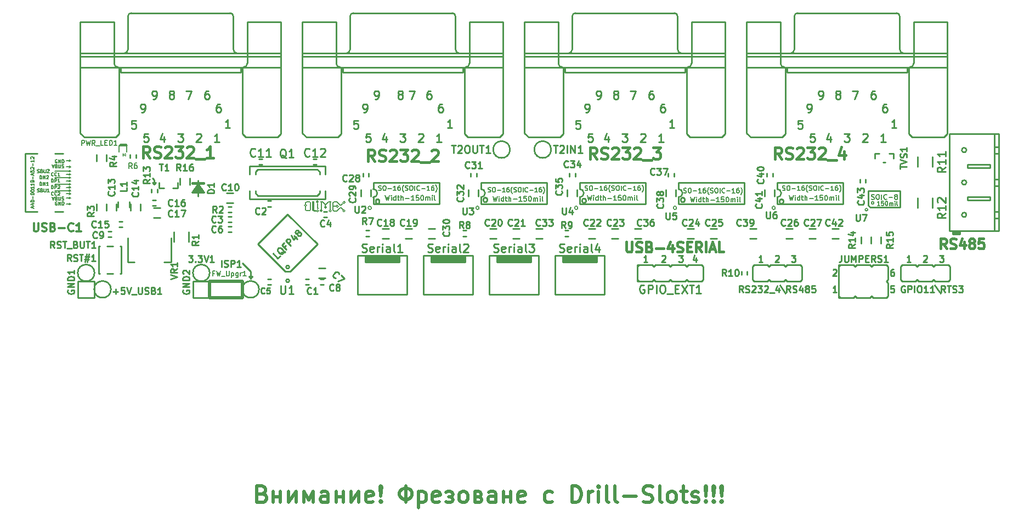
<source format=gbr>
%TF.GenerationSoftware,KiCad,Pcbnew,5.1.6-c6e7f7d~87~ubuntu18.04.1*%
%TF.CreationDate,2022-06-17T15:59:17+03:00*%
%TF.ProjectId,USB-4SERIAL_Rev_B,5553422d-3453-4455-9249-414c5f526576,B*%
%TF.SameCoordinates,Original*%
%TF.FileFunction,Legend,Top*%
%TF.FilePolarity,Positive*%
%FSLAX46Y46*%
G04 Gerber Fmt 4.6, Leading zero omitted, Abs format (unit mm)*
G04 Created by KiCad (PCBNEW 5.1.6-c6e7f7d~87~ubuntu18.04.1) date 2022-06-17 15:59:17*
%MOMM*%
%LPD*%
G01*
G04 APERTURE LIST*
%ADD10C,0.254000*%
%ADD11C,0.381000*%
%ADD12C,0.127000*%
%ADD13C,0.150000*%
%ADD14C,0.200000*%
%ADD15C,0.010000*%
%ADD16C,0.062500*%
%ADD17C,0.012700*%
%ADD18C,0.508000*%
%ADD19C,0.050000*%
%ADD20C,0.100000*%
%ADD21C,0.203200*%
%ADD22C,0.317500*%
%ADD23C,0.190500*%
%ADD24C,0.222250*%
%ADD25C,0.177800*%
%ADD26C,0.171450*%
%ADD27C,0.158750*%
G04 APERTURE END LIST*
D10*
X216831333Y-87454619D02*
X217460285Y-87454619D01*
X217121619Y-87841666D01*
X217266761Y-87841666D01*
X217363523Y-87890047D01*
X217411904Y-87938428D01*
X217460285Y-88035190D01*
X217460285Y-88277095D01*
X217411904Y-88373857D01*
X217363523Y-88422238D01*
X217266761Y-88470619D01*
X216976476Y-88470619D01*
X216879714Y-88422238D01*
X216831333Y-88373857D01*
X212380285Y-88470619D02*
X211799714Y-88470619D01*
X212090000Y-88470619D02*
X212090000Y-87454619D01*
X211993238Y-87599761D01*
X211896476Y-87696523D01*
X211799714Y-87744904D01*
X214339714Y-87551380D02*
X214388095Y-87503000D01*
X214484857Y-87454619D01*
X214726761Y-87454619D01*
X214823523Y-87503000D01*
X214871904Y-87551380D01*
X214920285Y-87648142D01*
X214920285Y-87744904D01*
X214871904Y-87890047D01*
X214291333Y-88470619D01*
X214920285Y-88470619D01*
X110490000Y-91059000D02*
X110744000Y-90678000D01*
X110490000Y-91059000D02*
X110236000Y-90678000D01*
X110490000Y-89916000D02*
X110490000Y-91059000D01*
X109220000Y-88646000D02*
X110490000Y-89916000D01*
X95631000Y-76454000D02*
X95885000Y-76200000D01*
X95631000Y-76454000D02*
X95377000Y-76200000D01*
X95631000Y-75819000D02*
X95377000Y-75565000D01*
X95631000Y-76454000D02*
X95631000Y-75819000D01*
X179263523Y-87793285D02*
X179263523Y-88470619D01*
X179021619Y-87406238D02*
X178779714Y-88131952D01*
X179408666Y-88131952D01*
X176572333Y-87454619D02*
X177201285Y-87454619D01*
X176862619Y-87841666D01*
X177007761Y-87841666D01*
X177104523Y-87890047D01*
X177152904Y-87938428D01*
X177201285Y-88035190D01*
X177201285Y-88277095D01*
X177152904Y-88373857D01*
X177104523Y-88422238D01*
X177007761Y-88470619D01*
X176717476Y-88470619D01*
X176620714Y-88422238D01*
X176572333Y-88373857D01*
X173953714Y-87551380D02*
X174002095Y-87503000D01*
X174098857Y-87454619D01*
X174340761Y-87454619D01*
X174437523Y-87503000D01*
X174485904Y-87551380D01*
X174534285Y-87648142D01*
X174534285Y-87744904D01*
X174485904Y-87890047D01*
X173905333Y-88470619D01*
X174534285Y-88470619D01*
X171740285Y-88470619D02*
X171159714Y-88470619D01*
X171450000Y-88470619D02*
X171450000Y-87454619D01*
X171353238Y-87599761D01*
X171256476Y-87696523D01*
X171159714Y-87744904D01*
D11*
X168492714Y-85398428D02*
X168492714Y-86632142D01*
X168565285Y-86777285D01*
X168637857Y-86849857D01*
X168783000Y-86922428D01*
X169073285Y-86922428D01*
X169218428Y-86849857D01*
X169291000Y-86777285D01*
X169363571Y-86632142D01*
X169363571Y-85398428D01*
X170016714Y-86849857D02*
X170234428Y-86922428D01*
X170597285Y-86922428D01*
X170742428Y-86849857D01*
X170815000Y-86777285D01*
X170887571Y-86632142D01*
X170887571Y-86487000D01*
X170815000Y-86341857D01*
X170742428Y-86269285D01*
X170597285Y-86196714D01*
X170307000Y-86124142D01*
X170161857Y-86051571D01*
X170089285Y-85979000D01*
X170016714Y-85833857D01*
X170016714Y-85688714D01*
X170089285Y-85543571D01*
X170161857Y-85471000D01*
X170307000Y-85398428D01*
X170669857Y-85398428D01*
X170887571Y-85471000D01*
X172048714Y-86124142D02*
X172266428Y-86196714D01*
X172339000Y-86269285D01*
X172411571Y-86414428D01*
X172411571Y-86632142D01*
X172339000Y-86777285D01*
X172266428Y-86849857D01*
X172121285Y-86922428D01*
X171540714Y-86922428D01*
X171540714Y-85398428D01*
X172048714Y-85398428D01*
X172193857Y-85471000D01*
X172266428Y-85543571D01*
X172339000Y-85688714D01*
X172339000Y-85833857D01*
X172266428Y-85979000D01*
X172193857Y-86051571D01*
X172048714Y-86124142D01*
X171540714Y-86124142D01*
X173064714Y-86341857D02*
X174225857Y-86341857D01*
X175604714Y-85906428D02*
X175604714Y-86922428D01*
X175241857Y-85325857D02*
X174879000Y-86414428D01*
X175822428Y-86414428D01*
X176330428Y-86849857D02*
X176548142Y-86922428D01*
X176911000Y-86922428D01*
X177056142Y-86849857D01*
X177128714Y-86777285D01*
X177201285Y-86632142D01*
X177201285Y-86487000D01*
X177128714Y-86341857D01*
X177056142Y-86269285D01*
X176911000Y-86196714D01*
X176620714Y-86124142D01*
X176475571Y-86051571D01*
X176403000Y-85979000D01*
X176330428Y-85833857D01*
X176330428Y-85688714D01*
X176403000Y-85543571D01*
X176475571Y-85471000D01*
X176620714Y-85398428D01*
X176983571Y-85398428D01*
X177201285Y-85471000D01*
X177854428Y-86124142D02*
X178362428Y-86124142D01*
X178580142Y-86922428D02*
X177854428Y-86922428D01*
X177854428Y-85398428D01*
X178580142Y-85398428D01*
X180104142Y-86922428D02*
X179596142Y-86196714D01*
X179233285Y-86922428D02*
X179233285Y-85398428D01*
X179813857Y-85398428D01*
X179959000Y-85471000D01*
X180031571Y-85543571D01*
X180104142Y-85688714D01*
X180104142Y-85906428D01*
X180031571Y-86051571D01*
X179959000Y-86124142D01*
X179813857Y-86196714D01*
X179233285Y-86196714D01*
X180757285Y-86922428D02*
X180757285Y-85398428D01*
X181410428Y-86487000D02*
X182136142Y-86487000D01*
X181265285Y-86922428D02*
X181773285Y-85398428D01*
X182281285Y-86922428D01*
X183515000Y-86922428D02*
X182789285Y-86922428D01*
X182789285Y-85398428D01*
D10*
X193971333Y-87454619D02*
X194600285Y-87454619D01*
X194261619Y-87841666D01*
X194406761Y-87841666D01*
X194503523Y-87890047D01*
X194551904Y-87938428D01*
X194600285Y-88035190D01*
X194600285Y-88277095D01*
X194551904Y-88373857D01*
X194503523Y-88422238D01*
X194406761Y-88470619D01*
X194116476Y-88470619D01*
X194019714Y-88422238D01*
X193971333Y-88373857D01*
X191479714Y-87551380D02*
X191528095Y-87503000D01*
X191624857Y-87454619D01*
X191866761Y-87454619D01*
X191963523Y-87503000D01*
X192011904Y-87551380D01*
X192060285Y-87648142D01*
X192060285Y-87744904D01*
X192011904Y-87890047D01*
X191431333Y-88470619D01*
X192060285Y-88470619D01*
X189520285Y-88470619D02*
X188939714Y-88470619D01*
X189230000Y-88470619D02*
X189230000Y-87454619D01*
X189133238Y-87599761D01*
X189036476Y-87696523D01*
X188939714Y-87744904D01*
X209743523Y-89613619D02*
X209550000Y-89613619D01*
X209453238Y-89662000D01*
X209404857Y-89710380D01*
X209308095Y-89855523D01*
X209259714Y-90049047D01*
X209259714Y-90436095D01*
X209308095Y-90532857D01*
X209356476Y-90581238D01*
X209453238Y-90629619D01*
X209646761Y-90629619D01*
X209743523Y-90581238D01*
X209791904Y-90532857D01*
X209840285Y-90436095D01*
X209840285Y-90194190D01*
X209791904Y-90097428D01*
X209743523Y-90049047D01*
X209646761Y-90000666D01*
X209453238Y-90000666D01*
X209356476Y-90049047D01*
X209308095Y-90097428D01*
X209259714Y-90194190D01*
X209791904Y-92153619D02*
X209308095Y-92153619D01*
X209259714Y-92637428D01*
X209308095Y-92589047D01*
X209404857Y-92540666D01*
X209646761Y-92540666D01*
X209743523Y-92589047D01*
X209791904Y-92637428D01*
X209840285Y-92734190D01*
X209840285Y-92976095D01*
X209791904Y-93072857D01*
X209743523Y-93121238D01*
X209646761Y-93169619D01*
X209404857Y-93169619D01*
X209308095Y-93121238D01*
X209259714Y-93072857D01*
X200369714Y-89710380D02*
X200418095Y-89662000D01*
X200514857Y-89613619D01*
X200756761Y-89613619D01*
X200853523Y-89662000D01*
X200901904Y-89710380D01*
X200950285Y-89807142D01*
X200950285Y-89903904D01*
X200901904Y-90049047D01*
X200321333Y-90629619D01*
X200950285Y-90629619D01*
X200950285Y-93169619D02*
X200369714Y-93169619D01*
X200660000Y-93169619D02*
X200660000Y-92153619D01*
X200563238Y-92298761D01*
X200466476Y-92395523D01*
X200369714Y-92443904D01*
D12*
%TO.C,USB-C1*%
X82760000Y-72850000D02*
X82510000Y-72950000D01*
X82760000Y-72850000D02*
X82510000Y-72750000D01*
X82010000Y-72850000D02*
X82760000Y-72850000D01*
X82760000Y-73800000D02*
X82510000Y-73900000D01*
X82760000Y-73800000D02*
X82510000Y-73700000D01*
X82760000Y-74450000D02*
X82510000Y-74550000D01*
X82010000Y-73800000D02*
X82760000Y-73800000D01*
X80260000Y-74450000D02*
X82760000Y-74450000D01*
X82760000Y-74450000D02*
X82510000Y-74350000D01*
X82010000Y-74950000D02*
X82760000Y-74950000D01*
X80260000Y-75450000D02*
X82760000Y-75450000D01*
X82760000Y-75450000D02*
X82510000Y-75350000D01*
X82760000Y-74950000D02*
X82510000Y-75050000D01*
X82760000Y-75450000D02*
X82510000Y-75550000D01*
X82760000Y-74950000D02*
X82510000Y-74850000D01*
X82010000Y-75950000D02*
X82760000Y-75950000D01*
X82760000Y-75950000D02*
X82510000Y-75850000D01*
X82760000Y-75950000D02*
X82510000Y-76050000D01*
X80260000Y-76450000D02*
X82760000Y-76450000D01*
X82760000Y-76450000D02*
X82510000Y-76550000D01*
X82760000Y-76450000D02*
X82510000Y-76350000D01*
X82760000Y-76950000D02*
X82510000Y-77050000D01*
X82010000Y-76950000D02*
X82760000Y-76950000D01*
X82760000Y-76950000D02*
X82510000Y-76850000D01*
X82760000Y-77450000D02*
X82510000Y-77550000D01*
X80260000Y-77450000D02*
X82760000Y-77450000D01*
X82760000Y-77450000D02*
X82510000Y-77350000D01*
X82760000Y-79550000D02*
X82510000Y-79650000D01*
X82010000Y-79550000D02*
X82760000Y-79550000D01*
X82760000Y-79550000D02*
X82510000Y-79450000D01*
X82760000Y-78600000D02*
X82510000Y-78700000D01*
X82760000Y-78600000D02*
X82510000Y-78500000D01*
X82760000Y-77950000D02*
X82510000Y-77850000D01*
X82760000Y-77950000D02*
X82510000Y-78050000D01*
X82760000Y-78600000D02*
X82010000Y-78600000D01*
X82010000Y-77950000D02*
X82760000Y-77950000D01*
D10*
X77560000Y-71730000D02*
X75692000Y-71730000D01*
X75692000Y-80670000D02*
X77560000Y-80670000D01*
X75692000Y-71730000D02*
X75692000Y-80670000D01*
X81560000Y-80670000D02*
X80260000Y-80670000D01*
X81560000Y-71730000D02*
X80260000Y-71730000D01*
%TO.C,C9*%
X88773000Y-83756500D02*
X89027000Y-83756500D01*
X88773000Y-83756500D02*
X88519000Y-83756500D01*
X88773000Y-84645500D02*
X88519000Y-84645500D01*
X88773000Y-84645500D02*
X89027000Y-84645500D01*
%TO.C,D1*%
X102235000Y-76835000D02*
X102616000Y-76835000D01*
X102108000Y-76962000D02*
X102743000Y-76962000D01*
X101981000Y-77089000D02*
X102743000Y-77089000D01*
X101981000Y-77216000D02*
X102870000Y-77216000D01*
X102870000Y-77343000D02*
X101727000Y-77343000D01*
X101727000Y-77470000D02*
X102997000Y-77470000D01*
X103124000Y-77597000D02*
X101600000Y-77597000D01*
X101422200Y-76377800D02*
X101422200Y-76200000D01*
X103327200Y-76377800D02*
X103327200Y-76200000D01*
X101422200Y-76200000D02*
X103327200Y-76200000D01*
X101422200Y-77749400D02*
X103327200Y-77749400D01*
X101422200Y-76377800D02*
X103327200Y-76377800D01*
X102336600Y-76377800D02*
X103327200Y-77749400D01*
X101422200Y-77749400D02*
X102336600Y-76377800D01*
X102374700Y-78333600D02*
X102374700Y-75857100D01*
%TO.C,GPIO_EXT1*%
X170180000Y-88900000D02*
X170434000Y-88900000D01*
X170434000Y-88900000D02*
X172466000Y-88900000D01*
X172466000Y-88900000D02*
X172720000Y-89154000D01*
X172720000Y-89154000D02*
X172974000Y-88900000D01*
X172974000Y-88900000D02*
X175006000Y-88900000D01*
X175006000Y-88900000D02*
X175260000Y-89154000D01*
X175260000Y-89154000D02*
X175514000Y-88900000D01*
X175514000Y-88900000D02*
X177546000Y-88900000D01*
X177546000Y-88900000D02*
X177800000Y-89154000D01*
X177800000Y-89154000D02*
X178054000Y-88900000D01*
X178054000Y-88900000D02*
X180086000Y-88900000D01*
X180086000Y-88900000D02*
X180340000Y-89154000D01*
X180340000Y-89154000D02*
X180340000Y-91186000D01*
X180340000Y-91186000D02*
X180086000Y-91440000D01*
X180086000Y-91440000D02*
X178054000Y-91440000D01*
X178054000Y-91440000D02*
X177800000Y-91186000D01*
X177800000Y-91186000D02*
X177546000Y-91440000D01*
X177546000Y-91440000D02*
X175514000Y-91440000D01*
X170180000Y-89154000D02*
X170434000Y-88900000D01*
X170434000Y-91440000D02*
X170180000Y-91186000D01*
X170688000Y-91440000D02*
X170180000Y-91440000D01*
X175006000Y-91440000D02*
X172974000Y-91440000D01*
X172974000Y-91440000D02*
X172720000Y-91186000D01*
X172720000Y-91186000D02*
X172466000Y-91440000D01*
X172466000Y-91440000D02*
X170688000Y-91440000D01*
X175006000Y-91440000D02*
X175260000Y-91186000D01*
X175260000Y-91186000D02*
X175514000Y-91440000D01*
X170180000Y-88900000D02*
X170180000Y-91440000D01*
%TO.C,JUMPERS1*%
X208915000Y-91186000D02*
X208661000Y-91440000D01*
X208915000Y-89154000D02*
X208915000Y-91186000D01*
X208661000Y-88900000D02*
X208915000Y-89154000D01*
X206629000Y-88900000D02*
X208661000Y-88900000D01*
X206375000Y-89154000D02*
X206629000Y-88900000D01*
X203581000Y-88900000D02*
X203835000Y-89154000D01*
X201549000Y-88900000D02*
X203581000Y-88900000D01*
X203835000Y-89154000D02*
X204089000Y-88900000D01*
X204089000Y-88900000D02*
X206121000Y-88900000D01*
X206121000Y-88900000D02*
X206375000Y-89154000D01*
X201295000Y-88900000D02*
X201295000Y-91440000D01*
X201295000Y-89154000D02*
X201549000Y-88900000D01*
X201295000Y-88900000D02*
X201549000Y-88900000D01*
X201295000Y-91440000D02*
X201295000Y-93980000D01*
X206375000Y-93726000D02*
X206629000Y-93980000D01*
X206121000Y-93980000D02*
X206375000Y-93726000D01*
X203581000Y-93980000D02*
X201803000Y-93980000D01*
X203835000Y-93726000D02*
X203581000Y-93980000D01*
X204089000Y-93980000D02*
X203835000Y-93726000D01*
X206121000Y-93980000D02*
X204089000Y-93980000D01*
X201803000Y-93980000D02*
X201295000Y-93980000D01*
X201549000Y-93980000D02*
X201295000Y-93726000D01*
X208661000Y-93980000D02*
X206629000Y-93980000D01*
X208915000Y-93726000D02*
X208661000Y-93980000D01*
X208915000Y-91694000D02*
X208915000Y-93726000D01*
X208661000Y-91440000D02*
X208915000Y-91694000D01*
%TO.C,RS232_4\u005CRS485*%
X190246000Y-91440000D02*
X188214000Y-91440000D01*
X192786000Y-91440000D02*
X190754000Y-91440000D01*
X187960000Y-91186000D02*
X188214000Y-91440000D01*
X190246000Y-91440000D02*
X190500000Y-91186000D01*
X190500000Y-91186000D02*
X190754000Y-91440000D01*
X192786000Y-91440000D02*
X193040000Y-91186000D01*
X190246000Y-88900000D02*
X188214000Y-88900000D01*
X187960000Y-89154000D02*
X188214000Y-88900000D01*
X190246000Y-88900000D02*
X190500000Y-89154000D01*
X190500000Y-89154000D02*
X190754000Y-88900000D01*
X192786000Y-88900000D02*
X190754000Y-88900000D01*
X192786000Y-88900000D02*
X193040000Y-89154000D01*
X195580000Y-89154000D02*
X195580000Y-91186000D01*
X195326000Y-88900000D02*
X195580000Y-89154000D01*
X195326000Y-91440000D02*
X195580000Y-91186000D01*
X193040000Y-91186000D02*
X193294000Y-91440000D01*
X195326000Y-91440000D02*
X193294000Y-91440000D01*
X193040000Y-89154000D02*
X193294000Y-88900000D01*
X195326000Y-88900000D02*
X193294000Y-88900000D01*
X187960000Y-91186000D02*
X187960000Y-89154000D01*
D13*
%TO.C,Logo_OLIMEX_SMALL_TB*%
X119146339Y-79730600D02*
G75*
G03*
X119146339Y-79730600I-172739J0D01*
G01*
D14*
X119608600Y-79211700D02*
X119761000Y-79362300D01*
X119761000Y-79400400D02*
X119761000Y-80403700D01*
X119621300Y-80568800D02*
X119761000Y-80429100D01*
X118973600Y-79959200D02*
X118973600Y-80403700D01*
X120116600Y-79209900D02*
X120116600Y-80391000D01*
X120116600Y-80391000D02*
X120294400Y-80556100D01*
X120294400Y-80556100D02*
X120573800Y-80556100D01*
D13*
X120975139Y-80568800D02*
G75*
G03*
X120975139Y-80568800I-172739J0D01*
G01*
D14*
X120802400Y-79425800D02*
X120802400Y-80137000D01*
D13*
X120975139Y-79197200D02*
G75*
G03*
X120975139Y-79197200I-172739J0D01*
G01*
X121546639Y-80568800D02*
G75*
G03*
X121546639Y-80568800I-172739J0D01*
G01*
D14*
X121373900Y-80352900D02*
X121373900Y-79184500D01*
X121373900Y-79184500D02*
X121602500Y-79184500D01*
X121602500Y-79184500D02*
X122047000Y-79629000D01*
X122047000Y-79629000D02*
X122047000Y-79832200D01*
X122047000Y-79654400D02*
X122529600Y-79184500D01*
D13*
X122219739Y-80060800D02*
G75*
G03*
X122219739Y-80060800I-172739J0D01*
G01*
D14*
X122529600Y-79184500D02*
X122745500Y-79184500D01*
X122745500Y-79184500D02*
X122745500Y-80314800D01*
D13*
X122918239Y-80568800D02*
G75*
G03*
X122918239Y-80568800I-172739J0D01*
G01*
X125051839Y-80581500D02*
G75*
G03*
X125051839Y-80581500I-172739J0D01*
G01*
D14*
X124764800Y-80416400D02*
X124472700Y-80124300D01*
X124472700Y-80124300D02*
X124282200Y-80124300D01*
X124282200Y-80124300D02*
X123774200Y-80632300D01*
X123774200Y-80632300D02*
X123380500Y-80632300D01*
X123380500Y-80632300D02*
X123215400Y-80454500D01*
X123215400Y-80454500D02*
X123215400Y-79883000D01*
X123215400Y-79387700D02*
X123393200Y-79209900D01*
X123215400Y-79895700D02*
X123215400Y-79387700D01*
X123393200Y-79209900D02*
X123786900Y-79209900D01*
X123786900Y-79209900D02*
X124282200Y-79705200D01*
X124282200Y-79705200D02*
X124485400Y-79705200D01*
X124485400Y-79705200D02*
X124739400Y-79451200D01*
D13*
X125064539Y-79273400D02*
G75*
G03*
X125064539Y-79273400I-172739J0D01*
G01*
D14*
X123647200Y-79883000D02*
X123215400Y-79883000D01*
D13*
X124023139Y-79883000D02*
G75*
G03*
X124023139Y-79883000I-172739J0D01*
G01*
D14*
X119126000Y-79209900D02*
X119608600Y-79209900D01*
X118973600Y-79362300D02*
X119126000Y-79209900D01*
X118973600Y-79527400D02*
X118973600Y-79362300D01*
X119126000Y-80568800D02*
X118973600Y-80429100D01*
X119621300Y-80568800D02*
X119126000Y-80568800D01*
D15*
X120015000Y-79108300D02*
X120015000Y-80403700D01*
X120116600Y-79108300D02*
X120015000Y-79108300D01*
X120015000Y-80429100D02*
X120256300Y-80657700D01*
X120015000Y-80416400D02*
X120015000Y-80429100D01*
X120015000Y-80403700D02*
X120015000Y-80416400D01*
X120027700Y-80441800D02*
X120015000Y-80416400D01*
X120256300Y-80657700D02*
X120573800Y-80657700D01*
X120269000Y-80657700D02*
X120256300Y-80645000D01*
X120218200Y-79108300D02*
X120218200Y-80365600D01*
X120116600Y-79108300D02*
X120218200Y-79108300D01*
D16*
X120042940Y-79138780D02*
X120091200Y-79138780D01*
X120139460Y-79141320D02*
X120187720Y-79141320D01*
D17*
X120022620Y-79110840D02*
X120022620Y-79184500D01*
X120208040Y-79110840D02*
X120208040Y-79189580D01*
X120896380Y-80236060D02*
X120705880Y-80236060D01*
X120896380Y-80139540D02*
X120896380Y-80236060D01*
X120705880Y-80236060D02*
X120705880Y-79413100D01*
X120710960Y-80223360D02*
X120893840Y-80223360D01*
X120708420Y-80210660D02*
X120891300Y-80210660D01*
X120708420Y-80197960D02*
X120891300Y-80197960D01*
X120708420Y-80185260D02*
X120893840Y-80185260D01*
X121279920Y-79090520D02*
X121607580Y-79090520D01*
X121279920Y-79187040D02*
X121279920Y-79090520D01*
X121333260Y-79103220D02*
X121287540Y-79103220D01*
X121290080Y-79095600D02*
X121290080Y-79136240D01*
X121292620Y-79115920D02*
X121307860Y-79115920D01*
X122839480Y-79090520D02*
X122839480Y-79187040D01*
X122753120Y-79090520D02*
X122839480Y-79090520D01*
X122793760Y-79100680D02*
X122831860Y-79100680D01*
X122829320Y-79105760D02*
X122829320Y-79136240D01*
X122806460Y-79110840D02*
X122826780Y-79110840D01*
X122821700Y-79108300D02*
X122821700Y-79123540D01*
D14*
%TO.C,RS485*%
G36*
X218885000Y-84200000D02*
G01*
X218885000Y-83700000D01*
X219985000Y-83700000D01*
X219985000Y-84200000D01*
X218885000Y-84200000D01*
G37*
X218885000Y-84200000D02*
X218885000Y-83700000D01*
X219985000Y-83700000D01*
X219985000Y-84200000D01*
X218885000Y-84200000D01*
D10*
X225285000Y-81700000D02*
X225985000Y-81700000D01*
X225985000Y-80700000D02*
X225285000Y-80700000D01*
X225985000Y-76700000D02*
X225285000Y-76700000D01*
X225985000Y-75700000D02*
X225285000Y-75700000D01*
X225985000Y-71700000D02*
X225285000Y-71700000D01*
X225985000Y-70700000D02*
X225285000Y-70700000D01*
X220994210Y-81200000D02*
G75*
G03*
X220994210Y-81200000I-359210J0D01*
G01*
X220994210Y-76200000D02*
G75*
G03*
X220994210Y-76200000I-359210J0D01*
G01*
X220994210Y-71200000D02*
G75*
G03*
X220994210Y-71200000I-359210J0D01*
G01*
X218385000Y-83700000D02*
X218385000Y-68700000D01*
X225985000Y-68700000D02*
X225985000Y-83700000D01*
X218385000Y-83700000D02*
X225985000Y-83700000D01*
X218385000Y-68700000D02*
X225985000Y-68700000D01*
X225285000Y-68700000D02*
X225285000Y-83700000D01*
X224635000Y-73450000D02*
X221135000Y-73450000D01*
X221135000Y-73450000D02*
X221135000Y-73950000D01*
X221135000Y-73950000D02*
X224635000Y-73950000D01*
X224635000Y-73950000D02*
X224635000Y-73450000D01*
X224635000Y-78950000D02*
X224635000Y-78450000D01*
X221135000Y-78950000D02*
X224635000Y-78950000D01*
X224635000Y-78450000D02*
X221135000Y-78450000D01*
X221135000Y-78450000D02*
X221135000Y-78950000D01*
X219985000Y-83700000D02*
X219985000Y-84200000D01*
X219985000Y-84200000D02*
X218885000Y-84200000D01*
X218885000Y-84200000D02*
X218885000Y-83700000D01*
%TO.C,Serial2*%
X137160000Y-93472000D02*
X137160000Y-87503000D01*
X144780000Y-93472000D02*
X137160000Y-93472000D01*
X144780000Y-87503000D02*
X144780000Y-93472000D01*
X137160000Y-87503000D02*
X144780000Y-87503000D01*
X143570000Y-88470000D02*
X143570000Y-87503000D01*
X138370000Y-88470000D02*
X143570000Y-88470000D01*
X138370000Y-87503000D02*
X138370000Y-88470000D01*
X138370000Y-87670000D02*
X143570000Y-87670000D01*
X138370000Y-87870000D02*
X143570000Y-87870000D01*
X138370000Y-88070000D02*
X143570000Y-88070000D01*
X138370000Y-88270000D02*
X143570000Y-88270000D01*
%TO.C,Serial3*%
X147320000Y-93472000D02*
X147320000Y-87503000D01*
X154940000Y-93472000D02*
X147320000Y-93472000D01*
X154940000Y-87503000D02*
X154940000Y-93472000D01*
X147320000Y-87503000D02*
X154940000Y-87503000D01*
X153730000Y-88470000D02*
X153730000Y-87503000D01*
X148530000Y-88470000D02*
X153730000Y-88470000D01*
X148530000Y-87503000D02*
X148530000Y-88470000D01*
X148530000Y-87670000D02*
X153730000Y-87670000D01*
X148530000Y-87870000D02*
X153730000Y-87870000D01*
X148530000Y-88070000D02*
X153730000Y-88070000D01*
X148530000Y-88270000D02*
X153730000Y-88270000D01*
%TO.C,Serial4*%
X157480000Y-93472000D02*
X157480000Y-87503000D01*
X165100000Y-93472000D02*
X157480000Y-93472000D01*
X165100000Y-87503000D02*
X165100000Y-93472000D01*
X157480000Y-87503000D02*
X165100000Y-87503000D01*
X163890000Y-88470000D02*
X163890000Y-87503000D01*
X158690000Y-88470000D02*
X163890000Y-88470000D01*
X158690000Y-87503000D02*
X158690000Y-88470000D01*
X158690000Y-87670000D02*
X163890000Y-87670000D01*
X158690000Y-87870000D02*
X163890000Y-87870000D01*
X158690000Y-88070000D02*
X163890000Y-88070000D01*
X158690000Y-88270000D02*
X163890000Y-88270000D01*
%TO.C,Serial1*%
X127000000Y-93472000D02*
X127000000Y-87503000D01*
X134620000Y-93472000D02*
X127000000Y-93472000D01*
X134620000Y-87503000D02*
X134620000Y-93472000D01*
X127000000Y-87503000D02*
X134620000Y-87503000D01*
X133410000Y-88470000D02*
X133410000Y-87503000D01*
X128210000Y-88470000D02*
X133410000Y-88470000D01*
X128210000Y-87503000D02*
X128210000Y-88470000D01*
X128210000Y-87670000D02*
X133410000Y-87670000D01*
X128210000Y-87870000D02*
X133410000Y-87870000D01*
X128210000Y-88070000D02*
X133410000Y-88070000D01*
X128210000Y-88270000D02*
X133410000Y-88270000D01*
%TO.C,+5V_USB1*%
X88925151Y-92710000D02*
G75*
G03*
X88925151Y-92710000I-1295151J0D01*
G01*
%TO.C,3.3V1*%
X104165151Y-90170000D02*
G75*
G03*
X104165151Y-90170000I-1295151J0D01*
G01*
%TO.C,GND1*%
X86360000Y-93980000D02*
X86360000Y-91440000D01*
X86360000Y-91440000D02*
X83820000Y-91440000D01*
X83820000Y-93980000D02*
X83820000Y-91440000D01*
X86360000Y-93980000D02*
X83820000Y-93980000D01*
%TO.C,GND2*%
X104140000Y-93980000D02*
X104140000Y-91440000D01*
X104140000Y-91440000D02*
X101600000Y-91440000D01*
X101600000Y-93980000D02*
X101600000Y-91440000D01*
X104140000Y-93980000D02*
X101600000Y-93980000D01*
%TO.C,T2IN1*%
X156870151Y-71120000D02*
G75*
G03*
X156870151Y-71120000I-1295151J0D01*
G01*
%TO.C,T2OUT1*%
X150520151Y-71120000D02*
G75*
G03*
X150520151Y-71120000I-1295151J0D01*
G01*
%TO.C,ISP1*%
X111785151Y-92710000D02*
G75*
G03*
X111785151Y-92710000I-1295151J0D01*
G01*
%TO.C,RST#1*%
X86385151Y-90170000D02*
G75*
G03*
X86385151Y-90170000I-1295151J0D01*
G01*
D18*
%TO.C,FW_Upgr1*%
X104140000Y-91440000D02*
X109220000Y-91440000D01*
X109220000Y-91440000D02*
X109220000Y-93980000D01*
X109220000Y-93980000D02*
X104140000Y-93980000D01*
X104140000Y-93980000D02*
X104140000Y-91440000D01*
D10*
%TO.C,RS232_1*%
X84201000Y-56261000D02*
X115189000Y-56261000D01*
X84201000Y-58420000D02*
X84201000Y-51435000D01*
X84201000Y-56769000D02*
X84201000Y-56261000D01*
X115189000Y-56261000D02*
X115189000Y-56769000D01*
X115189000Y-51435000D02*
X115189000Y-58420000D01*
X84201000Y-56769000D02*
X89281000Y-56769000D01*
X84201000Y-58420000D02*
X90170000Y-58420000D01*
X90170000Y-58420000D02*
X90424000Y-58420000D01*
X89408000Y-57785000D02*
X89408000Y-51435000D01*
X90424000Y-58420000D02*
X90424000Y-59182000D01*
X90424000Y-58420000D02*
X108966000Y-58420000D01*
X90424000Y-59182000D02*
X108966000Y-59182000D01*
X108966000Y-58420000D02*
X108966000Y-59182000D01*
X108966000Y-58420000D02*
X109220000Y-58420000D01*
X89281000Y-56769000D02*
X110109000Y-56769000D01*
X110109000Y-56769000D02*
X115189000Y-56769000D01*
X109982000Y-57785000D02*
X109982000Y-51435000D01*
X84836000Y-69215000D02*
X84201000Y-68580000D01*
X84201000Y-68580000D02*
X84201000Y-58420000D01*
X89662000Y-69215000D02*
X84836000Y-69215000D01*
X89662000Y-69215000D02*
X90170000Y-68707000D01*
X90170000Y-68707000D02*
X90170000Y-58420000D01*
X109220000Y-68707000D02*
X109220000Y-58420000D01*
X109220000Y-68707000D02*
X109728000Y-69215000D01*
X109728000Y-69215000D02*
X114681000Y-69215000D01*
X114681000Y-69215000D02*
X115189000Y-68707000D01*
X115189000Y-68707000D02*
X115189000Y-58420000D01*
X109220000Y-58420000D02*
X115189000Y-58420000D01*
X91567000Y-55626000D02*
X91567000Y-50546000D01*
X107820460Y-55626000D02*
X107823000Y-50546000D01*
X92075000Y-50038000D02*
X107315000Y-50038000D01*
X89408000Y-51435000D02*
X84201000Y-51435000D01*
X115189000Y-51435000D02*
X109982000Y-51435000D01*
X107820460Y-55626000D02*
G75*
G03*
X108455460Y-56261000I635000J0D01*
G01*
X90934540Y-56258460D02*
G75*
G03*
X91567000Y-55626000I0J632460D01*
G01*
X109347000Y-58420000D02*
G75*
G03*
X109982000Y-57785000I0J635000D01*
G01*
X89408000Y-57785000D02*
G75*
G03*
X90043000Y-58420000I635000J0D01*
G01*
X107823000Y-50546000D02*
G75*
G03*
X107315000Y-50038000I-508000J0D01*
G01*
X92075000Y-50038000D02*
G75*
G03*
X91567000Y-50546000I0J-508000D01*
G01*
%TO.C,C13*%
X88265000Y-80518000D02*
X88265000Y-79502000D01*
X89789000Y-80518000D02*
X89789000Y-79502000D01*
%TO.C,C4*%
X122047000Y-81597500D02*
X121793000Y-81597500D01*
X122047000Y-81597500D02*
X122301000Y-81597500D01*
X122047000Y-80708500D02*
X122301000Y-80708500D01*
X122047000Y-80708500D02*
X121793000Y-80708500D01*
%TO.C,C5*%
X113411000Y-91122500D02*
X113665000Y-91122500D01*
X113411000Y-91122500D02*
X113157000Y-91122500D01*
X113411000Y-92011500D02*
X113157000Y-92011500D01*
X113411000Y-92011500D02*
X113665000Y-92011500D01*
%TO.C,C1*%
X119253000Y-92011500D02*
X118999000Y-92011500D01*
X119253000Y-92011500D02*
X119507000Y-92011500D01*
X119253000Y-91122500D02*
X119507000Y-91122500D01*
X119253000Y-91122500D02*
X118999000Y-91122500D01*
%TO.C,L1*%
X90043000Y-79197200D02*
X90043000Y-80035400D01*
X91821000Y-79197200D02*
X91821000Y-80035400D01*
%TO.C,VR1*%
X91516200Y-88468200D02*
X91516200Y-84759800D01*
X98221800Y-88468200D02*
X98221800Y-84759800D01*
X91516200Y-88468200D02*
X92583000Y-88468200D01*
X98221800Y-88468200D02*
X97104200Y-88468200D01*
%TO.C,C6*%
X107315000Y-82994500D02*
X107569000Y-82994500D01*
X107315000Y-82994500D02*
X107061000Y-82994500D01*
X107315000Y-83883500D02*
X107061000Y-83883500D01*
X107315000Y-83883500D02*
X107569000Y-83883500D01*
%TO.C,C2*%
X113411000Y-79946500D02*
X113157000Y-79946500D01*
X113411000Y-79946500D02*
X113665000Y-79946500D01*
X113411000Y-79057500D02*
X113665000Y-79057500D01*
X113411000Y-79057500D02*
X113157000Y-79057500D01*
%TO.C,C3*%
X107315000Y-81470500D02*
X107569000Y-81470500D01*
X107315000Y-81470500D02*
X107061000Y-81470500D01*
X107315000Y-82359500D02*
X107061000Y-82359500D01*
X107315000Y-82359500D02*
X107569000Y-82359500D01*
%TO.C,C10*%
X107823000Y-79375000D02*
X106807000Y-79375000D01*
X107823000Y-77851000D02*
X106807000Y-77851000D01*
%TO.C,C8*%
X121539000Y-92011500D02*
X121285000Y-92011500D01*
X121539000Y-92011500D02*
X121793000Y-92011500D01*
X121539000Y-91122500D02*
X121793000Y-91122500D01*
X121539000Y-91122500D02*
X121285000Y-91122500D01*
%TO.C,C7*%
X121031000Y-89408000D02*
X122047000Y-89408000D01*
X121031000Y-90932000D02*
X122047000Y-90932000D01*
%TO.C,PWR_LED1*%
X91287600Y-70485000D02*
X90246200Y-70485000D01*
X90360500Y-70319900D02*
X91186000Y-70319900D01*
X91325700Y-70472300D02*
X91198700Y-70332600D01*
X90233500Y-70472300D02*
X90360500Y-70319900D01*
D19*
X91029600Y-71911200D02*
X91139600Y-72041200D01*
X91159600Y-72051200D02*
X91149600Y-71971200D01*
X91159600Y-72051200D02*
X91079600Y-72051200D01*
X91159600Y-71835800D02*
X91079600Y-71835800D01*
X91159600Y-71835800D02*
X91149600Y-71755800D01*
X91050600Y-71704200D02*
X91160600Y-71834200D01*
D20*
X90695000Y-71782000D02*
X90915000Y-71782000D01*
X90915000Y-71972000D02*
X90815000Y-71872000D01*
X90695000Y-71972000D02*
X90795000Y-71862000D01*
X90695000Y-71972000D02*
X90915000Y-71972000D01*
X90805000Y-72142000D02*
X90805000Y-71622000D01*
D12*
X90170000Y-71501000D02*
X90170000Y-70485000D01*
X91389200Y-70485000D02*
X91389200Y-71501000D01*
D10*
%TO.C,R3*%
X86741000Y-80518000D02*
X86741000Y-79502000D01*
X88265000Y-80518000D02*
X88265000Y-79502000D01*
%TO.C,U1*%
X115851447Y-89967641D02*
X116558553Y-89967641D01*
X116558553Y-89967641D02*
X120801194Y-85725000D01*
X120801194Y-85725000D02*
X116205000Y-81128806D01*
X116205000Y-81128806D02*
X111608806Y-85725000D01*
X111608806Y-85725000D02*
X115851447Y-89967641D01*
X116451950Y-89260534D02*
G75*
G03*
X116451950Y-89260534I-246950J0D01*
G01*
X116449970Y-91381854D02*
G75*
G03*
X116449970Y-91381854I-244970J0D01*
G01*
%TO.C,C17*%
X95504000Y-80137000D02*
X96520000Y-80137000D01*
X95504000Y-81661000D02*
X96520000Y-81661000D01*
%TO.C,C18*%
X130810000Y-83312000D02*
X131826000Y-83312000D01*
X130810000Y-84836000D02*
X131826000Y-84836000D01*
%TO.C,C27*%
X196723000Y-83312000D02*
X197739000Y-83312000D01*
X196723000Y-84836000D02*
X197739000Y-84836000D01*
%TO.C,C41*%
X191389000Y-77343000D02*
X191389000Y-78359000D01*
X189865000Y-77343000D02*
X189865000Y-78359000D01*
%TO.C,R6*%
X91884500Y-72136000D02*
X91884500Y-71882000D01*
X91884500Y-72136000D02*
X91884500Y-72390000D01*
X92773500Y-72136000D02*
X92773500Y-72390000D01*
X92773500Y-72136000D02*
X92773500Y-71882000D01*
%TO.C,U6*%
X191770000Y-77216000D02*
X191770000Y-76200000D01*
X191770000Y-76200000D02*
X201930000Y-76200000D01*
X201930000Y-76200000D02*
X201930000Y-79502000D01*
X201930000Y-79502000D02*
X191770000Y-79502000D01*
X191770000Y-79502000D02*
X191770000Y-78486000D01*
D21*
X191482980Y-80124300D02*
G75*
G03*
X191482980Y-80124300I-254000J0D01*
G01*
D10*
X192405000Y-77851000D02*
G75*
G03*
X191770000Y-77216000I-635000J0D01*
G01*
X191770000Y-78486000D02*
G75*
G03*
X192405000Y-77851000I0J635000D01*
G01*
%TO.C,C15*%
X90424000Y-83121500D02*
X90170000Y-83121500D01*
X90424000Y-83121500D02*
X90678000Y-83121500D01*
X90424000Y-82232500D02*
X90678000Y-82232500D01*
X90424000Y-82232500D02*
X90170000Y-82232500D01*
%TO.C,Q1*%
X110363000Y-73660000D02*
X122047000Y-73660000D01*
X122047000Y-78740000D02*
X110363000Y-78740000D01*
X111633000Y-74168000D02*
X111252000Y-74549000D01*
X120777000Y-74168000D02*
X111633000Y-74168000D01*
X121158000Y-74549000D02*
X120777000Y-74168000D01*
X120777000Y-78232000D02*
X121158000Y-77851000D01*
X111633000Y-78232000D02*
X120777000Y-78232000D01*
X111252000Y-77851000D02*
X111633000Y-78232000D01*
X110363000Y-73660000D02*
X110363000Y-74930000D01*
X110363000Y-78740000D02*
X110363000Y-77470000D01*
X122047000Y-78740000D02*
X122047000Y-77470000D01*
X122047000Y-73660000D02*
X122047000Y-74930000D01*
X121158000Y-74549000D02*
X121158000Y-74930000D01*
X121158000Y-77851000D02*
X121158000Y-77470000D01*
X111252000Y-77851000D02*
X111252000Y-77470000D01*
X111252000Y-74549000D02*
X111252000Y-74930000D01*
%TO.C,C19*%
X134366000Y-83312000D02*
X135382000Y-83312000D01*
X134366000Y-84836000D02*
X135382000Y-84836000D01*
%TO.C,C20*%
X147447000Y-83312000D02*
X148463000Y-83312000D01*
X147447000Y-84836000D02*
X148463000Y-84836000D01*
%TO.C,C42*%
X201295000Y-84836000D02*
X200279000Y-84836000D01*
X201295000Y-83312000D02*
X200279000Y-83312000D01*
%TO.C,C29*%
X129032000Y-77343000D02*
X129032000Y-78359000D01*
X127508000Y-77343000D02*
X127508000Y-78359000D01*
%TO.C,R7*%
X128524000Y-83629500D02*
X128778000Y-83629500D01*
X128524000Y-83629500D02*
X128270000Y-83629500D01*
X128524000Y-84518500D02*
X128270000Y-84518500D01*
X128524000Y-84518500D02*
X128778000Y-84518500D01*
%TO.C,U2*%
X129420621Y-77216000D02*
X129420621Y-76200000D01*
X129420621Y-76200000D02*
X139580621Y-76200000D01*
X139580621Y-76200000D02*
X139580621Y-79502000D01*
X139580621Y-79502000D02*
X129420621Y-79502000D01*
X129420621Y-79502000D02*
X129420621Y-78486000D01*
D21*
X129133601Y-80124300D02*
G75*
G03*
X129133601Y-80124300I-254000J0D01*
G01*
D10*
X130055621Y-77851000D02*
G75*
G03*
X129420621Y-77216000I-635000J0D01*
G01*
X129420621Y-78486000D02*
G75*
G03*
X130055621Y-77851000I0J635000D01*
G01*
%TO.C,C21*%
X151003000Y-83312000D02*
X152019000Y-83312000D01*
X151003000Y-84836000D02*
X152019000Y-84836000D01*
%TO.C,C22*%
X162687000Y-83329001D02*
X163703000Y-83329001D01*
X162687000Y-84853001D02*
X163703000Y-84853001D01*
%TO.C,C23*%
X166243000Y-83329001D02*
X167259000Y-83329001D01*
X166243000Y-84853001D02*
X167259000Y-84853001D01*
%TO.C,C24*%
X177927000Y-83312000D02*
X178943000Y-83312000D01*
X177927000Y-84836000D02*
X178943000Y-84836000D01*
%TO.C,C25*%
X181483000Y-83312000D02*
X182499000Y-83312000D01*
X181483000Y-84836000D02*
X182499000Y-84836000D01*
%TO.C,C26*%
X193167000Y-83312000D02*
X194183000Y-83312000D01*
X193167000Y-84836000D02*
X194183000Y-84836000D01*
%TO.C,C30*%
X138938000Y-84836000D02*
X137922000Y-84836000D01*
X138938000Y-83312000D02*
X137922000Y-83312000D01*
%TO.C,C32*%
X145669000Y-77343000D02*
X145669000Y-78359000D01*
X144145000Y-77343000D02*
X144145000Y-78359000D01*
%TO.C,C33*%
X155575000Y-84836000D02*
X154559000Y-84836000D01*
X155575000Y-83312000D02*
X154559000Y-83312000D01*
%TO.C,C35*%
X160909000Y-77343000D02*
X160909000Y-78359000D01*
X159385000Y-77343000D02*
X159385000Y-78359000D01*
%TO.C,C36*%
X170815000Y-84836000D02*
X169799000Y-84836000D01*
X170815000Y-83312000D02*
X169799000Y-83312000D01*
%TO.C,C38*%
X176149000Y-77343000D02*
X176149000Y-78359000D01*
X174625000Y-77343000D02*
X174625000Y-78359000D01*
%TO.C,R8*%
X143510000Y-84518500D02*
X143256000Y-84518500D01*
X143510000Y-84518500D02*
X143764000Y-84518500D01*
X143510000Y-83629500D02*
X143764000Y-83629500D01*
X143510000Y-83629500D02*
X143256000Y-83629500D01*
%TO.C,R9*%
X159258000Y-84518500D02*
X159004000Y-84518500D01*
X159258000Y-84518500D02*
X159512000Y-84518500D01*
X159258000Y-83629500D02*
X159512000Y-83629500D01*
X159258000Y-83629500D02*
X159004000Y-83629500D01*
%TO.C,U3*%
X146050000Y-77216000D02*
X146050000Y-76200000D01*
X146050000Y-76200000D02*
X156210000Y-76200000D01*
X156210000Y-76200000D02*
X156210000Y-79502000D01*
X156210000Y-79502000D02*
X146050000Y-79502000D01*
X146050000Y-79502000D02*
X146050000Y-78486000D01*
D21*
X145762980Y-80124300D02*
G75*
G03*
X145762980Y-80124300I-254000J0D01*
G01*
D10*
X146685000Y-77851000D02*
G75*
G03*
X146050000Y-77216000I-635000J0D01*
G01*
X146050000Y-78486000D02*
G75*
G03*
X146685000Y-77851000I0J635000D01*
G01*
%TO.C,U4*%
X161290000Y-77216000D02*
X161290000Y-76200000D01*
X161290000Y-76200000D02*
X171450000Y-76200000D01*
X171450000Y-76200000D02*
X171450000Y-79502000D01*
X171450000Y-79502000D02*
X161290000Y-79502000D01*
X161290000Y-79502000D02*
X161290000Y-78486000D01*
D21*
X161002980Y-80124300D02*
G75*
G03*
X161002980Y-80124300I-254000J0D01*
G01*
D10*
X161925000Y-77851000D02*
G75*
G03*
X161290000Y-77216000I-635000J0D01*
G01*
X161290000Y-78486000D02*
G75*
G03*
X161925000Y-77851000I0J635000D01*
G01*
%TO.C,U5*%
X176530000Y-77216000D02*
X176530000Y-76200000D01*
X176530000Y-76200000D02*
X186690000Y-76200000D01*
X186690000Y-76200000D02*
X186690000Y-79502000D01*
X186690000Y-79502000D02*
X176530000Y-79502000D01*
X176530000Y-79502000D02*
X176530000Y-78486000D01*
D21*
X176242980Y-80124300D02*
G75*
G03*
X176242980Y-80124300I-254000J0D01*
G01*
D10*
X177165000Y-77851000D02*
G75*
G03*
X176530000Y-77216000I-635000J0D01*
G01*
X176530000Y-78486000D02*
G75*
G03*
X177165000Y-77851000I0J635000D01*
G01*
%TO.C,RST_BUT1*%
X87073000Y-90238000D02*
X87073000Y-86038000D01*
X87073000Y-86038000D02*
X87173000Y-86038000D01*
X87073000Y-90238000D02*
X87173000Y-90238000D01*
X90373000Y-90238000D02*
X90473000Y-90238000D01*
X90473000Y-90238000D02*
X90473000Y-86038000D01*
X90473000Y-86038000D02*
X90373000Y-86038000D01*
X89273000Y-86038000D02*
X88273000Y-86038000D01*
X89273000Y-90238000D02*
X88273000Y-90238000D01*
%TO.C,C14*%
X91948000Y-80518000D02*
X91948000Y-79502000D01*
X93472000Y-80518000D02*
X93472000Y-79502000D01*
%TO.C,C16*%
X95631000Y-78930500D02*
X95885000Y-78930500D01*
X95631000Y-78930500D02*
X95377000Y-78930500D01*
X95631000Y-79819500D02*
X95377000Y-79819500D01*
X95631000Y-79819500D02*
X95885000Y-79819500D01*
%TO.C,C39*%
X188595000Y-84836000D02*
X187579000Y-84836000D01*
X188595000Y-83312000D02*
X187579000Y-83312000D01*
D21*
%TO.C,U7*%
X206699566Y-79375000D02*
G75*
G03*
X206699566Y-79375000I-197566J0D01*
G01*
D10*
X205830000Y-77470000D02*
X210730000Y-77470000D01*
X205830000Y-79740000D02*
X205830000Y-77470000D01*
X206130000Y-80010000D02*
X205830000Y-79740000D01*
X210730000Y-80010000D02*
X206130000Y-80010000D01*
X210730000Y-77470000D02*
X210730000Y-80010000D01*
D21*
X205752146Y-80403700D02*
G75*
G03*
X205752146Y-80403700I-197566J0D01*
G01*
D10*
%TO.C,R11*%
X213487000Y-72263000D02*
X213487000Y-73787000D01*
X215773000Y-72263000D02*
X215773000Y-73787000D01*
%TO.C,R13*%
X96075500Y-77470000D02*
X96075500Y-77724000D01*
X96075500Y-77470000D02*
X96075500Y-77216000D01*
X95186500Y-77470000D02*
X95186500Y-77216000D01*
X95186500Y-77470000D02*
X95186500Y-77724000D01*
%TO.C,R1*%
X100965000Y-85344000D02*
X100965000Y-83820000D01*
X98679000Y-85344000D02*
X98679000Y-83820000D01*
%TO.C,R2*%
X107315000Y-80835500D02*
X107061000Y-80835500D01*
X107315000Y-80835500D02*
X107569000Y-80835500D01*
X107315000Y-79946500D02*
X107569000Y-79946500D01*
X107315000Y-79946500D02*
X107061000Y-79946500D01*
%TO.C,R4*%
X88265000Y-71882000D02*
X88265000Y-72898000D01*
X86741000Y-71882000D02*
X86741000Y-72898000D01*
%TO.C,R10*%
X187134500Y-90170000D02*
X187134500Y-90424000D01*
X187134500Y-90170000D02*
X187134500Y-89916000D01*
X186245500Y-90170000D02*
X186245500Y-89916000D01*
X186245500Y-90170000D02*
X186245500Y-90424000D01*
%TO.C,R12*%
X215773000Y-80137000D02*
X215773000Y-78613000D01*
X213487000Y-80137000D02*
X213487000Y-78613000D01*
%TO.C,T1*%
X96367600Y-77089000D02*
X97078800Y-77089000D01*
X96367600Y-76250800D02*
X96367600Y-77089000D01*
X99212400Y-76250800D02*
X99212400Y-77089000D01*
X98501200Y-77089000D02*
X99212400Y-77089000D01*
%TO.C,R14*%
X206248000Y-84582000D02*
X206248000Y-85598000D01*
X204724000Y-84582000D02*
X204724000Y-85598000D01*
%TO.C,R15*%
X207772000Y-84582000D02*
X207772000Y-85598000D01*
X206248000Y-84582000D02*
X206248000Y-85598000D01*
%TO.C,R16*%
X99568000Y-76581000D02*
X99568000Y-75565000D01*
X101092000Y-76581000D02*
X101092000Y-75565000D01*
%TO.C,RS232_2*%
X118491000Y-56261000D02*
X149479000Y-56261000D01*
X118491000Y-58420000D02*
X118491000Y-51435000D01*
X118491000Y-56769000D02*
X118491000Y-56261000D01*
X149479000Y-56261000D02*
X149479000Y-56769000D01*
X149479000Y-51435000D02*
X149479000Y-58420000D01*
X118491000Y-56769000D02*
X123571000Y-56769000D01*
X118491000Y-58420000D02*
X124460000Y-58420000D01*
X124460000Y-58420000D02*
X124714000Y-58420000D01*
X123698000Y-57785000D02*
X123698000Y-51435000D01*
X124714000Y-58420000D02*
X124714000Y-59182000D01*
X124714000Y-58420000D02*
X143256000Y-58420000D01*
X124714000Y-59182000D02*
X143256000Y-59182000D01*
X143256000Y-58420000D02*
X143256000Y-59182000D01*
X143256000Y-58420000D02*
X143510000Y-58420000D01*
X123571000Y-56769000D02*
X144399000Y-56769000D01*
X144399000Y-56769000D02*
X149479000Y-56769000D01*
X144272000Y-57785000D02*
X144272000Y-51435000D01*
X119126000Y-69215000D02*
X118491000Y-68580000D01*
X118491000Y-68580000D02*
X118491000Y-58420000D01*
X123952000Y-69215000D02*
X119126000Y-69215000D01*
X123952000Y-69215000D02*
X124460000Y-68707000D01*
X124460000Y-68707000D02*
X124460000Y-58420000D01*
X143510000Y-68707000D02*
X143510000Y-58420000D01*
X143510000Y-68707000D02*
X144018000Y-69215000D01*
X144018000Y-69215000D02*
X148971000Y-69215000D01*
X148971000Y-69215000D02*
X149479000Y-68707000D01*
X149479000Y-68707000D02*
X149479000Y-58420000D01*
X143510000Y-58420000D02*
X149479000Y-58420000D01*
X125857000Y-55626000D02*
X125857000Y-50546000D01*
X142110460Y-55626000D02*
X142113000Y-50546000D01*
X126365000Y-50038000D02*
X141605000Y-50038000D01*
X123698000Y-51435000D02*
X118491000Y-51435000D01*
X149479000Y-51435000D02*
X144272000Y-51435000D01*
X142110460Y-55626000D02*
G75*
G03*
X142745460Y-56261000I635000J0D01*
G01*
X125224540Y-56258460D02*
G75*
G03*
X125857000Y-55626000I0J632460D01*
G01*
X143637000Y-58420000D02*
G75*
G03*
X144272000Y-57785000I0J635000D01*
G01*
X123698000Y-57785000D02*
G75*
G03*
X124333000Y-58420000I635000J0D01*
G01*
X142113000Y-50546000D02*
G75*
G03*
X141605000Y-50038000I-508000J0D01*
G01*
X126365000Y-50038000D02*
G75*
G03*
X125857000Y-50546000I0J-508000D01*
G01*
%TO.C,RS232_3*%
X152781000Y-56261000D02*
X183769000Y-56261000D01*
X152781000Y-58420000D02*
X152781000Y-51435000D01*
X152781000Y-56769000D02*
X152781000Y-56261000D01*
X183769000Y-56261000D02*
X183769000Y-56769000D01*
X183769000Y-51435000D02*
X183769000Y-58420000D01*
X152781000Y-56769000D02*
X157861000Y-56769000D01*
X152781000Y-58420000D02*
X158750000Y-58420000D01*
X158750000Y-58420000D02*
X159004000Y-58420000D01*
X157988000Y-57785000D02*
X157988000Y-51435000D01*
X159004000Y-58420000D02*
X159004000Y-59182000D01*
X159004000Y-58420000D02*
X177546000Y-58420000D01*
X159004000Y-59182000D02*
X177546000Y-59182000D01*
X177546000Y-58420000D02*
X177546000Y-59182000D01*
X177546000Y-58420000D02*
X177800000Y-58420000D01*
X157861000Y-56769000D02*
X178689000Y-56769000D01*
X178689000Y-56769000D02*
X183769000Y-56769000D01*
X178562000Y-57785000D02*
X178562000Y-51435000D01*
X153416000Y-69215000D02*
X152781000Y-68580000D01*
X152781000Y-68580000D02*
X152781000Y-58420000D01*
X158242000Y-69215000D02*
X153416000Y-69215000D01*
X158242000Y-69215000D02*
X158750000Y-68707000D01*
X158750000Y-68707000D02*
X158750000Y-58420000D01*
X177800000Y-68707000D02*
X177800000Y-58420000D01*
X177800000Y-68707000D02*
X178308000Y-69215000D01*
X178308000Y-69215000D02*
X183261000Y-69215000D01*
X183261000Y-69215000D02*
X183769000Y-68707000D01*
X183769000Y-68707000D02*
X183769000Y-58420000D01*
X177800000Y-58420000D02*
X183769000Y-58420000D01*
X160147000Y-55626000D02*
X160147000Y-50546000D01*
X176400460Y-55626000D02*
X176403000Y-50546000D01*
X160655000Y-50038000D02*
X175895000Y-50038000D01*
X157988000Y-51435000D02*
X152781000Y-51435000D01*
X183769000Y-51435000D02*
X178562000Y-51435000D01*
X176400460Y-55626000D02*
G75*
G03*
X177035460Y-56261000I635000J0D01*
G01*
X159514540Y-56258460D02*
G75*
G03*
X160147000Y-55626000I0J632460D01*
G01*
X177927000Y-58420000D02*
G75*
G03*
X178562000Y-57785000I0J635000D01*
G01*
X157988000Y-57785000D02*
G75*
G03*
X158623000Y-58420000I635000J0D01*
G01*
X176403000Y-50546000D02*
G75*
G03*
X175895000Y-50038000I-508000J0D01*
G01*
X160655000Y-50038000D02*
G75*
G03*
X160147000Y-50546000I0J-508000D01*
G01*
%TO.C,RS232_4*%
X187071000Y-56261000D02*
X218059000Y-56261000D01*
X187071000Y-58420000D02*
X187071000Y-51435000D01*
X187071000Y-56769000D02*
X187071000Y-56261000D01*
X218059000Y-56261000D02*
X218059000Y-56769000D01*
X218059000Y-51435000D02*
X218059000Y-58420000D01*
X187071000Y-56769000D02*
X192151000Y-56769000D01*
X187071000Y-58420000D02*
X193040000Y-58420000D01*
X193040000Y-58420000D02*
X193294000Y-58420000D01*
X192278000Y-57785000D02*
X192278000Y-51435000D01*
X193294000Y-58420000D02*
X193294000Y-59182000D01*
X193294000Y-58420000D02*
X211836000Y-58420000D01*
X193294000Y-59182000D02*
X211836000Y-59182000D01*
X211836000Y-58420000D02*
X211836000Y-59182000D01*
X211836000Y-58420000D02*
X212090000Y-58420000D01*
X192151000Y-56769000D02*
X212979000Y-56769000D01*
X212979000Y-56769000D02*
X218059000Y-56769000D01*
X212852000Y-57785000D02*
X212852000Y-51435000D01*
X187706000Y-69215000D02*
X187071000Y-68580000D01*
X187071000Y-68580000D02*
X187071000Y-58420000D01*
X192532000Y-69215000D02*
X187706000Y-69215000D01*
X192532000Y-69215000D02*
X193040000Y-68707000D01*
X193040000Y-68707000D02*
X193040000Y-58420000D01*
X212090000Y-68707000D02*
X212090000Y-58420000D01*
X212090000Y-68707000D02*
X212598000Y-69215000D01*
X212598000Y-69215000D02*
X217551000Y-69215000D01*
X217551000Y-69215000D02*
X218059000Y-68707000D01*
X218059000Y-68707000D02*
X218059000Y-58420000D01*
X212090000Y-58420000D02*
X218059000Y-58420000D01*
X194437000Y-55626000D02*
X194437000Y-50546000D01*
X210690460Y-55626000D02*
X210693000Y-50546000D01*
X194945000Y-50038000D02*
X210185000Y-50038000D01*
X192278000Y-51435000D02*
X187071000Y-51435000D01*
X218059000Y-51435000D02*
X212852000Y-51435000D01*
X210690460Y-55626000D02*
G75*
G03*
X211325460Y-56261000I635000J0D01*
G01*
X193804540Y-56258460D02*
G75*
G03*
X194437000Y-55626000I0J632460D01*
G01*
X212217000Y-58420000D02*
G75*
G03*
X212852000Y-57785000I0J635000D01*
G01*
X192278000Y-57785000D02*
G75*
G03*
X192913000Y-58420000I635000J0D01*
G01*
X210693000Y-50546000D02*
G75*
G03*
X210185000Y-50038000I-508000J0D01*
G01*
X194945000Y-50038000D02*
G75*
G03*
X194437000Y-50546000I0J-508000D01*
G01*
%TO.C,C11*%
X112014000Y-72580500D02*
X111760000Y-72580500D01*
X112014000Y-72580500D02*
X112268000Y-72580500D01*
X112014000Y-73469500D02*
X112268000Y-73469500D01*
X112014000Y-73469500D02*
X111760000Y-73469500D01*
%TO.C,C12*%
X120396000Y-72580500D02*
X120650000Y-72580500D01*
X120396000Y-72580500D02*
X120142000Y-72580500D01*
X120396000Y-73469500D02*
X120142000Y-73469500D01*
X120396000Y-73469500D02*
X120650000Y-73469500D01*
%TO.C,C28*%
X128714500Y-75057000D02*
X128714500Y-75311000D01*
X128714500Y-75057000D02*
X128714500Y-74803000D01*
X127825500Y-75057000D02*
X127825500Y-74803000D01*
X127825500Y-75057000D02*
X127825500Y-75311000D01*
%TO.C,C31*%
X144462500Y-75057000D02*
X144462500Y-75311000D01*
X144462500Y-75057000D02*
X144462500Y-74803000D01*
X145351500Y-75057000D02*
X145351500Y-74803000D01*
X145351500Y-75057000D02*
X145351500Y-75311000D01*
%TO.C,C34*%
X160591500Y-75057000D02*
X160591500Y-75311000D01*
X160591500Y-75057000D02*
X160591500Y-74803000D01*
X159702500Y-75057000D02*
X159702500Y-74803000D01*
X159702500Y-75057000D02*
X159702500Y-75311000D01*
%TO.C,C37*%
X174942500Y-75057000D02*
X174942500Y-75311000D01*
X174942500Y-75057000D02*
X174942500Y-74803000D01*
X175831500Y-75057000D02*
X175831500Y-74803000D01*
X175831500Y-75057000D02*
X175831500Y-75311000D01*
%TO.C,C40*%
X191071500Y-75057000D02*
X191071500Y-75311000D01*
X191071500Y-75057000D02*
X191071500Y-74803000D01*
X190182500Y-75057000D02*
X190182500Y-74803000D01*
X190182500Y-75057000D02*
X190182500Y-75311000D01*
%TO.C,C43*%
X204533500Y-75946000D02*
X204533500Y-76200000D01*
X204533500Y-75946000D02*
X204533500Y-75692000D01*
X205422500Y-75946000D02*
X205422500Y-75692000D01*
X205422500Y-75946000D02*
X205422500Y-76200000D01*
%TO.C,TVS1*%
X206857600Y-72517000D02*
X206857600Y-71729600D01*
X206857600Y-71729600D02*
X207518000Y-71729600D01*
X209042000Y-71729600D02*
X209702400Y-71729600D01*
X209702400Y-71729600D02*
X209702400Y-72517000D01*
X208076800Y-73050400D02*
X208483200Y-73050400D01*
%TO.C,GPIO11\u005CRTS3*%
X210820000Y-91186000D02*
X210820000Y-89154000D01*
X218186000Y-88900000D02*
X216154000Y-88900000D01*
X215900000Y-89154000D02*
X216154000Y-88900000D01*
X218186000Y-91440000D02*
X216154000Y-91440000D01*
X215900000Y-91186000D02*
X216154000Y-91440000D01*
X218186000Y-91440000D02*
X218440000Y-91186000D01*
X218186000Y-88900000D02*
X218440000Y-89154000D01*
X218440000Y-89154000D02*
X218440000Y-91186000D01*
X215646000Y-88900000D02*
X215900000Y-89154000D01*
X215646000Y-88900000D02*
X213614000Y-88900000D01*
X213360000Y-89154000D02*
X213614000Y-88900000D01*
X213106000Y-88900000D02*
X213360000Y-89154000D01*
X210820000Y-89154000D02*
X211074000Y-88900000D01*
X213106000Y-88900000D02*
X211074000Y-88900000D01*
X215646000Y-91440000D02*
X215900000Y-91186000D01*
X213360000Y-91186000D02*
X213614000Y-91440000D01*
X213106000Y-91440000D02*
X213360000Y-91186000D01*
X210820000Y-91186000D02*
X211074000Y-91440000D01*
X215646000Y-91440000D02*
X213614000Y-91440000D01*
X213106000Y-91440000D02*
X211074000Y-91440000D01*
%TO.C,USB-C1*%
D22*
X77016428Y-82489523D02*
X77016428Y-83517619D01*
X77076904Y-83638571D01*
X77137380Y-83699047D01*
X77258333Y-83759523D01*
X77500238Y-83759523D01*
X77621190Y-83699047D01*
X77681666Y-83638571D01*
X77742142Y-83517619D01*
X77742142Y-82489523D01*
X78286428Y-83699047D02*
X78467857Y-83759523D01*
X78770238Y-83759523D01*
X78891190Y-83699047D01*
X78951666Y-83638571D01*
X79012142Y-83517619D01*
X79012142Y-83396666D01*
X78951666Y-83275714D01*
X78891190Y-83215238D01*
X78770238Y-83154761D01*
X78528333Y-83094285D01*
X78407380Y-83033809D01*
X78346904Y-82973333D01*
X78286428Y-82852380D01*
X78286428Y-82731428D01*
X78346904Y-82610476D01*
X78407380Y-82550000D01*
X78528333Y-82489523D01*
X78830714Y-82489523D01*
X79012142Y-82550000D01*
X79979761Y-83094285D02*
X80161190Y-83154761D01*
X80221666Y-83215238D01*
X80282142Y-83336190D01*
X80282142Y-83517619D01*
X80221666Y-83638571D01*
X80161190Y-83699047D01*
X80040238Y-83759523D01*
X79556428Y-83759523D01*
X79556428Y-82489523D01*
X79979761Y-82489523D01*
X80100714Y-82550000D01*
X80161190Y-82610476D01*
X80221666Y-82731428D01*
X80221666Y-82852380D01*
X80161190Y-82973333D01*
X80100714Y-83033809D01*
X79979761Y-83094285D01*
X79556428Y-83094285D01*
X80826428Y-83275714D02*
X81794047Y-83275714D01*
X83124523Y-83638571D02*
X83064047Y-83699047D01*
X82882619Y-83759523D01*
X82761666Y-83759523D01*
X82580238Y-83699047D01*
X82459285Y-83578095D01*
X82398809Y-83457142D01*
X82338333Y-83215238D01*
X82338333Y-83033809D01*
X82398809Y-82791904D01*
X82459285Y-82670952D01*
X82580238Y-82550000D01*
X82761666Y-82489523D01*
X82882619Y-82489523D01*
X83064047Y-82550000D01*
X83124523Y-82610476D01*
X84334047Y-83759523D02*
X83608333Y-83759523D01*
X83971190Y-83759523D02*
X83971190Y-82489523D01*
X83850238Y-82670952D01*
X83729285Y-82791904D01*
X83608333Y-82852380D01*
D18*
X112304285Y-124278571D02*
X112667142Y-124399523D01*
X112788095Y-124520476D01*
X112909047Y-124762380D01*
X112909047Y-125125238D01*
X112788095Y-125367142D01*
X112667142Y-125488095D01*
X112425238Y-125609047D01*
X111457619Y-125609047D01*
X111457619Y-123069047D01*
X112304285Y-123069047D01*
X112546190Y-123190000D01*
X112667142Y-123310952D01*
X112788095Y-123552857D01*
X112788095Y-123794761D01*
X112667142Y-124036666D01*
X112546190Y-124157619D01*
X112304285Y-124278571D01*
X111457619Y-124278571D01*
X113997619Y-124762380D02*
X115086190Y-124762380D01*
X113997619Y-123915714D02*
X113997619Y-125609047D01*
X115086190Y-123915714D02*
X115086190Y-125609047D01*
X116295714Y-123915714D02*
X116295714Y-125609047D01*
X117505238Y-123915714D01*
X117505238Y-125609047D01*
X118714761Y-125609047D02*
X118714761Y-123915714D01*
X119440476Y-125246190D01*
X120166190Y-123915714D01*
X120166190Y-125609047D01*
X122464285Y-125609047D02*
X122464285Y-124278571D01*
X122343333Y-124036666D01*
X122101428Y-123915714D01*
X121617619Y-123915714D01*
X121375714Y-124036666D01*
X122464285Y-125488095D02*
X122222380Y-125609047D01*
X121617619Y-125609047D01*
X121375714Y-125488095D01*
X121254761Y-125246190D01*
X121254761Y-125004285D01*
X121375714Y-124762380D01*
X121617619Y-124641428D01*
X122222380Y-124641428D01*
X122464285Y-124520476D01*
X123673809Y-124762380D02*
X124762380Y-124762380D01*
X123673809Y-123915714D02*
X123673809Y-125609047D01*
X124762380Y-123915714D02*
X124762380Y-125609047D01*
X125971904Y-123915714D02*
X125971904Y-125609047D01*
X127181428Y-123915714D01*
X127181428Y-125609047D01*
X129358571Y-125488095D02*
X129116666Y-125609047D01*
X128632857Y-125609047D01*
X128390952Y-125488095D01*
X128269999Y-125246190D01*
X128269999Y-124278571D01*
X128390952Y-124036666D01*
X128632857Y-123915714D01*
X129116666Y-123915714D01*
X129358571Y-124036666D01*
X129479523Y-124278571D01*
X129479523Y-124520476D01*
X128269999Y-124762380D01*
X130568095Y-125367142D02*
X130689047Y-125488095D01*
X130568095Y-125609047D01*
X130447142Y-125488095D01*
X130568095Y-125367142D01*
X130568095Y-125609047D01*
X130568095Y-124641428D02*
X130447142Y-123190000D01*
X130568095Y-123069047D01*
X130689047Y-123190000D01*
X130568095Y-124641428D01*
X130568095Y-123069047D01*
X134438571Y-125609047D02*
X134438571Y-123069047D01*
X134196666Y-123431904D02*
X134680476Y-123431904D01*
X135043333Y-123552857D01*
X135285238Y-123794761D01*
X135406190Y-124036666D01*
X135406190Y-124520476D01*
X135285238Y-124762380D01*
X135043333Y-125004285D01*
X134680476Y-125125238D01*
X134196666Y-125125238D01*
X133833809Y-125004285D01*
X133591904Y-124762380D01*
X133470952Y-124520476D01*
X133470952Y-124036666D01*
X133591904Y-123794761D01*
X133833809Y-123552857D01*
X134196666Y-123431904D01*
X136373809Y-123915714D02*
X136373809Y-126455714D01*
X136373809Y-124036666D02*
X136615714Y-123915714D01*
X137099523Y-123915714D01*
X137341428Y-124036666D01*
X137462380Y-124157619D01*
X137583333Y-124399523D01*
X137583333Y-125125238D01*
X137462380Y-125367142D01*
X137341428Y-125488095D01*
X137099523Y-125609047D01*
X136615714Y-125609047D01*
X136373809Y-125488095D01*
X139639523Y-125488095D02*
X139397619Y-125609047D01*
X138913809Y-125609047D01*
X138671904Y-125488095D01*
X138550952Y-125246190D01*
X138550952Y-124278571D01*
X138671904Y-124036666D01*
X138913809Y-123915714D01*
X139397619Y-123915714D01*
X139639523Y-124036666D01*
X139760476Y-124278571D01*
X139760476Y-124520476D01*
X138550952Y-124762380D01*
X141090952Y-124762380D02*
X141332857Y-124762380D01*
X140607142Y-124036666D02*
X140849047Y-123915714D01*
X141332857Y-123915714D01*
X141574761Y-124036666D01*
X141695714Y-124278571D01*
X141695714Y-124399523D01*
X141574761Y-124641428D01*
X141332857Y-124762380D01*
X141574761Y-124883333D01*
X141695714Y-125125238D01*
X141695714Y-125246190D01*
X141574761Y-125488095D01*
X141332857Y-125609047D01*
X140849047Y-125609047D01*
X140607142Y-125488095D01*
X143147142Y-125609047D02*
X142905238Y-125488095D01*
X142784285Y-125367142D01*
X142663333Y-125125238D01*
X142663333Y-124399523D01*
X142784285Y-124157619D01*
X142905238Y-124036666D01*
X143147142Y-123915714D01*
X143510000Y-123915714D01*
X143751904Y-124036666D01*
X143872857Y-124157619D01*
X143993809Y-124399523D01*
X143993809Y-125125238D01*
X143872857Y-125367142D01*
X143751904Y-125488095D01*
X143510000Y-125609047D01*
X143147142Y-125609047D01*
X145687142Y-124762380D02*
X146050000Y-124883333D01*
X146170952Y-125125238D01*
X146170952Y-125246190D01*
X146050000Y-125488095D01*
X145808095Y-125609047D01*
X145082380Y-125609047D01*
X145082380Y-123915714D01*
X145687142Y-123915714D01*
X145929047Y-124036666D01*
X146050000Y-124278571D01*
X146050000Y-124399523D01*
X145929047Y-124641428D01*
X145687142Y-124762380D01*
X145082380Y-124762380D01*
X148348095Y-125609047D02*
X148348095Y-124278571D01*
X148227142Y-124036666D01*
X147985238Y-123915714D01*
X147501428Y-123915714D01*
X147259523Y-124036666D01*
X148348095Y-125488095D02*
X148106190Y-125609047D01*
X147501428Y-125609047D01*
X147259523Y-125488095D01*
X147138571Y-125246190D01*
X147138571Y-125004285D01*
X147259523Y-124762380D01*
X147501428Y-124641428D01*
X148106190Y-124641428D01*
X148348095Y-124520476D01*
X149557619Y-124762380D02*
X150646190Y-124762380D01*
X149557619Y-123915714D02*
X149557619Y-125609047D01*
X150646190Y-123915714D02*
X150646190Y-125609047D01*
X152823333Y-125488095D02*
X152581428Y-125609047D01*
X152097619Y-125609047D01*
X151855714Y-125488095D01*
X151734761Y-125246190D01*
X151734761Y-124278571D01*
X151855714Y-124036666D01*
X152097619Y-123915714D01*
X152581428Y-123915714D01*
X152823333Y-124036666D01*
X152944285Y-124278571D01*
X152944285Y-124520476D01*
X151734761Y-124762380D01*
X157056666Y-125488095D02*
X156814761Y-125609047D01*
X156330952Y-125609047D01*
X156089047Y-125488095D01*
X155968095Y-125367142D01*
X155847142Y-125125238D01*
X155847142Y-124399523D01*
X155968095Y-124157619D01*
X156089047Y-124036666D01*
X156330952Y-123915714D01*
X156814761Y-123915714D01*
X157056666Y-124036666D01*
X160080476Y-125609047D02*
X160080476Y-123069047D01*
X160685238Y-123069047D01*
X161048095Y-123190000D01*
X161290000Y-123431904D01*
X161410952Y-123673809D01*
X161531904Y-124157619D01*
X161531904Y-124520476D01*
X161410952Y-125004285D01*
X161290000Y-125246190D01*
X161048095Y-125488095D01*
X160685238Y-125609047D01*
X160080476Y-125609047D01*
X162620476Y-125609047D02*
X162620476Y-123915714D01*
X162620476Y-124399523D02*
X162741428Y-124157619D01*
X162862380Y-124036666D01*
X163104285Y-123915714D01*
X163346190Y-123915714D01*
X164192857Y-125609047D02*
X164192857Y-123915714D01*
X164192857Y-123069047D02*
X164071904Y-123190000D01*
X164192857Y-123310952D01*
X164313809Y-123190000D01*
X164192857Y-123069047D01*
X164192857Y-123310952D01*
X165765238Y-125609047D02*
X165523333Y-125488095D01*
X165402380Y-125246190D01*
X165402380Y-123069047D01*
X167095714Y-125609047D02*
X166853809Y-125488095D01*
X166732857Y-125246190D01*
X166732857Y-123069047D01*
X168063333Y-124641428D02*
X169998571Y-124641428D01*
X171087142Y-125488095D02*
X171450000Y-125609047D01*
X172054761Y-125609047D01*
X172296666Y-125488095D01*
X172417619Y-125367142D01*
X172538571Y-125125238D01*
X172538571Y-124883333D01*
X172417619Y-124641428D01*
X172296666Y-124520476D01*
X172054761Y-124399523D01*
X171570952Y-124278571D01*
X171329047Y-124157619D01*
X171208095Y-124036666D01*
X171087142Y-123794761D01*
X171087142Y-123552857D01*
X171208095Y-123310952D01*
X171329047Y-123190000D01*
X171570952Y-123069047D01*
X172175714Y-123069047D01*
X172538571Y-123190000D01*
X173990000Y-125609047D02*
X173748095Y-125488095D01*
X173627142Y-125246190D01*
X173627142Y-123069047D01*
X175320476Y-125609047D02*
X175078571Y-125488095D01*
X174957619Y-125367142D01*
X174836666Y-125125238D01*
X174836666Y-124399523D01*
X174957619Y-124157619D01*
X175078571Y-124036666D01*
X175320476Y-123915714D01*
X175683333Y-123915714D01*
X175925238Y-124036666D01*
X176046190Y-124157619D01*
X176167142Y-124399523D01*
X176167142Y-125125238D01*
X176046190Y-125367142D01*
X175925238Y-125488095D01*
X175683333Y-125609047D01*
X175320476Y-125609047D01*
X176892857Y-123915714D02*
X177860476Y-123915714D01*
X177255714Y-123069047D02*
X177255714Y-125246190D01*
X177376666Y-125488095D01*
X177618571Y-125609047D01*
X177860476Y-125609047D01*
X178586190Y-125488095D02*
X178828095Y-125609047D01*
X179311904Y-125609047D01*
X179553809Y-125488095D01*
X179674761Y-125246190D01*
X179674761Y-125125238D01*
X179553809Y-124883333D01*
X179311904Y-124762380D01*
X178949047Y-124762380D01*
X178707142Y-124641428D01*
X178586190Y-124399523D01*
X178586190Y-124278571D01*
X178707142Y-124036666D01*
X178949047Y-123915714D01*
X179311904Y-123915714D01*
X179553809Y-124036666D01*
X180763333Y-125367142D02*
X180884285Y-125488095D01*
X180763333Y-125609047D01*
X180642380Y-125488095D01*
X180763333Y-125367142D01*
X180763333Y-125609047D01*
X180763333Y-124641428D02*
X180642380Y-123190000D01*
X180763333Y-123069047D01*
X180884285Y-123190000D01*
X180763333Y-124641428D01*
X180763333Y-123069047D01*
X181972857Y-125367142D02*
X182093809Y-125488095D01*
X181972857Y-125609047D01*
X181851904Y-125488095D01*
X181972857Y-125367142D01*
X181972857Y-125609047D01*
X181972857Y-124641428D02*
X181851904Y-123190000D01*
X181972857Y-123069047D01*
X182093809Y-123190000D01*
X181972857Y-124641428D01*
X181972857Y-123069047D01*
X183182380Y-125367142D02*
X183303333Y-125488095D01*
X183182380Y-125609047D01*
X183061428Y-125488095D01*
X183182380Y-125367142D01*
X183182380Y-125609047D01*
X183182380Y-124641428D02*
X183061428Y-123190000D01*
X183182380Y-123069047D01*
X183303333Y-123190000D01*
X183182380Y-124641428D01*
X183182380Y-123069047D01*
D12*
X80622952Y-79196000D02*
X80574571Y-79171809D01*
X80502000Y-79171809D01*
X80429428Y-79196000D01*
X80381047Y-79244380D01*
X80356857Y-79292761D01*
X80332666Y-79389523D01*
X80332666Y-79462095D01*
X80356857Y-79558857D01*
X80381047Y-79607238D01*
X80429428Y-79655619D01*
X80502000Y-79679809D01*
X80550380Y-79679809D01*
X80622952Y-79655619D01*
X80647142Y-79631428D01*
X80647142Y-79462095D01*
X80550380Y-79462095D01*
X80864857Y-79679809D02*
X80864857Y-79171809D01*
X81155142Y-79679809D01*
X81155142Y-79171809D01*
X81397047Y-79679809D02*
X81397047Y-79171809D01*
X81518000Y-79171809D01*
X81590571Y-79196000D01*
X81638952Y-79244380D01*
X81663142Y-79292761D01*
X81687333Y-79389523D01*
X81687333Y-79462095D01*
X81663142Y-79558857D01*
X81638952Y-79607238D01*
X81590571Y-79655619D01*
X81518000Y-79679809D01*
X81397047Y-79679809D01*
X79828666Y-78421809D02*
X79998000Y-78929809D01*
X80167333Y-78421809D01*
X80506000Y-78663714D02*
X80578571Y-78687904D01*
X80602761Y-78712095D01*
X80626952Y-78760476D01*
X80626952Y-78833047D01*
X80602761Y-78881428D01*
X80578571Y-78905619D01*
X80530190Y-78929809D01*
X80336666Y-78929809D01*
X80336666Y-78421809D01*
X80506000Y-78421809D01*
X80554380Y-78446000D01*
X80578571Y-78470190D01*
X80602761Y-78518571D01*
X80602761Y-78566952D01*
X80578571Y-78615333D01*
X80554380Y-78639523D01*
X80506000Y-78663714D01*
X80336666Y-78663714D01*
X80844666Y-78421809D02*
X80844666Y-78833047D01*
X80868857Y-78881428D01*
X80893047Y-78905619D01*
X80941428Y-78929809D01*
X81038190Y-78929809D01*
X81086571Y-78905619D01*
X81110761Y-78881428D01*
X81134952Y-78833047D01*
X81134952Y-78421809D01*
X81352666Y-78905619D02*
X81425238Y-78929809D01*
X81546190Y-78929809D01*
X81594571Y-78905619D01*
X81618761Y-78881428D01*
X81642952Y-78833047D01*
X81642952Y-78784666D01*
X81618761Y-78736285D01*
X81594571Y-78712095D01*
X81546190Y-78687904D01*
X81449428Y-78663714D01*
X81401047Y-78639523D01*
X81376857Y-78615333D01*
X81352666Y-78566952D01*
X81352666Y-78518571D01*
X81376857Y-78470190D01*
X81401047Y-78446000D01*
X81449428Y-78421809D01*
X81570380Y-78421809D01*
X81642952Y-78446000D01*
X80052333Y-78131428D02*
X80028142Y-78155619D01*
X79955571Y-78179809D01*
X79907190Y-78179809D01*
X79834619Y-78155619D01*
X79786238Y-78107238D01*
X79762047Y-78058857D01*
X79737857Y-77962095D01*
X79737857Y-77889523D01*
X79762047Y-77792761D01*
X79786238Y-77744380D01*
X79834619Y-77696000D01*
X79907190Y-77671809D01*
X79955571Y-77671809D01*
X80028142Y-77696000D01*
X80052333Y-77720190D01*
X80560333Y-78131428D02*
X80536142Y-78155619D01*
X80463571Y-78179809D01*
X80415190Y-78179809D01*
X80342619Y-78155619D01*
X80294238Y-78107238D01*
X80270047Y-78058857D01*
X80245857Y-77962095D01*
X80245857Y-77889523D01*
X80270047Y-77792761D01*
X80294238Y-77744380D01*
X80342619Y-77696000D01*
X80415190Y-77671809D01*
X80463571Y-77671809D01*
X80536142Y-77696000D01*
X80560333Y-77720190D01*
X80753857Y-77720190D02*
X80778047Y-77696000D01*
X80826428Y-77671809D01*
X80947380Y-77671809D01*
X80995761Y-77696000D01*
X81019952Y-77720190D01*
X81044142Y-77768571D01*
X81044142Y-77816952D01*
X81019952Y-77889523D01*
X80729666Y-78179809D01*
X81044142Y-78179809D01*
X77578857Y-77655619D02*
X77651428Y-77679809D01*
X77772380Y-77679809D01*
X77820761Y-77655619D01*
X77844952Y-77631428D01*
X77869142Y-77583047D01*
X77869142Y-77534666D01*
X77844952Y-77486285D01*
X77820761Y-77462095D01*
X77772380Y-77437904D01*
X77675619Y-77413714D01*
X77627238Y-77389523D01*
X77603047Y-77365333D01*
X77578857Y-77316952D01*
X77578857Y-77268571D01*
X77603047Y-77220190D01*
X77627238Y-77196000D01*
X77675619Y-77171809D01*
X77796571Y-77171809D01*
X77869142Y-77196000D01*
X78256190Y-77413714D02*
X78328761Y-77437904D01*
X78352952Y-77462095D01*
X78377142Y-77510476D01*
X78377142Y-77583047D01*
X78352952Y-77631428D01*
X78328761Y-77655619D01*
X78280380Y-77679809D01*
X78086857Y-77679809D01*
X78086857Y-77171809D01*
X78256190Y-77171809D01*
X78304571Y-77196000D01*
X78328761Y-77220190D01*
X78352952Y-77268571D01*
X78352952Y-77316952D01*
X78328761Y-77365333D01*
X78304571Y-77389523D01*
X78256190Y-77413714D01*
X78086857Y-77413714D01*
X78594857Y-77171809D02*
X78594857Y-77583047D01*
X78619047Y-77631428D01*
X78643238Y-77655619D01*
X78691619Y-77679809D01*
X78788380Y-77679809D01*
X78836761Y-77655619D01*
X78860952Y-77631428D01*
X78885142Y-77583047D01*
X78885142Y-77171809D01*
X79393142Y-77679809D02*
X79102857Y-77679809D01*
X79248000Y-77679809D02*
X79248000Y-77171809D01*
X79199619Y-77244380D01*
X79151238Y-77292761D01*
X79102857Y-77316952D01*
X79762047Y-77179809D02*
X79762047Y-76671809D01*
X79883000Y-76671809D01*
X79955571Y-76696000D01*
X80003952Y-76744380D01*
X80028142Y-76792761D01*
X80052333Y-76889523D01*
X80052333Y-76962095D01*
X80028142Y-77058857D01*
X80003952Y-77107238D01*
X79955571Y-77155619D01*
X79883000Y-77179809D01*
X79762047Y-77179809D01*
X80270047Y-77179809D02*
X80270047Y-76671809D01*
X80463571Y-76671809D01*
X80511952Y-76696000D01*
X80536142Y-76720190D01*
X80560333Y-76768571D01*
X80560333Y-76841142D01*
X80536142Y-76889523D01*
X80511952Y-76913714D01*
X80463571Y-76937904D01*
X80270047Y-76937904D01*
X80753857Y-76720190D02*
X80778047Y-76696000D01*
X80826428Y-76671809D01*
X80947380Y-76671809D01*
X80995761Y-76696000D01*
X81019952Y-76720190D01*
X81044142Y-76768571D01*
X81044142Y-76816952D01*
X81019952Y-76889523D01*
X80729666Y-77179809D01*
X81044142Y-77179809D01*
X77971952Y-76679809D02*
X77971952Y-76171809D01*
X78092904Y-76171809D01*
X78165476Y-76196000D01*
X78213857Y-76244380D01*
X78238047Y-76292761D01*
X78262238Y-76389523D01*
X78262238Y-76462095D01*
X78238047Y-76558857D01*
X78213857Y-76607238D01*
X78165476Y-76655619D01*
X78092904Y-76679809D01*
X77971952Y-76679809D01*
X78479952Y-76679809D02*
X78479952Y-76171809D01*
X78770238Y-76679809D01*
X78770238Y-76171809D01*
X79278238Y-76679809D02*
X78987952Y-76679809D01*
X79133095Y-76679809D02*
X79133095Y-76171809D01*
X79084714Y-76244380D01*
X79036333Y-76292761D01*
X78987952Y-76316952D01*
X79762047Y-76175809D02*
X79762047Y-75667809D01*
X79883000Y-75667809D01*
X79955571Y-75692000D01*
X80003952Y-75740380D01*
X80028142Y-75788761D01*
X80052333Y-75885523D01*
X80052333Y-75958095D01*
X80028142Y-76054857D01*
X80003952Y-76103238D01*
X79955571Y-76151619D01*
X79883000Y-76175809D01*
X79762047Y-76175809D01*
X80270047Y-76175809D02*
X80270047Y-75667809D01*
X80463571Y-75667809D01*
X80511952Y-75692000D01*
X80536142Y-75716190D01*
X80560333Y-75764571D01*
X80560333Y-75837142D01*
X80536142Y-75885523D01*
X80511952Y-75909714D01*
X80463571Y-75933904D01*
X80270047Y-75933904D01*
X81044142Y-76175809D02*
X80753857Y-76175809D01*
X80899000Y-76175809D02*
X80899000Y-75667809D01*
X80850619Y-75740380D01*
X80802238Y-75788761D01*
X80753857Y-75812952D01*
X77971952Y-75667809D02*
X77971952Y-75159809D01*
X78092904Y-75159809D01*
X78165476Y-75184000D01*
X78213857Y-75232380D01*
X78238047Y-75280761D01*
X78262238Y-75377523D01*
X78262238Y-75450095D01*
X78238047Y-75546857D01*
X78213857Y-75595238D01*
X78165476Y-75643619D01*
X78092904Y-75667809D01*
X77971952Y-75667809D01*
X78479952Y-75667809D02*
X78479952Y-75159809D01*
X78770238Y-75667809D01*
X78770238Y-75159809D01*
X78987952Y-75208190D02*
X79012142Y-75184000D01*
X79060523Y-75159809D01*
X79181476Y-75159809D01*
X79229857Y-75184000D01*
X79254047Y-75208190D01*
X79278238Y-75256571D01*
X79278238Y-75304952D01*
X79254047Y-75377523D01*
X78963761Y-75667809D01*
X79278238Y-75667809D01*
X80052333Y-75131428D02*
X80028142Y-75155619D01*
X79955571Y-75179809D01*
X79907190Y-75179809D01*
X79834619Y-75155619D01*
X79786238Y-75107238D01*
X79762047Y-75058857D01*
X79737857Y-74962095D01*
X79737857Y-74889523D01*
X79762047Y-74792761D01*
X79786238Y-74744380D01*
X79834619Y-74696000D01*
X79907190Y-74671809D01*
X79955571Y-74671809D01*
X80028142Y-74696000D01*
X80052333Y-74720190D01*
X80560333Y-75131428D02*
X80536142Y-75155619D01*
X80463571Y-75179809D01*
X80415190Y-75179809D01*
X80342619Y-75155619D01*
X80294238Y-75107238D01*
X80270047Y-75058857D01*
X80245857Y-74962095D01*
X80245857Y-74889523D01*
X80270047Y-74792761D01*
X80294238Y-74744380D01*
X80342619Y-74696000D01*
X80415190Y-74671809D01*
X80463571Y-74671809D01*
X80536142Y-74696000D01*
X80560333Y-74720190D01*
X81044142Y-75179809D02*
X80753857Y-75179809D01*
X80899000Y-75179809D02*
X80899000Y-74671809D01*
X80850619Y-74744380D01*
X80802238Y-74792761D01*
X80753857Y-74816952D01*
X77578857Y-74655619D02*
X77651428Y-74679809D01*
X77772380Y-74679809D01*
X77820761Y-74655619D01*
X77844952Y-74631428D01*
X77869142Y-74583047D01*
X77869142Y-74534666D01*
X77844952Y-74486285D01*
X77820761Y-74462095D01*
X77772380Y-74437904D01*
X77675619Y-74413714D01*
X77627238Y-74389523D01*
X77603047Y-74365333D01*
X77578857Y-74316952D01*
X77578857Y-74268571D01*
X77603047Y-74220190D01*
X77627238Y-74196000D01*
X77675619Y-74171809D01*
X77796571Y-74171809D01*
X77869142Y-74196000D01*
X78256190Y-74413714D02*
X78328761Y-74437904D01*
X78352952Y-74462095D01*
X78377142Y-74510476D01*
X78377142Y-74583047D01*
X78352952Y-74631428D01*
X78328761Y-74655619D01*
X78280380Y-74679809D01*
X78086857Y-74679809D01*
X78086857Y-74171809D01*
X78256190Y-74171809D01*
X78304571Y-74196000D01*
X78328761Y-74220190D01*
X78352952Y-74268571D01*
X78352952Y-74316952D01*
X78328761Y-74365333D01*
X78304571Y-74389523D01*
X78256190Y-74413714D01*
X78086857Y-74413714D01*
X78594857Y-74171809D02*
X78594857Y-74583047D01*
X78619047Y-74631428D01*
X78643238Y-74655619D01*
X78691619Y-74679809D01*
X78788380Y-74679809D01*
X78836761Y-74655619D01*
X78860952Y-74631428D01*
X78885142Y-74583047D01*
X78885142Y-74171809D01*
X79102857Y-74220190D02*
X79127047Y-74196000D01*
X79175428Y-74171809D01*
X79296380Y-74171809D01*
X79344761Y-74196000D01*
X79368952Y-74220190D01*
X79393142Y-74268571D01*
X79393142Y-74316952D01*
X79368952Y-74389523D01*
X79078666Y-74679809D01*
X79393142Y-74679809D01*
X79828666Y-73421809D02*
X79998000Y-73929809D01*
X80167333Y-73421809D01*
X80506000Y-73663714D02*
X80578571Y-73687904D01*
X80602761Y-73712095D01*
X80626952Y-73760476D01*
X80626952Y-73833047D01*
X80602761Y-73881428D01*
X80578571Y-73905619D01*
X80530190Y-73929809D01*
X80336666Y-73929809D01*
X80336666Y-73421809D01*
X80506000Y-73421809D01*
X80554380Y-73446000D01*
X80578571Y-73470190D01*
X80602761Y-73518571D01*
X80602761Y-73566952D01*
X80578571Y-73615333D01*
X80554380Y-73639523D01*
X80506000Y-73663714D01*
X80336666Y-73663714D01*
X80844666Y-73421809D02*
X80844666Y-73833047D01*
X80868857Y-73881428D01*
X80893047Y-73905619D01*
X80941428Y-73929809D01*
X81038190Y-73929809D01*
X81086571Y-73905619D01*
X81110761Y-73881428D01*
X81134952Y-73833047D01*
X81134952Y-73421809D01*
X81352666Y-73905619D02*
X81425238Y-73929809D01*
X81546190Y-73929809D01*
X81594571Y-73905619D01*
X81618761Y-73881428D01*
X81642952Y-73833047D01*
X81642952Y-73784666D01*
X81618761Y-73736285D01*
X81594571Y-73712095D01*
X81546190Y-73687904D01*
X81449428Y-73663714D01*
X81401047Y-73639523D01*
X81376857Y-73615333D01*
X81352666Y-73566952D01*
X81352666Y-73518571D01*
X81376857Y-73470190D01*
X81401047Y-73446000D01*
X81449428Y-73421809D01*
X81570380Y-73421809D01*
X81642952Y-73446000D01*
X80622952Y-72696000D02*
X80574571Y-72671809D01*
X80502000Y-72671809D01*
X80429428Y-72696000D01*
X80381047Y-72744380D01*
X80356857Y-72792761D01*
X80332666Y-72889523D01*
X80332666Y-72962095D01*
X80356857Y-73058857D01*
X80381047Y-73107238D01*
X80429428Y-73155619D01*
X80502000Y-73179809D01*
X80550380Y-73179809D01*
X80622952Y-73155619D01*
X80647142Y-73131428D01*
X80647142Y-72962095D01*
X80550380Y-72962095D01*
X80864857Y-73179809D02*
X80864857Y-72671809D01*
X81155142Y-73179809D01*
X81155142Y-72671809D01*
X81397047Y-73179809D02*
X81397047Y-72671809D01*
X81518000Y-72671809D01*
X81590571Y-72696000D01*
X81638952Y-72744380D01*
X81663142Y-72792761D01*
X81687333Y-72889523D01*
X81687333Y-72962095D01*
X81663142Y-73058857D01*
X81638952Y-73107238D01*
X81590571Y-73155619D01*
X81518000Y-73179809D01*
X81397047Y-73179809D01*
X76919666Y-80143047D02*
X76919666Y-79901142D01*
X77064809Y-80191428D02*
X76556809Y-80022095D01*
X77064809Y-79852761D01*
X76726142Y-79465714D02*
X77064809Y-79465714D01*
X76532619Y-79586666D02*
X76895476Y-79707619D01*
X76895476Y-79393142D01*
X76556809Y-79102857D02*
X76556809Y-79054476D01*
X76581000Y-79006095D01*
X76605190Y-78981904D01*
X76653571Y-78957714D01*
X76750333Y-78933523D01*
X76871285Y-78933523D01*
X76968047Y-78957714D01*
X77016428Y-78981904D01*
X77040619Y-79006095D01*
X77064809Y-79054476D01*
X77064809Y-79102857D01*
X77040619Y-79151238D01*
X77016428Y-79175428D01*
X76968047Y-79199619D01*
X76871285Y-79223809D01*
X76750333Y-79223809D01*
X76653571Y-79199619D01*
X76605190Y-79175428D01*
X76581000Y-79151238D01*
X76556809Y-79102857D01*
X76871285Y-78715809D02*
X76871285Y-78328761D01*
X76556809Y-77990095D02*
X76556809Y-77941714D01*
X76581000Y-77893333D01*
X76605190Y-77869142D01*
X76653571Y-77844952D01*
X76750333Y-77820761D01*
X76871285Y-77820761D01*
X76968047Y-77844952D01*
X77016428Y-77869142D01*
X77040619Y-77893333D01*
X77064809Y-77941714D01*
X77064809Y-77990095D01*
X77040619Y-78038476D01*
X77016428Y-78062666D01*
X76968047Y-78086857D01*
X76871285Y-78111047D01*
X76750333Y-78111047D01*
X76653571Y-78086857D01*
X76605190Y-78062666D01*
X76581000Y-78038476D01*
X76556809Y-77990095D01*
X76556809Y-77506285D02*
X76556809Y-77457904D01*
X76581000Y-77409523D01*
X76605190Y-77385333D01*
X76653571Y-77361142D01*
X76750333Y-77336952D01*
X76871285Y-77336952D01*
X76968047Y-77361142D01*
X77016428Y-77385333D01*
X77040619Y-77409523D01*
X77064809Y-77457904D01*
X77064809Y-77506285D01*
X77040619Y-77554666D01*
X77016428Y-77578857D01*
X76968047Y-77603047D01*
X76871285Y-77627238D01*
X76750333Y-77627238D01*
X76653571Y-77603047D01*
X76605190Y-77578857D01*
X76581000Y-77554666D01*
X76556809Y-77506285D01*
X77064809Y-76853142D02*
X77064809Y-77143428D01*
X77064809Y-76998285D02*
X76556809Y-76998285D01*
X76629380Y-77046666D01*
X76677761Y-77095047D01*
X76701952Y-77143428D01*
X77064809Y-76369333D02*
X77064809Y-76659619D01*
X77064809Y-76514476D02*
X76556809Y-76514476D01*
X76629380Y-76562857D01*
X76677761Y-76611238D01*
X76701952Y-76659619D01*
X77064809Y-76127428D02*
X77064809Y-76030666D01*
X77040619Y-75982285D01*
X77016428Y-75958095D01*
X76943857Y-75909714D01*
X76847095Y-75885523D01*
X76653571Y-75885523D01*
X76605190Y-75909714D01*
X76581000Y-75933904D01*
X76556809Y-75982285D01*
X76556809Y-76079047D01*
X76581000Y-76127428D01*
X76605190Y-76151619D01*
X76653571Y-76175809D01*
X76774523Y-76175809D01*
X76822904Y-76151619D01*
X76847095Y-76127428D01*
X76871285Y-76079047D01*
X76871285Y-75982285D01*
X76847095Y-75933904D01*
X76822904Y-75909714D01*
X76774523Y-75885523D01*
X76871285Y-75667809D02*
X76871285Y-75280761D01*
X76919666Y-75063047D02*
X76919666Y-74821142D01*
X77064809Y-75111428D02*
X76556809Y-74942095D01*
X77064809Y-74772761D01*
X76556809Y-74361523D02*
X76556809Y-74603428D01*
X76798714Y-74627619D01*
X76774523Y-74603428D01*
X76750333Y-74555047D01*
X76750333Y-74434095D01*
X76774523Y-74385714D01*
X76798714Y-74361523D01*
X76847095Y-74337333D01*
X76968047Y-74337333D01*
X77016428Y-74361523D01*
X77040619Y-74385714D01*
X77064809Y-74434095D01*
X77064809Y-74555047D01*
X77040619Y-74603428D01*
X77016428Y-74627619D01*
X76605190Y-74143809D02*
X76581000Y-74119619D01*
X76556809Y-74071238D01*
X76556809Y-73950285D01*
X76581000Y-73901904D01*
X76605190Y-73877714D01*
X76653571Y-73853523D01*
X76701952Y-73853523D01*
X76774523Y-73877714D01*
X77064809Y-74168000D01*
X77064809Y-73853523D01*
X76871285Y-73635809D02*
X76871285Y-73248761D01*
X77064809Y-72740761D02*
X77064809Y-73031047D01*
X77064809Y-72885904D02*
X76556809Y-72885904D01*
X76629380Y-72934285D01*
X76677761Y-72982666D01*
X76701952Y-73031047D01*
X76605190Y-72547238D02*
X76581000Y-72523047D01*
X76556809Y-72474666D01*
X76556809Y-72353714D01*
X76581000Y-72305333D01*
X76605190Y-72281142D01*
X76653571Y-72256952D01*
X76701952Y-72256952D01*
X76774523Y-72281142D01*
X77064809Y-72571428D01*
X77064809Y-72256952D01*
%TO.C,C9*%
D10*
X86762166Y-84716257D02*
X86713785Y-84764638D01*
X86568642Y-84813019D01*
X86471880Y-84813019D01*
X86326738Y-84764638D01*
X86229976Y-84667876D01*
X86181595Y-84571114D01*
X86133214Y-84377590D01*
X86133214Y-84232447D01*
X86181595Y-84038923D01*
X86229976Y-83942161D01*
X86326738Y-83845400D01*
X86471880Y-83797019D01*
X86568642Y-83797019D01*
X86713785Y-83845400D01*
X86762166Y-83893780D01*
X87245976Y-84813019D02*
X87439500Y-84813019D01*
X87536261Y-84764638D01*
X87584642Y-84716257D01*
X87681404Y-84571114D01*
X87729785Y-84377590D01*
X87729785Y-83990542D01*
X87681404Y-83893780D01*
X87633023Y-83845400D01*
X87536261Y-83797019D01*
X87342738Y-83797019D01*
X87245976Y-83845400D01*
X87197595Y-83893780D01*
X87149214Y-83990542D01*
X87149214Y-84232447D01*
X87197595Y-84329209D01*
X87245976Y-84377590D01*
X87342738Y-84425971D01*
X87536261Y-84425971D01*
X87633023Y-84377590D01*
X87681404Y-84329209D01*
X87729785Y-84232447D01*
%TO.C,D1*%
X104853619Y-77838904D02*
X103837619Y-77838904D01*
X103837619Y-77597000D01*
X103886000Y-77451857D01*
X103982761Y-77355095D01*
X104079523Y-77306714D01*
X104273047Y-77258333D01*
X104418190Y-77258333D01*
X104611714Y-77306714D01*
X104708476Y-77355095D01*
X104805238Y-77451857D01*
X104853619Y-77597000D01*
X104853619Y-77838904D01*
X104853619Y-76290714D02*
X104853619Y-76871285D01*
X104853619Y-76581000D02*
X103837619Y-76581000D01*
X103982761Y-76677761D01*
X104079523Y-76774523D01*
X104127904Y-76871285D01*
%TO.C,GPIO_EXT1*%
X171238333Y-92075000D02*
X171117380Y-92014523D01*
X170935952Y-92014523D01*
X170754523Y-92075000D01*
X170633571Y-92195952D01*
X170573095Y-92316904D01*
X170512619Y-92558809D01*
X170512619Y-92740238D01*
X170573095Y-92982142D01*
X170633571Y-93103095D01*
X170754523Y-93224047D01*
X170935952Y-93284523D01*
X171056904Y-93284523D01*
X171238333Y-93224047D01*
X171298809Y-93163571D01*
X171298809Y-92740238D01*
X171056904Y-92740238D01*
X171843095Y-93284523D02*
X171843095Y-92014523D01*
X172326904Y-92014523D01*
X172447857Y-92075000D01*
X172508333Y-92135476D01*
X172568809Y-92256428D01*
X172568809Y-92437857D01*
X172508333Y-92558809D01*
X172447857Y-92619285D01*
X172326904Y-92679761D01*
X171843095Y-92679761D01*
X173113095Y-93284523D02*
X173113095Y-92014523D01*
X173959761Y-92014523D02*
X174201666Y-92014523D01*
X174322619Y-92075000D01*
X174443571Y-92195952D01*
X174504047Y-92437857D01*
X174504047Y-92861190D01*
X174443571Y-93103095D01*
X174322619Y-93224047D01*
X174201666Y-93284523D01*
X173959761Y-93284523D01*
X173838809Y-93224047D01*
X173717857Y-93103095D01*
X173657380Y-92861190D01*
X173657380Y-92437857D01*
X173717857Y-92195952D01*
X173838809Y-92075000D01*
X173959761Y-92014523D01*
X174745952Y-93405476D02*
X175713571Y-93405476D01*
X176015952Y-92619285D02*
X176439285Y-92619285D01*
X176620714Y-93284523D02*
X176015952Y-93284523D01*
X176015952Y-92014523D01*
X176620714Y-92014523D01*
X177044047Y-92014523D02*
X177890714Y-93284523D01*
X177890714Y-92014523D02*
X177044047Y-93284523D01*
X178193095Y-92014523D02*
X178918809Y-92014523D01*
X178555952Y-93284523D02*
X178555952Y-92014523D01*
X180007380Y-93284523D02*
X179281666Y-93284523D01*
X179644523Y-93284523D02*
X179644523Y-92014523D01*
X179523571Y-92195952D01*
X179402619Y-92316904D01*
X179281666Y-92377380D01*
%TO.C,JUMPERS1*%
X201694142Y-87454619D02*
X201694142Y-88180333D01*
X201645761Y-88325476D01*
X201549000Y-88422238D01*
X201403857Y-88470619D01*
X201307095Y-88470619D01*
X202177952Y-87454619D02*
X202177952Y-88277095D01*
X202226333Y-88373857D01*
X202274714Y-88422238D01*
X202371476Y-88470619D01*
X202565000Y-88470619D01*
X202661761Y-88422238D01*
X202710142Y-88373857D01*
X202758523Y-88277095D01*
X202758523Y-87454619D01*
X203242333Y-88470619D02*
X203242333Y-87454619D01*
X203581000Y-88180333D01*
X203919666Y-87454619D01*
X203919666Y-88470619D01*
X204403476Y-88470619D02*
X204403476Y-87454619D01*
X204790523Y-87454619D01*
X204887285Y-87503000D01*
X204935666Y-87551380D01*
X204984047Y-87648142D01*
X204984047Y-87793285D01*
X204935666Y-87890047D01*
X204887285Y-87938428D01*
X204790523Y-87986809D01*
X204403476Y-87986809D01*
X205419476Y-87938428D02*
X205758142Y-87938428D01*
X205903285Y-88470619D02*
X205419476Y-88470619D01*
X205419476Y-87454619D01*
X205903285Y-87454619D01*
X206919285Y-88470619D02*
X206580619Y-87986809D01*
X206338714Y-88470619D02*
X206338714Y-87454619D01*
X206725761Y-87454619D01*
X206822523Y-87503000D01*
X206870904Y-87551380D01*
X206919285Y-87648142D01*
X206919285Y-87793285D01*
X206870904Y-87890047D01*
X206822523Y-87938428D01*
X206725761Y-87986809D01*
X206338714Y-87986809D01*
X207306333Y-88422238D02*
X207451476Y-88470619D01*
X207693380Y-88470619D01*
X207790142Y-88422238D01*
X207838523Y-88373857D01*
X207886904Y-88277095D01*
X207886904Y-88180333D01*
X207838523Y-88083571D01*
X207790142Y-88035190D01*
X207693380Y-87986809D01*
X207499857Y-87938428D01*
X207403095Y-87890047D01*
X207354714Y-87841666D01*
X207306333Y-87744904D01*
X207306333Y-87648142D01*
X207354714Y-87551380D01*
X207403095Y-87503000D01*
X207499857Y-87454619D01*
X207741761Y-87454619D01*
X207886904Y-87503000D01*
X208854523Y-88470619D02*
X208273952Y-88470619D01*
X208564238Y-88470619D02*
X208564238Y-87454619D01*
X208467476Y-87599761D01*
X208370714Y-87696523D01*
X208273952Y-87744904D01*
%TO.C,RS232_4\u005CRS485*%
X186496476Y-93169619D02*
X186157809Y-92685809D01*
X185915904Y-93169619D02*
X185915904Y-92153619D01*
X186302952Y-92153619D01*
X186399714Y-92202000D01*
X186448095Y-92250380D01*
X186496476Y-92347142D01*
X186496476Y-92492285D01*
X186448095Y-92589047D01*
X186399714Y-92637428D01*
X186302952Y-92685809D01*
X185915904Y-92685809D01*
X186883523Y-93121238D02*
X187028666Y-93169619D01*
X187270571Y-93169619D01*
X187367333Y-93121238D01*
X187415714Y-93072857D01*
X187464095Y-92976095D01*
X187464095Y-92879333D01*
X187415714Y-92782571D01*
X187367333Y-92734190D01*
X187270571Y-92685809D01*
X187077047Y-92637428D01*
X186980285Y-92589047D01*
X186931904Y-92540666D01*
X186883523Y-92443904D01*
X186883523Y-92347142D01*
X186931904Y-92250380D01*
X186980285Y-92202000D01*
X187077047Y-92153619D01*
X187318952Y-92153619D01*
X187464095Y-92202000D01*
X187851142Y-92250380D02*
X187899523Y-92202000D01*
X187996285Y-92153619D01*
X188238190Y-92153619D01*
X188334952Y-92202000D01*
X188383333Y-92250380D01*
X188431714Y-92347142D01*
X188431714Y-92443904D01*
X188383333Y-92589047D01*
X187802761Y-93169619D01*
X188431714Y-93169619D01*
X188770380Y-92153619D02*
X189399333Y-92153619D01*
X189060666Y-92540666D01*
X189205809Y-92540666D01*
X189302571Y-92589047D01*
X189350952Y-92637428D01*
X189399333Y-92734190D01*
X189399333Y-92976095D01*
X189350952Y-93072857D01*
X189302571Y-93121238D01*
X189205809Y-93169619D01*
X188915523Y-93169619D01*
X188818761Y-93121238D01*
X188770380Y-93072857D01*
X189786380Y-92250380D02*
X189834761Y-92202000D01*
X189931523Y-92153619D01*
X190173428Y-92153619D01*
X190270190Y-92202000D01*
X190318571Y-92250380D01*
X190366952Y-92347142D01*
X190366952Y-92443904D01*
X190318571Y-92589047D01*
X189738000Y-93169619D01*
X190366952Y-93169619D01*
X190560476Y-93266380D02*
X191334571Y-93266380D01*
X192011904Y-92492285D02*
X192011904Y-93169619D01*
X191770000Y-92105238D02*
X191528095Y-92830952D01*
X192157047Y-92830952D01*
X192205428Y-92056857D02*
X193076285Y-93363142D01*
X193802000Y-93169619D02*
X193463333Y-92685809D01*
X193221428Y-93169619D02*
X193221428Y-92153619D01*
X193608476Y-92153619D01*
X193705238Y-92202000D01*
X193753619Y-92250380D01*
X193802000Y-92347142D01*
X193802000Y-92492285D01*
X193753619Y-92589047D01*
X193705238Y-92637428D01*
X193608476Y-92685809D01*
X193221428Y-92685809D01*
X194189047Y-93121238D02*
X194334190Y-93169619D01*
X194576095Y-93169619D01*
X194672857Y-93121238D01*
X194721238Y-93072857D01*
X194769619Y-92976095D01*
X194769619Y-92879333D01*
X194721238Y-92782571D01*
X194672857Y-92734190D01*
X194576095Y-92685809D01*
X194382571Y-92637428D01*
X194285809Y-92589047D01*
X194237428Y-92540666D01*
X194189047Y-92443904D01*
X194189047Y-92347142D01*
X194237428Y-92250380D01*
X194285809Y-92202000D01*
X194382571Y-92153619D01*
X194624476Y-92153619D01*
X194769619Y-92202000D01*
X195640476Y-92492285D02*
X195640476Y-93169619D01*
X195398571Y-92105238D02*
X195156666Y-92830952D01*
X195785619Y-92830952D01*
X196317809Y-92589047D02*
X196221047Y-92540666D01*
X196172666Y-92492285D01*
X196124285Y-92395523D01*
X196124285Y-92347142D01*
X196172666Y-92250380D01*
X196221047Y-92202000D01*
X196317809Y-92153619D01*
X196511333Y-92153619D01*
X196608095Y-92202000D01*
X196656476Y-92250380D01*
X196704857Y-92347142D01*
X196704857Y-92395523D01*
X196656476Y-92492285D01*
X196608095Y-92540666D01*
X196511333Y-92589047D01*
X196317809Y-92589047D01*
X196221047Y-92637428D01*
X196172666Y-92685809D01*
X196124285Y-92782571D01*
X196124285Y-92976095D01*
X196172666Y-93072857D01*
X196221047Y-93121238D01*
X196317809Y-93169619D01*
X196511333Y-93169619D01*
X196608095Y-93121238D01*
X196656476Y-93072857D01*
X196704857Y-92976095D01*
X196704857Y-92782571D01*
X196656476Y-92685809D01*
X196608095Y-92637428D01*
X196511333Y-92589047D01*
X197624095Y-92153619D02*
X197140285Y-92153619D01*
X197091904Y-92637428D01*
X197140285Y-92589047D01*
X197237047Y-92540666D01*
X197478952Y-92540666D01*
X197575714Y-92589047D01*
X197624095Y-92637428D01*
X197672476Y-92734190D01*
X197672476Y-92976095D01*
X197624095Y-93072857D01*
X197575714Y-93121238D01*
X197478952Y-93169619D01*
X197237047Y-93169619D01*
X197140285Y-93121238D01*
X197091904Y-93072857D01*
%TO.C,RS485*%
D11*
X217913857Y-86414428D02*
X217405857Y-85688714D01*
X217043000Y-86414428D02*
X217043000Y-84890428D01*
X217623571Y-84890428D01*
X217768714Y-84963000D01*
X217841285Y-85035571D01*
X217913857Y-85180714D01*
X217913857Y-85398428D01*
X217841285Y-85543571D01*
X217768714Y-85616142D01*
X217623571Y-85688714D01*
X217043000Y-85688714D01*
X218494428Y-86341857D02*
X218712142Y-86414428D01*
X219075000Y-86414428D01*
X219220142Y-86341857D01*
X219292714Y-86269285D01*
X219365285Y-86124142D01*
X219365285Y-85979000D01*
X219292714Y-85833857D01*
X219220142Y-85761285D01*
X219075000Y-85688714D01*
X218784714Y-85616142D01*
X218639571Y-85543571D01*
X218567000Y-85471000D01*
X218494428Y-85325857D01*
X218494428Y-85180714D01*
X218567000Y-85035571D01*
X218639571Y-84963000D01*
X218784714Y-84890428D01*
X219147571Y-84890428D01*
X219365285Y-84963000D01*
X220671571Y-85398428D02*
X220671571Y-86414428D01*
X220308714Y-84817857D02*
X219945857Y-85906428D01*
X220889285Y-85906428D01*
X221687571Y-85543571D02*
X221542428Y-85471000D01*
X221469857Y-85398428D01*
X221397285Y-85253285D01*
X221397285Y-85180714D01*
X221469857Y-85035571D01*
X221542428Y-84963000D01*
X221687571Y-84890428D01*
X221977857Y-84890428D01*
X222123000Y-84963000D01*
X222195571Y-85035571D01*
X222268142Y-85180714D01*
X222268142Y-85253285D01*
X222195571Y-85398428D01*
X222123000Y-85471000D01*
X221977857Y-85543571D01*
X221687571Y-85543571D01*
X221542428Y-85616142D01*
X221469857Y-85688714D01*
X221397285Y-85833857D01*
X221397285Y-86124142D01*
X221469857Y-86269285D01*
X221542428Y-86341857D01*
X221687571Y-86414428D01*
X221977857Y-86414428D01*
X222123000Y-86341857D01*
X222195571Y-86269285D01*
X222268142Y-86124142D01*
X222268142Y-85833857D01*
X222195571Y-85688714D01*
X222123000Y-85616142D01*
X221977857Y-85543571D01*
X223647000Y-84890428D02*
X222921285Y-84890428D01*
X222848714Y-85616142D01*
X222921285Y-85543571D01*
X223066428Y-85471000D01*
X223429285Y-85471000D01*
X223574428Y-85543571D01*
X223647000Y-85616142D01*
X223719571Y-85761285D01*
X223719571Y-86124142D01*
X223647000Y-86269285D01*
X223574428Y-86341857D01*
X223429285Y-86414428D01*
X223066428Y-86414428D01*
X222921285Y-86341857D01*
X222848714Y-86269285D01*
%TO.C,Serial2*%
D10*
X137855476Y-86874047D02*
X138036904Y-86934523D01*
X138339285Y-86934523D01*
X138460238Y-86874047D01*
X138520714Y-86813571D01*
X138581190Y-86692619D01*
X138581190Y-86571666D01*
X138520714Y-86450714D01*
X138460238Y-86390238D01*
X138339285Y-86329761D01*
X138097380Y-86269285D01*
X137976428Y-86208809D01*
X137915952Y-86148333D01*
X137855476Y-86027380D01*
X137855476Y-85906428D01*
X137915952Y-85785476D01*
X137976428Y-85725000D01*
X138097380Y-85664523D01*
X138399761Y-85664523D01*
X138581190Y-85725000D01*
X139609285Y-86874047D02*
X139488333Y-86934523D01*
X139246428Y-86934523D01*
X139125476Y-86874047D01*
X139065000Y-86753095D01*
X139065000Y-86269285D01*
X139125476Y-86148333D01*
X139246428Y-86087857D01*
X139488333Y-86087857D01*
X139609285Y-86148333D01*
X139669761Y-86269285D01*
X139669761Y-86390238D01*
X139065000Y-86511190D01*
X140214047Y-86934523D02*
X140214047Y-86087857D01*
X140214047Y-86329761D02*
X140274523Y-86208809D01*
X140335000Y-86148333D01*
X140455952Y-86087857D01*
X140576904Y-86087857D01*
X141000238Y-86934523D02*
X141000238Y-86087857D01*
X141000238Y-85664523D02*
X140939761Y-85725000D01*
X141000238Y-85785476D01*
X141060714Y-85725000D01*
X141000238Y-85664523D01*
X141000238Y-85785476D01*
X142149285Y-86934523D02*
X142149285Y-86269285D01*
X142088809Y-86148333D01*
X141967857Y-86087857D01*
X141725952Y-86087857D01*
X141605000Y-86148333D01*
X142149285Y-86874047D02*
X142028333Y-86934523D01*
X141725952Y-86934523D01*
X141605000Y-86874047D01*
X141544523Y-86753095D01*
X141544523Y-86632142D01*
X141605000Y-86511190D01*
X141725952Y-86450714D01*
X142028333Y-86450714D01*
X142149285Y-86390238D01*
X142935476Y-86934523D02*
X142814523Y-86874047D01*
X142754047Y-86753095D01*
X142754047Y-85664523D01*
X143358809Y-85785476D02*
X143419285Y-85725000D01*
X143540238Y-85664523D01*
X143842619Y-85664523D01*
X143963571Y-85725000D01*
X144024047Y-85785476D01*
X144084523Y-85906428D01*
X144084523Y-86027380D01*
X144024047Y-86208809D01*
X143298333Y-86934523D01*
X144084523Y-86934523D01*
%TO.C,Serial3*%
X148015476Y-86874047D02*
X148196904Y-86934523D01*
X148499285Y-86934523D01*
X148620238Y-86874047D01*
X148680714Y-86813571D01*
X148741190Y-86692619D01*
X148741190Y-86571666D01*
X148680714Y-86450714D01*
X148620238Y-86390238D01*
X148499285Y-86329761D01*
X148257380Y-86269285D01*
X148136428Y-86208809D01*
X148075952Y-86148333D01*
X148015476Y-86027380D01*
X148015476Y-85906428D01*
X148075952Y-85785476D01*
X148136428Y-85725000D01*
X148257380Y-85664523D01*
X148559761Y-85664523D01*
X148741190Y-85725000D01*
X149769285Y-86874047D02*
X149648333Y-86934523D01*
X149406428Y-86934523D01*
X149285476Y-86874047D01*
X149225000Y-86753095D01*
X149225000Y-86269285D01*
X149285476Y-86148333D01*
X149406428Y-86087857D01*
X149648333Y-86087857D01*
X149769285Y-86148333D01*
X149829761Y-86269285D01*
X149829761Y-86390238D01*
X149225000Y-86511190D01*
X150374047Y-86934523D02*
X150374047Y-86087857D01*
X150374047Y-86329761D02*
X150434523Y-86208809D01*
X150495000Y-86148333D01*
X150615952Y-86087857D01*
X150736904Y-86087857D01*
X151160238Y-86934523D02*
X151160238Y-86087857D01*
X151160238Y-85664523D02*
X151099761Y-85725000D01*
X151160238Y-85785476D01*
X151220714Y-85725000D01*
X151160238Y-85664523D01*
X151160238Y-85785476D01*
X152309285Y-86934523D02*
X152309285Y-86269285D01*
X152248809Y-86148333D01*
X152127857Y-86087857D01*
X151885952Y-86087857D01*
X151765000Y-86148333D01*
X152309285Y-86874047D02*
X152188333Y-86934523D01*
X151885952Y-86934523D01*
X151765000Y-86874047D01*
X151704523Y-86753095D01*
X151704523Y-86632142D01*
X151765000Y-86511190D01*
X151885952Y-86450714D01*
X152188333Y-86450714D01*
X152309285Y-86390238D01*
X153095476Y-86934523D02*
X152974523Y-86874047D01*
X152914047Y-86753095D01*
X152914047Y-85664523D01*
X153458333Y-85664523D02*
X154244523Y-85664523D01*
X153821190Y-86148333D01*
X154002619Y-86148333D01*
X154123571Y-86208809D01*
X154184047Y-86269285D01*
X154244523Y-86390238D01*
X154244523Y-86692619D01*
X154184047Y-86813571D01*
X154123571Y-86874047D01*
X154002619Y-86934523D01*
X153639761Y-86934523D01*
X153518809Y-86874047D01*
X153458333Y-86813571D01*
%TO.C,Serial4*%
X158175476Y-86874047D02*
X158356904Y-86934523D01*
X158659285Y-86934523D01*
X158780238Y-86874047D01*
X158840714Y-86813571D01*
X158901190Y-86692619D01*
X158901190Y-86571666D01*
X158840714Y-86450714D01*
X158780238Y-86390238D01*
X158659285Y-86329761D01*
X158417380Y-86269285D01*
X158296428Y-86208809D01*
X158235952Y-86148333D01*
X158175476Y-86027380D01*
X158175476Y-85906428D01*
X158235952Y-85785476D01*
X158296428Y-85725000D01*
X158417380Y-85664523D01*
X158719761Y-85664523D01*
X158901190Y-85725000D01*
X159929285Y-86874047D02*
X159808333Y-86934523D01*
X159566428Y-86934523D01*
X159445476Y-86874047D01*
X159385000Y-86753095D01*
X159385000Y-86269285D01*
X159445476Y-86148333D01*
X159566428Y-86087857D01*
X159808333Y-86087857D01*
X159929285Y-86148333D01*
X159989761Y-86269285D01*
X159989761Y-86390238D01*
X159385000Y-86511190D01*
X160534047Y-86934523D02*
X160534047Y-86087857D01*
X160534047Y-86329761D02*
X160594523Y-86208809D01*
X160655000Y-86148333D01*
X160775952Y-86087857D01*
X160896904Y-86087857D01*
X161320238Y-86934523D02*
X161320238Y-86087857D01*
X161320238Y-85664523D02*
X161259761Y-85725000D01*
X161320238Y-85785476D01*
X161380714Y-85725000D01*
X161320238Y-85664523D01*
X161320238Y-85785476D01*
X162469285Y-86934523D02*
X162469285Y-86269285D01*
X162408809Y-86148333D01*
X162287857Y-86087857D01*
X162045952Y-86087857D01*
X161925000Y-86148333D01*
X162469285Y-86874047D02*
X162348333Y-86934523D01*
X162045952Y-86934523D01*
X161925000Y-86874047D01*
X161864523Y-86753095D01*
X161864523Y-86632142D01*
X161925000Y-86511190D01*
X162045952Y-86450714D01*
X162348333Y-86450714D01*
X162469285Y-86390238D01*
X163255476Y-86934523D02*
X163134523Y-86874047D01*
X163074047Y-86753095D01*
X163074047Y-85664523D01*
X164283571Y-86087857D02*
X164283571Y-86934523D01*
X163981190Y-85604047D02*
X163678809Y-86511190D01*
X164465000Y-86511190D01*
%TO.C,Serial1*%
X127695476Y-86874047D02*
X127876904Y-86934523D01*
X128179285Y-86934523D01*
X128300238Y-86874047D01*
X128360714Y-86813571D01*
X128421190Y-86692619D01*
X128421190Y-86571666D01*
X128360714Y-86450714D01*
X128300238Y-86390238D01*
X128179285Y-86329761D01*
X127937380Y-86269285D01*
X127816428Y-86208809D01*
X127755952Y-86148333D01*
X127695476Y-86027380D01*
X127695476Y-85906428D01*
X127755952Y-85785476D01*
X127816428Y-85725000D01*
X127937380Y-85664523D01*
X128239761Y-85664523D01*
X128421190Y-85725000D01*
X129449285Y-86874047D02*
X129328333Y-86934523D01*
X129086428Y-86934523D01*
X128965476Y-86874047D01*
X128905000Y-86753095D01*
X128905000Y-86269285D01*
X128965476Y-86148333D01*
X129086428Y-86087857D01*
X129328333Y-86087857D01*
X129449285Y-86148333D01*
X129509761Y-86269285D01*
X129509761Y-86390238D01*
X128905000Y-86511190D01*
X130054047Y-86934523D02*
X130054047Y-86087857D01*
X130054047Y-86329761D02*
X130114523Y-86208809D01*
X130175000Y-86148333D01*
X130295952Y-86087857D01*
X130416904Y-86087857D01*
X130840238Y-86934523D02*
X130840238Y-86087857D01*
X130840238Y-85664523D02*
X130779761Y-85725000D01*
X130840238Y-85785476D01*
X130900714Y-85725000D01*
X130840238Y-85664523D01*
X130840238Y-85785476D01*
X131989285Y-86934523D02*
X131989285Y-86269285D01*
X131928809Y-86148333D01*
X131807857Y-86087857D01*
X131565952Y-86087857D01*
X131445000Y-86148333D01*
X131989285Y-86874047D02*
X131868333Y-86934523D01*
X131565952Y-86934523D01*
X131445000Y-86874047D01*
X131384523Y-86753095D01*
X131384523Y-86632142D01*
X131445000Y-86511190D01*
X131565952Y-86450714D01*
X131868333Y-86450714D01*
X131989285Y-86390238D01*
X132775476Y-86934523D02*
X132654523Y-86874047D01*
X132594047Y-86753095D01*
X132594047Y-85664523D01*
X133924523Y-86934523D02*
X133198809Y-86934523D01*
X133561666Y-86934523D02*
X133561666Y-85664523D01*
X133440714Y-85845952D01*
X133319761Y-85966904D01*
X133198809Y-86027380D01*
%TO.C,+5V_USB1*%
X89262857Y-93036571D02*
X90036952Y-93036571D01*
X89649904Y-93423619D02*
X89649904Y-92649523D01*
X91004571Y-92407619D02*
X90520761Y-92407619D01*
X90472380Y-92891428D01*
X90520761Y-92843047D01*
X90617523Y-92794666D01*
X90859428Y-92794666D01*
X90956190Y-92843047D01*
X91004571Y-92891428D01*
X91052952Y-92988190D01*
X91052952Y-93230095D01*
X91004571Y-93326857D01*
X90956190Y-93375238D01*
X90859428Y-93423619D01*
X90617523Y-93423619D01*
X90520761Y-93375238D01*
X90472380Y-93326857D01*
X91343238Y-92407619D02*
X91681904Y-93423619D01*
X92020571Y-92407619D01*
X92117333Y-93520380D02*
X92891428Y-93520380D01*
X93133333Y-92407619D02*
X93133333Y-93230095D01*
X93181714Y-93326857D01*
X93230095Y-93375238D01*
X93326857Y-93423619D01*
X93520380Y-93423619D01*
X93617142Y-93375238D01*
X93665523Y-93326857D01*
X93713904Y-93230095D01*
X93713904Y-92407619D01*
X94149333Y-93375238D02*
X94294476Y-93423619D01*
X94536380Y-93423619D01*
X94633142Y-93375238D01*
X94681523Y-93326857D01*
X94729904Y-93230095D01*
X94729904Y-93133333D01*
X94681523Y-93036571D01*
X94633142Y-92988190D01*
X94536380Y-92939809D01*
X94342857Y-92891428D01*
X94246095Y-92843047D01*
X94197714Y-92794666D01*
X94149333Y-92697904D01*
X94149333Y-92601142D01*
X94197714Y-92504380D01*
X94246095Y-92456000D01*
X94342857Y-92407619D01*
X94584761Y-92407619D01*
X94729904Y-92456000D01*
X95504000Y-92891428D02*
X95649142Y-92939809D01*
X95697523Y-92988190D01*
X95745904Y-93084952D01*
X95745904Y-93230095D01*
X95697523Y-93326857D01*
X95649142Y-93375238D01*
X95552380Y-93423619D01*
X95165333Y-93423619D01*
X95165333Y-92407619D01*
X95504000Y-92407619D01*
X95600761Y-92456000D01*
X95649142Y-92504380D01*
X95697523Y-92601142D01*
X95697523Y-92697904D01*
X95649142Y-92794666D01*
X95600761Y-92843047D01*
X95504000Y-92891428D01*
X95165333Y-92891428D01*
X96713523Y-93423619D02*
X96132952Y-93423619D01*
X96423238Y-93423619D02*
X96423238Y-92407619D01*
X96326476Y-92552761D01*
X96229714Y-92649523D01*
X96132952Y-92697904D01*
%TO.C,3.3V1*%
X100886380Y-87454619D02*
X101515333Y-87454619D01*
X101176666Y-87841666D01*
X101321809Y-87841666D01*
X101418571Y-87890047D01*
X101466952Y-87938428D01*
X101515333Y-88035190D01*
X101515333Y-88277095D01*
X101466952Y-88373857D01*
X101418571Y-88422238D01*
X101321809Y-88470619D01*
X101031523Y-88470619D01*
X100934761Y-88422238D01*
X100886380Y-88373857D01*
X101950761Y-88373857D02*
X101999142Y-88422238D01*
X101950761Y-88470619D01*
X101902380Y-88422238D01*
X101950761Y-88373857D01*
X101950761Y-88470619D01*
X102337809Y-87454619D02*
X102966761Y-87454619D01*
X102628095Y-87841666D01*
X102773238Y-87841666D01*
X102870000Y-87890047D01*
X102918380Y-87938428D01*
X102966761Y-88035190D01*
X102966761Y-88277095D01*
X102918380Y-88373857D01*
X102870000Y-88422238D01*
X102773238Y-88470619D01*
X102482952Y-88470619D01*
X102386190Y-88422238D01*
X102337809Y-88373857D01*
X103257047Y-87454619D02*
X103595714Y-88470619D01*
X103934380Y-87454619D01*
X104805238Y-88470619D02*
X104224666Y-88470619D01*
X104514952Y-88470619D02*
X104514952Y-87454619D01*
X104418190Y-87599761D01*
X104321428Y-87696523D01*
X104224666Y-87744904D01*
%TO.C,GND1*%
X82296000Y-92824904D02*
X82247619Y-92921666D01*
X82247619Y-93066809D01*
X82296000Y-93211952D01*
X82392761Y-93308714D01*
X82489523Y-93357095D01*
X82683047Y-93405476D01*
X82828190Y-93405476D01*
X83021714Y-93357095D01*
X83118476Y-93308714D01*
X83215238Y-93211952D01*
X83263619Y-93066809D01*
X83263619Y-92970047D01*
X83215238Y-92824904D01*
X83166857Y-92776523D01*
X82828190Y-92776523D01*
X82828190Y-92970047D01*
X83263619Y-92341095D02*
X82247619Y-92341095D01*
X83263619Y-91760523D01*
X82247619Y-91760523D01*
X83263619Y-91276714D02*
X82247619Y-91276714D01*
X82247619Y-91034809D01*
X82296000Y-90889666D01*
X82392761Y-90792904D01*
X82489523Y-90744523D01*
X82683047Y-90696142D01*
X82828190Y-90696142D01*
X83021714Y-90744523D01*
X83118476Y-90792904D01*
X83215238Y-90889666D01*
X83263619Y-91034809D01*
X83263619Y-91276714D01*
X83263619Y-89728523D02*
X83263619Y-90309095D01*
X83263619Y-90018809D02*
X82247619Y-90018809D01*
X82392761Y-90115571D01*
X82489523Y-90212333D01*
X82537904Y-90309095D01*
%TO.C,GND2*%
X100076000Y-92824904D02*
X100027619Y-92921666D01*
X100027619Y-93066809D01*
X100076000Y-93211952D01*
X100172761Y-93308714D01*
X100269523Y-93357095D01*
X100463047Y-93405476D01*
X100608190Y-93405476D01*
X100801714Y-93357095D01*
X100898476Y-93308714D01*
X100995238Y-93211952D01*
X101043619Y-93066809D01*
X101043619Y-92970047D01*
X100995238Y-92824904D01*
X100946857Y-92776523D01*
X100608190Y-92776523D01*
X100608190Y-92970047D01*
X101043619Y-92341095D02*
X100027619Y-92341095D01*
X101043619Y-91760523D01*
X100027619Y-91760523D01*
X101043619Y-91276714D02*
X100027619Y-91276714D01*
X100027619Y-91034809D01*
X100076000Y-90889666D01*
X100172761Y-90792904D01*
X100269523Y-90744523D01*
X100463047Y-90696142D01*
X100608190Y-90696142D01*
X100801714Y-90744523D01*
X100898476Y-90792904D01*
X100995238Y-90889666D01*
X101043619Y-91034809D01*
X101043619Y-91276714D01*
X100124380Y-90309095D02*
X100076000Y-90260714D01*
X100027619Y-90163952D01*
X100027619Y-89922047D01*
X100076000Y-89825285D01*
X100124380Y-89776904D01*
X100221142Y-89728523D01*
X100317904Y-89728523D01*
X100463047Y-89776904D01*
X101043619Y-90357476D01*
X101043619Y-89728523D01*
%TO.C,T2IN1*%
X157226000Y-70494071D02*
X157879142Y-70494071D01*
X157552571Y-71637071D02*
X157552571Y-70494071D01*
X158205714Y-70602928D02*
X158260142Y-70548500D01*
X158369000Y-70494071D01*
X158641142Y-70494071D01*
X158750000Y-70548500D01*
X158804428Y-70602928D01*
X158858857Y-70711785D01*
X158858857Y-70820642D01*
X158804428Y-70983928D01*
X158151285Y-71637071D01*
X158858857Y-71637071D01*
X159348714Y-71637071D02*
X159348714Y-70494071D01*
X159893000Y-71637071D02*
X159893000Y-70494071D01*
X160546142Y-71637071D01*
X160546142Y-70494071D01*
X161689142Y-71637071D02*
X161036000Y-71637071D01*
X161362571Y-71637071D02*
X161362571Y-70494071D01*
X161253714Y-70657357D01*
X161144857Y-70766214D01*
X161036000Y-70820642D01*
%TO.C,T2OUT1*%
X141478000Y-70494071D02*
X142131142Y-70494071D01*
X141804571Y-71637071D02*
X141804571Y-70494071D01*
X142457714Y-70602928D02*
X142512142Y-70548500D01*
X142621000Y-70494071D01*
X142893142Y-70494071D01*
X143002000Y-70548500D01*
X143056428Y-70602928D01*
X143110857Y-70711785D01*
X143110857Y-70820642D01*
X143056428Y-70983928D01*
X142403285Y-71637071D01*
X143110857Y-71637071D01*
X143818428Y-70494071D02*
X144036142Y-70494071D01*
X144145000Y-70548500D01*
X144253857Y-70657357D01*
X144308285Y-70875071D01*
X144308285Y-71256071D01*
X144253857Y-71473785D01*
X144145000Y-71582642D01*
X144036142Y-71637071D01*
X143818428Y-71637071D01*
X143709571Y-71582642D01*
X143600714Y-71473785D01*
X143546285Y-71256071D01*
X143546285Y-70875071D01*
X143600714Y-70657357D01*
X143709571Y-70548500D01*
X143818428Y-70494071D01*
X144798142Y-70494071D02*
X144798142Y-71419357D01*
X144852571Y-71528214D01*
X144907000Y-71582642D01*
X145015857Y-71637071D01*
X145233571Y-71637071D01*
X145342428Y-71582642D01*
X145396857Y-71528214D01*
X145451285Y-71419357D01*
X145451285Y-70494071D01*
X145832285Y-70494071D02*
X146485428Y-70494071D01*
X146158857Y-71637071D02*
X146158857Y-70494071D01*
X147465142Y-71637071D02*
X146812000Y-71637071D01*
X147138571Y-71637071D02*
X147138571Y-70494071D01*
X147029714Y-70657357D01*
X146920857Y-70766214D01*
X146812000Y-70820642D01*
%TO.C,ISP1*%
X105966380Y-89232619D02*
X105966380Y-88216619D01*
X106401809Y-89184238D02*
X106546952Y-89232619D01*
X106788857Y-89232619D01*
X106885619Y-89184238D01*
X106934000Y-89135857D01*
X106982380Y-89039095D01*
X106982380Y-88942333D01*
X106934000Y-88845571D01*
X106885619Y-88797190D01*
X106788857Y-88748809D01*
X106595333Y-88700428D01*
X106498571Y-88652047D01*
X106450190Y-88603666D01*
X106401809Y-88506904D01*
X106401809Y-88410142D01*
X106450190Y-88313380D01*
X106498571Y-88265000D01*
X106595333Y-88216619D01*
X106837238Y-88216619D01*
X106982380Y-88265000D01*
X107417809Y-89232619D02*
X107417809Y-88216619D01*
X107804857Y-88216619D01*
X107901619Y-88265000D01*
X107950000Y-88313380D01*
X107998380Y-88410142D01*
X107998380Y-88555285D01*
X107950000Y-88652047D01*
X107901619Y-88700428D01*
X107804857Y-88748809D01*
X107417809Y-88748809D01*
X108966000Y-89232619D02*
X108385428Y-89232619D01*
X108675714Y-89232619D02*
X108675714Y-88216619D01*
X108578952Y-88361761D01*
X108482190Y-88458523D01*
X108385428Y-88506904D01*
%TO.C,RST#1*%
X82779809Y-88343619D02*
X82441142Y-87859809D01*
X82199238Y-88343619D02*
X82199238Y-87327619D01*
X82586285Y-87327619D01*
X82683047Y-87376000D01*
X82731428Y-87424380D01*
X82779809Y-87521142D01*
X82779809Y-87666285D01*
X82731428Y-87763047D01*
X82683047Y-87811428D01*
X82586285Y-87859809D01*
X82199238Y-87859809D01*
X83166857Y-88295238D02*
X83312000Y-88343619D01*
X83553904Y-88343619D01*
X83650666Y-88295238D01*
X83699047Y-88246857D01*
X83747428Y-88150095D01*
X83747428Y-88053333D01*
X83699047Y-87956571D01*
X83650666Y-87908190D01*
X83553904Y-87859809D01*
X83360380Y-87811428D01*
X83263619Y-87763047D01*
X83215238Y-87714666D01*
X83166857Y-87617904D01*
X83166857Y-87521142D01*
X83215238Y-87424380D01*
X83263619Y-87376000D01*
X83360380Y-87327619D01*
X83602285Y-87327619D01*
X83747428Y-87376000D01*
X84037714Y-87327619D02*
X84618285Y-87327619D01*
X84328000Y-88343619D02*
X84328000Y-87327619D01*
X84908571Y-87666285D02*
X85634285Y-87666285D01*
X85198857Y-87230857D02*
X84908571Y-88537142D01*
X85537523Y-88101714D02*
X84811809Y-88101714D01*
X85247238Y-88537142D02*
X85537523Y-87230857D01*
X86505142Y-88343619D02*
X85924571Y-88343619D01*
X86214857Y-88343619D02*
X86214857Y-87327619D01*
X86118095Y-87472761D01*
X86021333Y-87569523D01*
X85924571Y-87617904D01*
%TO.C,FW_Upgr1*%
D23*
X104883857Y-90242571D02*
X104629857Y-90242571D01*
X104629857Y-90641714D02*
X104629857Y-89879714D01*
X104992714Y-89879714D01*
X105210428Y-89879714D02*
X105391857Y-90641714D01*
X105537000Y-90097428D01*
X105682142Y-90641714D01*
X105863571Y-89879714D01*
X105972428Y-90714285D02*
X106553000Y-90714285D01*
X106734428Y-89879714D02*
X106734428Y-90496571D01*
X106770714Y-90569142D01*
X106807000Y-90605428D01*
X106879571Y-90641714D01*
X107024714Y-90641714D01*
X107097285Y-90605428D01*
X107133571Y-90569142D01*
X107169857Y-90496571D01*
X107169857Y-89879714D01*
X107532714Y-90133714D02*
X107532714Y-90895714D01*
X107532714Y-90170000D02*
X107605285Y-90133714D01*
X107750428Y-90133714D01*
X107823000Y-90170000D01*
X107859285Y-90206285D01*
X107895571Y-90278857D01*
X107895571Y-90496571D01*
X107859285Y-90569142D01*
X107823000Y-90605428D01*
X107750428Y-90641714D01*
X107605285Y-90641714D01*
X107532714Y-90605428D01*
X108548714Y-90133714D02*
X108548714Y-90750571D01*
X108512428Y-90823142D01*
X108476142Y-90859428D01*
X108403571Y-90895714D01*
X108294714Y-90895714D01*
X108222142Y-90859428D01*
X108548714Y-90605428D02*
X108476142Y-90641714D01*
X108331000Y-90641714D01*
X108258428Y-90605428D01*
X108222142Y-90569142D01*
X108185857Y-90496571D01*
X108185857Y-90278857D01*
X108222142Y-90206285D01*
X108258428Y-90170000D01*
X108331000Y-90133714D01*
X108476142Y-90133714D01*
X108548714Y-90170000D01*
X108911571Y-90641714D02*
X108911571Y-90133714D01*
X108911571Y-90278857D02*
X108947857Y-90206285D01*
X108984142Y-90170000D01*
X109056714Y-90133714D01*
X109129285Y-90133714D01*
X109782428Y-90641714D02*
X109347000Y-90641714D01*
X109564714Y-90641714D02*
X109564714Y-89879714D01*
X109492142Y-89988571D01*
X109419571Y-90061142D01*
X109347000Y-90097428D01*
%TO.C,RS232_1*%
D11*
X94953666Y-72432333D02*
X94361000Y-71585666D01*
X93937666Y-72432333D02*
X93937666Y-70654333D01*
X94615000Y-70654333D01*
X94784333Y-70739000D01*
X94869000Y-70823666D01*
X94953666Y-70993000D01*
X94953666Y-71247000D01*
X94869000Y-71416333D01*
X94784333Y-71501000D01*
X94615000Y-71585666D01*
X93937666Y-71585666D01*
X95631000Y-72347666D02*
X95885000Y-72432333D01*
X96308333Y-72432333D01*
X96477666Y-72347666D01*
X96562333Y-72263000D01*
X96647000Y-72093666D01*
X96647000Y-71924333D01*
X96562333Y-71755000D01*
X96477666Y-71670333D01*
X96308333Y-71585666D01*
X95969666Y-71501000D01*
X95800333Y-71416333D01*
X95715666Y-71331666D01*
X95631000Y-71162333D01*
X95631000Y-70993000D01*
X95715666Y-70823666D01*
X95800333Y-70739000D01*
X95969666Y-70654333D01*
X96393000Y-70654333D01*
X96647000Y-70739000D01*
X97324333Y-70823666D02*
X97409000Y-70739000D01*
X97578333Y-70654333D01*
X98001666Y-70654333D01*
X98171000Y-70739000D01*
X98255666Y-70823666D01*
X98340333Y-70993000D01*
X98340333Y-71162333D01*
X98255666Y-71416333D01*
X97239666Y-72432333D01*
X98340333Y-72432333D01*
X98933000Y-70654333D02*
X100033666Y-70654333D01*
X99441000Y-71331666D01*
X99695000Y-71331666D01*
X99864333Y-71416333D01*
X99949000Y-71501000D01*
X100033666Y-71670333D01*
X100033666Y-72093666D01*
X99949000Y-72263000D01*
X99864333Y-72347666D01*
X99695000Y-72432333D01*
X99187000Y-72432333D01*
X99017666Y-72347666D01*
X98933000Y-72263000D01*
X100711000Y-70823666D02*
X100795666Y-70739000D01*
X100965000Y-70654333D01*
X101388333Y-70654333D01*
X101557666Y-70739000D01*
X101642333Y-70823666D01*
X101727000Y-70993000D01*
X101727000Y-71162333D01*
X101642333Y-71416333D01*
X100626333Y-72432333D01*
X101727000Y-72432333D01*
X102065666Y-72601666D02*
X103420333Y-72601666D01*
X104775000Y-72432333D02*
X103759000Y-72432333D01*
X104267000Y-72432333D02*
X104267000Y-70654333D01*
X104097666Y-70908333D01*
X103928333Y-71077666D01*
X103759000Y-71162333D01*
D10*
X104000904Y-62042523D02*
X103759000Y-62042523D01*
X103638047Y-62103000D01*
X103577571Y-62163476D01*
X103456619Y-62344904D01*
X103396142Y-62586809D01*
X103396142Y-63070619D01*
X103456619Y-63191571D01*
X103517095Y-63252047D01*
X103638047Y-63312523D01*
X103879952Y-63312523D01*
X104000904Y-63252047D01*
X104061380Y-63191571D01*
X104121857Y-63070619D01*
X104121857Y-62768238D01*
X104061380Y-62647285D01*
X104000904Y-62586809D01*
X103879952Y-62526333D01*
X103638047Y-62526333D01*
X103517095Y-62586809D01*
X103456619Y-62647285D01*
X103396142Y-62768238D01*
X100541666Y-62042523D02*
X101388333Y-62042523D01*
X100844047Y-63312523D01*
X98177047Y-62586809D02*
X98056095Y-62526333D01*
X97995619Y-62465857D01*
X97935142Y-62344904D01*
X97935142Y-62284428D01*
X97995619Y-62163476D01*
X98056095Y-62103000D01*
X98177047Y-62042523D01*
X98418952Y-62042523D01*
X98539904Y-62103000D01*
X98600380Y-62163476D01*
X98660857Y-62284428D01*
X98660857Y-62344904D01*
X98600380Y-62465857D01*
X98539904Y-62526333D01*
X98418952Y-62586809D01*
X98177047Y-62586809D01*
X98056095Y-62647285D01*
X97995619Y-62707761D01*
X97935142Y-62828714D01*
X97935142Y-63070619D01*
X97995619Y-63191571D01*
X98056095Y-63252047D01*
X98177047Y-63312523D01*
X98418952Y-63312523D01*
X98539904Y-63252047D01*
X98600380Y-63191571D01*
X98660857Y-63070619D01*
X98660857Y-62828714D01*
X98600380Y-62707761D01*
X98539904Y-62647285D01*
X98418952Y-62586809D01*
X95389095Y-63312523D02*
X95631000Y-63312523D01*
X95751952Y-63252047D01*
X95812428Y-63191571D01*
X95933380Y-63010142D01*
X95993857Y-62768238D01*
X95993857Y-62284428D01*
X95933380Y-62163476D01*
X95872904Y-62103000D01*
X95751952Y-62042523D01*
X95510047Y-62042523D01*
X95389095Y-62103000D01*
X95328619Y-62163476D01*
X95268142Y-62284428D01*
X95268142Y-62586809D01*
X95328619Y-62707761D01*
X95389095Y-62768238D01*
X95510047Y-62828714D01*
X95751952Y-62828714D01*
X95872904Y-62768238D01*
X95933380Y-62707761D01*
X95993857Y-62586809D01*
X105645857Y-69916523D02*
X104920142Y-69916523D01*
X105283000Y-69916523D02*
X105283000Y-68646523D01*
X105162047Y-68827952D01*
X105041095Y-68948904D01*
X104920142Y-69009380D01*
X102126142Y-68767476D02*
X102186619Y-68707000D01*
X102307571Y-68646523D01*
X102609952Y-68646523D01*
X102730904Y-68707000D01*
X102791380Y-68767476D01*
X102851857Y-68888428D01*
X102851857Y-69009380D01*
X102791380Y-69190809D01*
X102065666Y-69916523D01*
X102851857Y-69916523D01*
X99271666Y-68646523D02*
X100057857Y-68646523D01*
X99634523Y-69130333D01*
X99815952Y-69130333D01*
X99936904Y-69190809D01*
X99997380Y-69251285D01*
X100057857Y-69372238D01*
X100057857Y-69674619D01*
X99997380Y-69795571D01*
X99936904Y-69856047D01*
X99815952Y-69916523D01*
X99453095Y-69916523D01*
X99332142Y-69856047D01*
X99271666Y-69795571D01*
X97142904Y-69069857D02*
X97142904Y-69916523D01*
X96840523Y-68586047D02*
X96538142Y-69493190D01*
X97324333Y-69493190D01*
X94663380Y-68646523D02*
X94058619Y-68646523D01*
X93998142Y-69251285D01*
X94058619Y-69190809D01*
X94179571Y-69130333D01*
X94481952Y-69130333D01*
X94602904Y-69190809D01*
X94663380Y-69251285D01*
X94723857Y-69372238D01*
X94723857Y-69674619D01*
X94663380Y-69795571D01*
X94602904Y-69856047D01*
X94481952Y-69916523D01*
X94179571Y-69916523D01*
X94058619Y-69856047D01*
X93998142Y-69795571D01*
X105778904Y-64074523D02*
X105537000Y-64074523D01*
X105416047Y-64135000D01*
X105355571Y-64195476D01*
X105234619Y-64376904D01*
X105174142Y-64618809D01*
X105174142Y-65102619D01*
X105234619Y-65223571D01*
X105295095Y-65284047D01*
X105416047Y-65344523D01*
X105657952Y-65344523D01*
X105778904Y-65284047D01*
X105839380Y-65223571D01*
X105899857Y-65102619D01*
X105899857Y-64800238D01*
X105839380Y-64679285D01*
X105778904Y-64618809D01*
X105657952Y-64558333D01*
X105416047Y-64558333D01*
X105295095Y-64618809D01*
X105234619Y-64679285D01*
X105174142Y-64800238D01*
X93611095Y-65344523D02*
X93853000Y-65344523D01*
X93973952Y-65284047D01*
X94034428Y-65223571D01*
X94155380Y-65042142D01*
X94215857Y-64800238D01*
X94215857Y-64316428D01*
X94155380Y-64195476D01*
X94094904Y-64135000D01*
X93973952Y-64074523D01*
X93732047Y-64074523D01*
X93611095Y-64135000D01*
X93550619Y-64195476D01*
X93490142Y-64316428D01*
X93490142Y-64618809D01*
X93550619Y-64739761D01*
X93611095Y-64800238D01*
X93732047Y-64860714D01*
X93973952Y-64860714D01*
X94094904Y-64800238D01*
X94155380Y-64739761D01*
X94215857Y-64618809D01*
X92758380Y-66614523D02*
X92153619Y-66614523D01*
X92093142Y-67219285D01*
X92153619Y-67158809D01*
X92274571Y-67098333D01*
X92576952Y-67098333D01*
X92697904Y-67158809D01*
X92758380Y-67219285D01*
X92818857Y-67340238D01*
X92818857Y-67642619D01*
X92758380Y-67763571D01*
X92697904Y-67824047D01*
X92576952Y-67884523D01*
X92274571Y-67884523D01*
X92153619Y-67824047D01*
X92093142Y-67763571D01*
X107296857Y-67757523D02*
X106571142Y-67757523D01*
X106934000Y-67757523D02*
X106934000Y-66487523D01*
X106813047Y-66668952D01*
X106692095Y-66789904D01*
X106571142Y-66850380D01*
%TO.C,C13*%
X89389857Y-77615142D02*
X89438238Y-77663523D01*
X89486619Y-77808666D01*
X89486619Y-77905428D01*
X89438238Y-78050571D01*
X89341476Y-78147333D01*
X89244714Y-78195714D01*
X89051190Y-78244095D01*
X88906047Y-78244095D01*
X88712523Y-78195714D01*
X88615761Y-78147333D01*
X88519000Y-78050571D01*
X88470619Y-77905428D01*
X88470619Y-77808666D01*
X88519000Y-77663523D01*
X88567380Y-77615142D01*
X89486619Y-76647523D02*
X89486619Y-77228095D01*
X89486619Y-76937809D02*
X88470619Y-76937809D01*
X88615761Y-77034571D01*
X88712523Y-77131333D01*
X88760904Y-77228095D01*
X88470619Y-76308857D02*
X88470619Y-75679904D01*
X88857666Y-76018571D01*
X88857666Y-75873428D01*
X88906047Y-75776666D01*
X88954428Y-75728285D01*
X89051190Y-75679904D01*
X89293095Y-75679904D01*
X89389857Y-75728285D01*
X89438238Y-75776666D01*
X89486619Y-75873428D01*
X89486619Y-76163714D01*
X89438238Y-76260476D01*
X89389857Y-76308857D01*
%TO.C,C4*%
X121877666Y-82912857D02*
X121829285Y-82961238D01*
X121684142Y-83009619D01*
X121587380Y-83009619D01*
X121442238Y-82961238D01*
X121345476Y-82864476D01*
X121297095Y-82767714D01*
X121248714Y-82574190D01*
X121248714Y-82429047D01*
X121297095Y-82235523D01*
X121345476Y-82138761D01*
X121442238Y-82042000D01*
X121587380Y-81993619D01*
X121684142Y-81993619D01*
X121829285Y-82042000D01*
X121877666Y-82090380D01*
X122748523Y-82332285D02*
X122748523Y-83009619D01*
X122506619Y-81945238D02*
X122264714Y-82670952D01*
X122893666Y-82670952D01*
%TO.C,C5*%
D24*
X112627833Y-93281500D02*
X112585500Y-93323833D01*
X112458500Y-93366166D01*
X112373833Y-93366166D01*
X112246833Y-93323833D01*
X112162166Y-93239166D01*
X112119833Y-93154500D01*
X112077500Y-92985166D01*
X112077500Y-92858166D01*
X112119833Y-92688833D01*
X112162166Y-92604166D01*
X112246833Y-92519500D01*
X112373833Y-92477166D01*
X112458500Y-92477166D01*
X112585500Y-92519500D01*
X112627833Y-92561833D01*
X113432166Y-92477166D02*
X113008833Y-92477166D01*
X112966500Y-92900500D01*
X113008833Y-92858166D01*
X113093500Y-92815833D01*
X113305166Y-92815833D01*
X113389833Y-92858166D01*
X113432166Y-92900500D01*
X113474500Y-92985166D01*
X113474500Y-93196833D01*
X113432166Y-93281500D01*
X113389833Y-93323833D01*
X113305166Y-93366166D01*
X113093500Y-93366166D01*
X113008833Y-93323833D01*
X112966500Y-93281500D01*
%TO.C,C1*%
D10*
X119845666Y-93326857D02*
X119797285Y-93375238D01*
X119652142Y-93423619D01*
X119555380Y-93423619D01*
X119410238Y-93375238D01*
X119313476Y-93278476D01*
X119265095Y-93181714D01*
X119216714Y-92988190D01*
X119216714Y-92843047D01*
X119265095Y-92649523D01*
X119313476Y-92552761D01*
X119410238Y-92456000D01*
X119555380Y-92407619D01*
X119652142Y-92407619D01*
X119797285Y-92456000D01*
X119845666Y-92504380D01*
X120813285Y-93423619D02*
X120232714Y-93423619D01*
X120523000Y-93423619D02*
X120523000Y-92407619D01*
X120426238Y-92552761D01*
X120329476Y-92649523D01*
X120232714Y-92697904D01*
%TO.C,L1*%
X91391619Y-77004333D02*
X91391619Y-77488142D01*
X90375619Y-77488142D01*
X91391619Y-76133476D02*
X91391619Y-76714047D01*
X91391619Y-76423761D02*
X90375619Y-76423761D01*
X90520761Y-76520523D01*
X90617523Y-76617285D01*
X90665904Y-76714047D01*
%TO.C,VR1*%
X98143619Y-91130476D02*
X99159619Y-90791809D01*
X98143619Y-90453142D01*
X99159619Y-89533904D02*
X98675809Y-89872571D01*
X99159619Y-90114476D02*
X98143619Y-90114476D01*
X98143619Y-89727428D01*
X98192000Y-89630666D01*
X98240380Y-89582285D01*
X98337142Y-89533904D01*
X98482285Y-89533904D01*
X98579047Y-89582285D01*
X98627428Y-89630666D01*
X98675809Y-89727428D01*
X98675809Y-90114476D01*
X99159619Y-88566285D02*
X99159619Y-89146857D01*
X99159619Y-88856571D02*
X98143619Y-88856571D01*
X98288761Y-88953333D01*
X98385523Y-89050095D01*
X98433904Y-89146857D01*
%TO.C,C6*%
X105113666Y-83801857D02*
X105065285Y-83850238D01*
X104920142Y-83898619D01*
X104823380Y-83898619D01*
X104678238Y-83850238D01*
X104581476Y-83753476D01*
X104533095Y-83656714D01*
X104484714Y-83463190D01*
X104484714Y-83318047D01*
X104533095Y-83124523D01*
X104581476Y-83027761D01*
X104678238Y-82931000D01*
X104823380Y-82882619D01*
X104920142Y-82882619D01*
X105065285Y-82931000D01*
X105113666Y-82979380D01*
X105984523Y-82882619D02*
X105791000Y-82882619D01*
X105694238Y-82931000D01*
X105645857Y-82979380D01*
X105549095Y-83124523D01*
X105500714Y-83318047D01*
X105500714Y-83705095D01*
X105549095Y-83801857D01*
X105597476Y-83850238D01*
X105694238Y-83898619D01*
X105887761Y-83898619D01*
X105984523Y-83850238D01*
X106032904Y-83801857D01*
X106081285Y-83705095D01*
X106081285Y-83463190D01*
X106032904Y-83366428D01*
X105984523Y-83318047D01*
X105887761Y-83269666D01*
X105694238Y-83269666D01*
X105597476Y-83318047D01*
X105549095Y-83366428D01*
X105500714Y-83463190D01*
%TO.C,C2*%
X111844666Y-81007857D02*
X111796285Y-81056238D01*
X111651142Y-81104619D01*
X111554380Y-81104619D01*
X111409238Y-81056238D01*
X111312476Y-80959476D01*
X111264095Y-80862714D01*
X111215714Y-80669190D01*
X111215714Y-80524047D01*
X111264095Y-80330523D01*
X111312476Y-80233761D01*
X111409238Y-80137000D01*
X111554380Y-80088619D01*
X111651142Y-80088619D01*
X111796285Y-80137000D01*
X111844666Y-80185380D01*
X112231714Y-80185380D02*
X112280095Y-80137000D01*
X112376857Y-80088619D01*
X112618761Y-80088619D01*
X112715523Y-80137000D01*
X112763904Y-80185380D01*
X112812285Y-80282142D01*
X112812285Y-80378904D01*
X112763904Y-80524047D01*
X112183333Y-81104619D01*
X112812285Y-81104619D01*
%TO.C,C3*%
X105113666Y-82277857D02*
X105065285Y-82326238D01*
X104920142Y-82374619D01*
X104823380Y-82374619D01*
X104678238Y-82326238D01*
X104581476Y-82229476D01*
X104533095Y-82132714D01*
X104484714Y-81939190D01*
X104484714Y-81794047D01*
X104533095Y-81600523D01*
X104581476Y-81503761D01*
X104678238Y-81407000D01*
X104823380Y-81358619D01*
X104920142Y-81358619D01*
X105065285Y-81407000D01*
X105113666Y-81455380D01*
X105452333Y-81358619D02*
X106081285Y-81358619D01*
X105742619Y-81745666D01*
X105887761Y-81745666D01*
X105984523Y-81794047D01*
X106032904Y-81842428D01*
X106081285Y-81939190D01*
X106081285Y-82181095D01*
X106032904Y-82277857D01*
X105984523Y-82326238D01*
X105887761Y-82374619D01*
X105597476Y-82374619D01*
X105500714Y-82326238D01*
X105452333Y-82277857D01*
%TO.C,C10*%
X106661857Y-77324857D02*
X106613476Y-77373238D01*
X106468333Y-77421619D01*
X106371571Y-77421619D01*
X106226428Y-77373238D01*
X106129666Y-77276476D01*
X106081285Y-77179714D01*
X106032904Y-76986190D01*
X106032904Y-76841047D01*
X106081285Y-76647523D01*
X106129666Y-76550761D01*
X106226428Y-76454000D01*
X106371571Y-76405619D01*
X106468333Y-76405619D01*
X106613476Y-76454000D01*
X106661857Y-76502380D01*
X107629476Y-77421619D02*
X107048904Y-77421619D01*
X107339190Y-77421619D02*
X107339190Y-76405619D01*
X107242428Y-76550761D01*
X107145666Y-76647523D01*
X107048904Y-76695904D01*
X108258428Y-76405619D02*
X108355190Y-76405619D01*
X108451952Y-76454000D01*
X108500333Y-76502380D01*
X108548714Y-76599142D01*
X108597095Y-76792666D01*
X108597095Y-77034571D01*
X108548714Y-77228095D01*
X108500333Y-77324857D01*
X108451952Y-77373238D01*
X108355190Y-77421619D01*
X108258428Y-77421619D01*
X108161666Y-77373238D01*
X108113285Y-77324857D01*
X108064904Y-77228095D01*
X108016523Y-77034571D01*
X108016523Y-76792666D01*
X108064904Y-76599142D01*
X108113285Y-76502380D01*
X108161666Y-76454000D01*
X108258428Y-76405619D01*
%TO.C,C8*%
X123274666Y-92818857D02*
X123226285Y-92867238D01*
X123081142Y-92915619D01*
X122984380Y-92915619D01*
X122839238Y-92867238D01*
X122742476Y-92770476D01*
X122694095Y-92673714D01*
X122645714Y-92480190D01*
X122645714Y-92335047D01*
X122694095Y-92141523D01*
X122742476Y-92044761D01*
X122839238Y-91948000D01*
X122984380Y-91899619D01*
X123081142Y-91899619D01*
X123226285Y-91948000D01*
X123274666Y-91996380D01*
X123855238Y-92335047D02*
X123758476Y-92286666D01*
X123710095Y-92238285D01*
X123661714Y-92141523D01*
X123661714Y-92093142D01*
X123710095Y-91996380D01*
X123758476Y-91948000D01*
X123855238Y-91899619D01*
X124048761Y-91899619D01*
X124145523Y-91948000D01*
X124193904Y-91996380D01*
X124242285Y-92093142D01*
X124242285Y-92141523D01*
X124193904Y-92238285D01*
X124145523Y-92286666D01*
X124048761Y-92335047D01*
X123855238Y-92335047D01*
X123758476Y-92383428D01*
X123710095Y-92431809D01*
X123661714Y-92528571D01*
X123661714Y-92722095D01*
X123710095Y-92818857D01*
X123758476Y-92867238D01*
X123855238Y-92915619D01*
X124048761Y-92915619D01*
X124145523Y-92867238D01*
X124193904Y-92818857D01*
X124242285Y-92722095D01*
X124242285Y-92528571D01*
X124193904Y-92431809D01*
X124145523Y-92383428D01*
X124048761Y-92335047D01*
%TO.C,C7*%
X123575684Y-90941841D02*
X123507263Y-90941841D01*
X123370421Y-90873420D01*
X123302000Y-90805000D01*
X123233579Y-90668158D01*
X123233579Y-90531316D01*
X123267790Y-90428684D01*
X123370421Y-90257632D01*
X123473053Y-90155000D01*
X123644105Y-90052369D01*
X123746737Y-90018158D01*
X123883579Y-90018158D01*
X124020420Y-90086579D01*
X124088841Y-90155000D01*
X124157262Y-90291842D01*
X124157262Y-90360263D01*
X124465157Y-90531316D02*
X124944104Y-91010262D01*
X123917789Y-91420788D01*
%TO.C,PWR_LED1*%
D23*
X84418714Y-70448714D02*
X84418714Y-69686714D01*
X84709000Y-69686714D01*
X84781571Y-69723000D01*
X84817857Y-69759285D01*
X84854142Y-69831857D01*
X84854142Y-69940714D01*
X84817857Y-70013285D01*
X84781571Y-70049571D01*
X84709000Y-70085857D01*
X84418714Y-70085857D01*
X85108142Y-69686714D02*
X85289571Y-70448714D01*
X85434714Y-69904428D01*
X85579857Y-70448714D01*
X85761285Y-69686714D01*
X86487000Y-70448714D02*
X86233000Y-70085857D01*
X86051571Y-70448714D02*
X86051571Y-69686714D01*
X86341857Y-69686714D01*
X86414428Y-69723000D01*
X86450714Y-69759285D01*
X86487000Y-69831857D01*
X86487000Y-69940714D01*
X86450714Y-70013285D01*
X86414428Y-70049571D01*
X86341857Y-70085857D01*
X86051571Y-70085857D01*
X86632142Y-70521285D02*
X87212714Y-70521285D01*
X87757000Y-70448714D02*
X87394142Y-70448714D01*
X87394142Y-69686714D01*
X88011000Y-70049571D02*
X88265000Y-70049571D01*
X88373857Y-70448714D02*
X88011000Y-70448714D01*
X88011000Y-69686714D01*
X88373857Y-69686714D01*
X88700428Y-70448714D02*
X88700428Y-69686714D01*
X88881857Y-69686714D01*
X88990714Y-69723000D01*
X89063285Y-69795571D01*
X89099571Y-69868142D01*
X89135857Y-70013285D01*
X89135857Y-70122142D01*
X89099571Y-70267285D01*
X89063285Y-70339857D01*
X88990714Y-70412428D01*
X88881857Y-70448714D01*
X88700428Y-70448714D01*
X89861571Y-70448714D02*
X89426142Y-70448714D01*
X89643857Y-70448714D02*
X89643857Y-69686714D01*
X89571285Y-69795571D01*
X89498714Y-69868142D01*
X89426142Y-69904428D01*
%TO.C,R3*%
D10*
X86311619Y-80814333D02*
X85827809Y-81153000D01*
X86311619Y-81394904D02*
X85295619Y-81394904D01*
X85295619Y-81007857D01*
X85344000Y-80911095D01*
X85392380Y-80862714D01*
X85489142Y-80814333D01*
X85634285Y-80814333D01*
X85731047Y-80862714D01*
X85779428Y-80911095D01*
X85827809Y-81007857D01*
X85827809Y-81394904D01*
X85295619Y-80475666D02*
X85295619Y-79846714D01*
X85682666Y-80185380D01*
X85682666Y-80040238D01*
X85731047Y-79943476D01*
X85779428Y-79895095D01*
X85876190Y-79846714D01*
X86118095Y-79846714D01*
X86214857Y-79895095D01*
X86263238Y-79943476D01*
X86311619Y-80040238D01*
X86311619Y-80330523D01*
X86263238Y-80427285D01*
X86214857Y-80475666D01*
%TO.C,U1*%
X115110380Y-92141523D02*
X115110380Y-93169619D01*
X115170857Y-93290571D01*
X115231333Y-93351047D01*
X115352285Y-93411523D01*
X115594190Y-93411523D01*
X115715142Y-93351047D01*
X115775619Y-93290571D01*
X115836095Y-93169619D01*
X115836095Y-92141523D01*
X117106095Y-93411523D02*
X116380380Y-93411523D01*
X116743238Y-93411523D02*
X116743238Y-92141523D01*
X116622285Y-92322952D01*
X116501333Y-92443904D01*
X116380380Y-92504380D01*
X115024737Y-87555261D02*
X114682632Y-87897366D01*
X113964212Y-87178946D01*
X115811579Y-86905262D02*
X115708947Y-86939472D01*
X115572105Y-86939472D01*
X115366842Y-86939472D01*
X115264211Y-86973683D01*
X115195790Y-87042104D01*
X115401053Y-87178946D02*
X115298421Y-87213156D01*
X115161579Y-87213156D01*
X114990527Y-87110525D01*
X114751053Y-86871051D01*
X114648422Y-86699999D01*
X114648422Y-86563157D01*
X114682632Y-86460525D01*
X114819474Y-86323683D01*
X114922106Y-86289473D01*
X115058948Y-86289473D01*
X115230000Y-86392104D01*
X115469474Y-86631578D01*
X115572105Y-86802630D01*
X115572105Y-86939472D01*
X115537895Y-87042104D01*
X115401053Y-87178946D01*
X115880000Y-85947368D02*
X115640526Y-86186841D01*
X116016842Y-86563157D02*
X115298421Y-85844736D01*
X115640526Y-85502631D01*
X116632631Y-85947368D02*
X115914210Y-85228947D01*
X116187894Y-84955263D01*
X116290526Y-84921053D01*
X116358947Y-84921053D01*
X116461578Y-84955263D01*
X116564210Y-85057895D01*
X116598420Y-85160526D01*
X116598420Y-85228947D01*
X116564210Y-85331579D01*
X116290526Y-85605263D01*
X117179999Y-84442106D02*
X117658946Y-84921053D01*
X116735262Y-84339474D02*
X117077367Y-85023684D01*
X117522104Y-84578948D01*
X117727367Y-84031580D02*
X117624735Y-84065790D01*
X117556314Y-84065790D01*
X117453683Y-84031580D01*
X117419472Y-83997369D01*
X117385262Y-83894738D01*
X117385262Y-83826317D01*
X117419472Y-83723685D01*
X117556314Y-83586843D01*
X117658946Y-83552633D01*
X117727367Y-83552633D01*
X117829998Y-83586843D01*
X117864209Y-83621054D01*
X117898419Y-83723685D01*
X117898419Y-83792106D01*
X117864209Y-83894738D01*
X117727367Y-84031580D01*
X117693156Y-84134211D01*
X117693156Y-84202632D01*
X117727367Y-84305264D01*
X117864209Y-84442106D01*
X117966840Y-84476316D01*
X118035261Y-84476316D01*
X118137893Y-84442106D01*
X118274735Y-84305264D01*
X118308945Y-84202632D01*
X118308945Y-84134211D01*
X118274735Y-84031580D01*
X118137893Y-83894738D01*
X118035261Y-83860527D01*
X117966840Y-83860527D01*
X117864209Y-83894738D01*
%TO.C,C17*%
X98406857Y-81388857D02*
X98358476Y-81437238D01*
X98213333Y-81485619D01*
X98116571Y-81485619D01*
X97971428Y-81437238D01*
X97874666Y-81340476D01*
X97826285Y-81243714D01*
X97777904Y-81050190D01*
X97777904Y-80905047D01*
X97826285Y-80711523D01*
X97874666Y-80614761D01*
X97971428Y-80518000D01*
X98116571Y-80469619D01*
X98213333Y-80469619D01*
X98358476Y-80518000D01*
X98406857Y-80566380D01*
X99374476Y-81485619D02*
X98793904Y-81485619D01*
X99084190Y-81485619D02*
X99084190Y-80469619D01*
X98987428Y-80614761D01*
X98890666Y-80711523D01*
X98793904Y-80759904D01*
X99713142Y-80469619D02*
X100390476Y-80469619D01*
X99955047Y-81485619D01*
%TO.C,C18*%
X130664857Y-82785857D02*
X130616476Y-82834238D01*
X130471333Y-82882619D01*
X130374571Y-82882619D01*
X130229428Y-82834238D01*
X130132666Y-82737476D01*
X130084285Y-82640714D01*
X130035904Y-82447190D01*
X130035904Y-82302047D01*
X130084285Y-82108523D01*
X130132666Y-82011761D01*
X130229428Y-81915000D01*
X130374571Y-81866619D01*
X130471333Y-81866619D01*
X130616476Y-81915000D01*
X130664857Y-81963380D01*
X131632476Y-82882619D02*
X131051904Y-82882619D01*
X131342190Y-82882619D02*
X131342190Y-81866619D01*
X131245428Y-82011761D01*
X131148666Y-82108523D01*
X131051904Y-82156904D01*
X132213047Y-82302047D02*
X132116285Y-82253666D01*
X132067904Y-82205285D01*
X132019523Y-82108523D01*
X132019523Y-82060142D01*
X132067904Y-81963380D01*
X132116285Y-81915000D01*
X132213047Y-81866619D01*
X132406571Y-81866619D01*
X132503333Y-81915000D01*
X132551714Y-81963380D01*
X132600095Y-82060142D01*
X132600095Y-82108523D01*
X132551714Y-82205285D01*
X132503333Y-82253666D01*
X132406571Y-82302047D01*
X132213047Y-82302047D01*
X132116285Y-82350428D01*
X132067904Y-82398809D01*
X132019523Y-82495571D01*
X132019523Y-82689095D01*
X132067904Y-82785857D01*
X132116285Y-82834238D01*
X132213047Y-82882619D01*
X132406571Y-82882619D01*
X132503333Y-82834238D01*
X132551714Y-82785857D01*
X132600095Y-82689095D01*
X132600095Y-82495571D01*
X132551714Y-82398809D01*
X132503333Y-82350428D01*
X132406571Y-82302047D01*
%TO.C,C27*%
X196577857Y-82785857D02*
X196529476Y-82834238D01*
X196384333Y-82882619D01*
X196287571Y-82882619D01*
X196142428Y-82834238D01*
X196045666Y-82737476D01*
X195997285Y-82640714D01*
X195948904Y-82447190D01*
X195948904Y-82302047D01*
X195997285Y-82108523D01*
X196045666Y-82011761D01*
X196142428Y-81915000D01*
X196287571Y-81866619D01*
X196384333Y-81866619D01*
X196529476Y-81915000D01*
X196577857Y-81963380D01*
X196964904Y-81963380D02*
X197013285Y-81915000D01*
X197110047Y-81866619D01*
X197351952Y-81866619D01*
X197448714Y-81915000D01*
X197497095Y-81963380D01*
X197545476Y-82060142D01*
X197545476Y-82156904D01*
X197497095Y-82302047D01*
X196916523Y-82882619D01*
X197545476Y-82882619D01*
X197884142Y-81866619D02*
X198561476Y-81866619D01*
X198126047Y-82882619D01*
%TO.C,C41*%
X189338857Y-79520142D02*
X189387238Y-79568523D01*
X189435619Y-79713666D01*
X189435619Y-79810428D01*
X189387238Y-79955571D01*
X189290476Y-80052333D01*
X189193714Y-80100714D01*
X189000190Y-80149095D01*
X188855047Y-80149095D01*
X188661523Y-80100714D01*
X188564761Y-80052333D01*
X188468000Y-79955571D01*
X188419619Y-79810428D01*
X188419619Y-79713666D01*
X188468000Y-79568523D01*
X188516380Y-79520142D01*
X188758285Y-78649285D02*
X189435619Y-78649285D01*
X188371238Y-78891190D02*
X189096952Y-79133095D01*
X189096952Y-78504142D01*
X189435619Y-77584904D02*
X189435619Y-78165476D01*
X189435619Y-77875190D02*
X188419619Y-77875190D01*
X188564761Y-77971952D01*
X188661523Y-78068714D01*
X188709904Y-78165476D01*
%TO.C,R6*%
D21*
X92193533Y-74027695D02*
X91922600Y-73640647D01*
X91729076Y-74027695D02*
X91729076Y-73214895D01*
X92038714Y-73214895D01*
X92116123Y-73253600D01*
X92154828Y-73292304D01*
X92193533Y-73369714D01*
X92193533Y-73485828D01*
X92154828Y-73563238D01*
X92116123Y-73601942D01*
X92038714Y-73640647D01*
X91729076Y-73640647D01*
X92890219Y-73214895D02*
X92735400Y-73214895D01*
X92657990Y-73253600D01*
X92619285Y-73292304D01*
X92541876Y-73408419D01*
X92503171Y-73563238D01*
X92503171Y-73872876D01*
X92541876Y-73950285D01*
X92580580Y-73988990D01*
X92657990Y-74027695D01*
X92812809Y-74027695D01*
X92890219Y-73988990D01*
X92928923Y-73950285D01*
X92967628Y-73872876D01*
X92967628Y-73679352D01*
X92928923Y-73601942D01*
X92890219Y-73563238D01*
X92812809Y-73524533D01*
X92657990Y-73524533D01*
X92580580Y-73563238D01*
X92541876Y-73601942D01*
X92503171Y-73679352D01*
%TO.C,U6*%
D10*
X190106904Y-80723619D02*
X190106904Y-81546095D01*
X190155285Y-81642857D01*
X190203666Y-81691238D01*
X190300428Y-81739619D01*
X190493952Y-81739619D01*
X190590714Y-81691238D01*
X190639095Y-81642857D01*
X190687476Y-81546095D01*
X190687476Y-80723619D01*
X191606714Y-80723619D02*
X191413190Y-80723619D01*
X191316428Y-80772000D01*
X191268047Y-80820380D01*
X191171285Y-80965523D01*
X191122904Y-81159047D01*
X191122904Y-81546095D01*
X191171285Y-81642857D01*
X191219666Y-81691238D01*
X191316428Y-81739619D01*
X191509952Y-81739619D01*
X191606714Y-81691238D01*
X191655095Y-81642857D01*
X191703476Y-81546095D01*
X191703476Y-81304190D01*
X191655095Y-81207428D01*
X191606714Y-81159047D01*
X191509952Y-81110666D01*
X191316428Y-81110666D01*
X191219666Y-81159047D01*
X191171285Y-81207428D01*
X191122904Y-81304190D01*
D23*
X193620571Y-78195714D02*
X193802000Y-78957714D01*
X193947142Y-78413428D01*
X194092285Y-78957714D01*
X194273714Y-78195714D01*
X194564000Y-78957714D02*
X194564000Y-78449714D01*
X194564000Y-78195714D02*
X194527714Y-78232000D01*
X194564000Y-78268285D01*
X194600285Y-78232000D01*
X194564000Y-78195714D01*
X194564000Y-78268285D01*
X195253428Y-78957714D02*
X195253428Y-78195714D01*
X195253428Y-78921428D02*
X195180857Y-78957714D01*
X195035714Y-78957714D01*
X194963142Y-78921428D01*
X194926857Y-78885142D01*
X194890571Y-78812571D01*
X194890571Y-78594857D01*
X194926857Y-78522285D01*
X194963142Y-78486000D01*
X195035714Y-78449714D01*
X195180857Y-78449714D01*
X195253428Y-78486000D01*
X195507428Y-78449714D02*
X195797714Y-78449714D01*
X195616285Y-78195714D02*
X195616285Y-78848857D01*
X195652571Y-78921428D01*
X195725142Y-78957714D01*
X195797714Y-78957714D01*
X196051714Y-78957714D02*
X196051714Y-78195714D01*
X196378285Y-78957714D02*
X196378285Y-78558571D01*
X196342000Y-78486000D01*
X196269428Y-78449714D01*
X196160571Y-78449714D01*
X196088000Y-78486000D01*
X196051714Y-78522285D01*
X196741142Y-78667428D02*
X197321714Y-78667428D01*
X198083714Y-78957714D02*
X197648285Y-78957714D01*
X197866000Y-78957714D02*
X197866000Y-78195714D01*
X197793428Y-78304571D01*
X197720857Y-78377142D01*
X197648285Y-78413428D01*
X198773142Y-78195714D02*
X198410285Y-78195714D01*
X198374000Y-78558571D01*
X198410285Y-78522285D01*
X198482857Y-78486000D01*
X198664285Y-78486000D01*
X198736857Y-78522285D01*
X198773142Y-78558571D01*
X198809428Y-78631142D01*
X198809428Y-78812571D01*
X198773142Y-78885142D01*
X198736857Y-78921428D01*
X198664285Y-78957714D01*
X198482857Y-78957714D01*
X198410285Y-78921428D01*
X198374000Y-78885142D01*
X199281142Y-78195714D02*
X199353714Y-78195714D01*
X199426285Y-78232000D01*
X199462571Y-78268285D01*
X199498857Y-78340857D01*
X199535142Y-78486000D01*
X199535142Y-78667428D01*
X199498857Y-78812571D01*
X199462571Y-78885142D01*
X199426285Y-78921428D01*
X199353714Y-78957714D01*
X199281142Y-78957714D01*
X199208571Y-78921428D01*
X199172285Y-78885142D01*
X199136000Y-78812571D01*
X199099714Y-78667428D01*
X199099714Y-78486000D01*
X199136000Y-78340857D01*
X199172285Y-78268285D01*
X199208571Y-78232000D01*
X199281142Y-78195714D01*
X199861714Y-78957714D02*
X199861714Y-78449714D01*
X199861714Y-78522285D02*
X199898000Y-78486000D01*
X199970571Y-78449714D01*
X200079428Y-78449714D01*
X200152000Y-78486000D01*
X200188285Y-78558571D01*
X200188285Y-78957714D01*
X200188285Y-78558571D02*
X200224571Y-78486000D01*
X200297142Y-78449714D01*
X200406000Y-78449714D01*
X200478571Y-78486000D01*
X200514857Y-78558571D01*
X200514857Y-78957714D01*
X200877714Y-78957714D02*
X200877714Y-78449714D01*
X200877714Y-78195714D02*
X200841428Y-78232000D01*
X200877714Y-78268285D01*
X200914000Y-78232000D01*
X200877714Y-78195714D01*
X200877714Y-78268285D01*
X201349428Y-78957714D02*
X201276857Y-78921428D01*
X201240571Y-78848857D01*
X201240571Y-78195714D01*
D10*
X192332428Y-79453619D02*
X192235666Y-79405238D01*
X192187285Y-79356857D01*
X192138904Y-79260095D01*
X192138904Y-78969809D01*
X192187285Y-78873047D01*
X192235666Y-78824666D01*
X192332428Y-78776285D01*
X192477571Y-78776285D01*
X192574333Y-78824666D01*
X192622714Y-78873047D01*
X192671095Y-78969809D01*
X192671095Y-79260095D01*
X192622714Y-79356857D01*
X192574333Y-79405238D01*
X192477571Y-79453619D01*
X192332428Y-79453619D01*
D25*
X192582800Y-77376866D02*
X192684400Y-77410733D01*
X192853733Y-77410733D01*
X192921466Y-77376866D01*
X192955333Y-77343000D01*
X192989200Y-77275266D01*
X192989200Y-77207533D01*
X192955333Y-77139800D01*
X192921466Y-77105933D01*
X192853733Y-77072066D01*
X192718266Y-77038200D01*
X192650533Y-77004333D01*
X192616666Y-76970466D01*
X192582800Y-76902733D01*
X192582800Y-76835000D01*
X192616666Y-76767266D01*
X192650533Y-76733400D01*
X192718266Y-76699533D01*
X192887600Y-76699533D01*
X192989200Y-76733400D01*
X193429466Y-76699533D02*
X193564933Y-76699533D01*
X193632666Y-76733400D01*
X193700400Y-76801133D01*
X193734266Y-76936600D01*
X193734266Y-77173666D01*
X193700400Y-77309133D01*
X193632666Y-77376866D01*
X193564933Y-77410733D01*
X193429466Y-77410733D01*
X193361733Y-77376866D01*
X193294000Y-77309133D01*
X193260133Y-77173666D01*
X193260133Y-76936600D01*
X193294000Y-76801133D01*
X193361733Y-76733400D01*
X193429466Y-76699533D01*
X194039066Y-77139800D02*
X194580933Y-77139800D01*
X195292133Y-77410733D02*
X194885733Y-77410733D01*
X195088933Y-77410733D02*
X195088933Y-76699533D01*
X195021200Y-76801133D01*
X194953466Y-76868866D01*
X194885733Y-76902733D01*
X195901733Y-76699533D02*
X195766266Y-76699533D01*
X195698533Y-76733400D01*
X195664666Y-76767266D01*
X195596933Y-76868866D01*
X195563066Y-77004333D01*
X195563066Y-77275266D01*
X195596933Y-77343000D01*
X195630800Y-77376866D01*
X195698533Y-77410733D01*
X195834000Y-77410733D01*
X195901733Y-77376866D01*
X195935600Y-77343000D01*
X195969466Y-77275266D01*
X195969466Y-77105933D01*
X195935600Y-77038200D01*
X195901733Y-77004333D01*
X195834000Y-76970466D01*
X195698533Y-76970466D01*
X195630800Y-77004333D01*
X195596933Y-77038200D01*
X195563066Y-77105933D01*
X196477466Y-77681666D02*
X196443600Y-77647800D01*
X196375866Y-77546200D01*
X196342000Y-77478466D01*
X196308133Y-77376866D01*
X196274266Y-77207533D01*
X196274266Y-77072066D01*
X196308133Y-76902733D01*
X196342000Y-76801133D01*
X196375866Y-76733400D01*
X196443600Y-76631800D01*
X196477466Y-76597933D01*
X196714533Y-77376866D02*
X196816133Y-77410733D01*
X196985466Y-77410733D01*
X197053200Y-77376866D01*
X197087066Y-77343000D01*
X197120933Y-77275266D01*
X197120933Y-77207533D01*
X197087066Y-77139800D01*
X197053200Y-77105933D01*
X196985466Y-77072066D01*
X196850000Y-77038200D01*
X196782266Y-77004333D01*
X196748400Y-76970466D01*
X196714533Y-76902733D01*
X196714533Y-76835000D01*
X196748400Y-76767266D01*
X196782266Y-76733400D01*
X196850000Y-76699533D01*
X197019333Y-76699533D01*
X197120933Y-76733400D01*
X197561200Y-76699533D02*
X197696666Y-76699533D01*
X197764400Y-76733400D01*
X197832133Y-76801133D01*
X197866000Y-76936600D01*
X197866000Y-77173666D01*
X197832133Y-77309133D01*
X197764400Y-77376866D01*
X197696666Y-77410733D01*
X197561200Y-77410733D01*
X197493466Y-77376866D01*
X197425733Y-77309133D01*
X197391866Y-77173666D01*
X197391866Y-76936600D01*
X197425733Y-76801133D01*
X197493466Y-76733400D01*
X197561200Y-76699533D01*
X198170800Y-77410733D02*
X198170800Y-76699533D01*
X198915866Y-77343000D02*
X198882000Y-77376866D01*
X198780400Y-77410733D01*
X198712666Y-77410733D01*
X198611066Y-77376866D01*
X198543333Y-77309133D01*
X198509466Y-77241400D01*
X198475600Y-77105933D01*
X198475600Y-77004333D01*
X198509466Y-76868866D01*
X198543333Y-76801133D01*
X198611066Y-76733400D01*
X198712666Y-76699533D01*
X198780400Y-76699533D01*
X198882000Y-76733400D01*
X198915866Y-76767266D01*
X199220666Y-77139800D02*
X199762533Y-77139800D01*
X200473733Y-77410733D02*
X200067333Y-77410733D01*
X200270533Y-77410733D02*
X200270533Y-76699533D01*
X200202800Y-76801133D01*
X200135066Y-76868866D01*
X200067333Y-76902733D01*
X201083333Y-76699533D02*
X200947866Y-76699533D01*
X200880133Y-76733400D01*
X200846266Y-76767266D01*
X200778533Y-76868866D01*
X200744666Y-77004333D01*
X200744666Y-77275266D01*
X200778533Y-77343000D01*
X200812400Y-77376866D01*
X200880133Y-77410733D01*
X201015600Y-77410733D01*
X201083333Y-77376866D01*
X201117200Y-77343000D01*
X201151066Y-77275266D01*
X201151066Y-77105933D01*
X201117200Y-77038200D01*
X201083333Y-77004333D01*
X201015600Y-76970466D01*
X200880133Y-76970466D01*
X200812400Y-77004333D01*
X200778533Y-77038200D01*
X200744666Y-77105933D01*
X201388133Y-77681666D02*
X201422000Y-77647800D01*
X201489733Y-77546200D01*
X201523600Y-77478466D01*
X201557466Y-77376866D01*
X201591333Y-77207533D01*
X201591333Y-77072066D01*
X201557466Y-76902733D01*
X201523600Y-76801133D01*
X201489733Y-76733400D01*
X201422000Y-76631800D01*
X201388133Y-76597933D01*
%TO.C,C15*%
D10*
X86595857Y-83039857D02*
X86547476Y-83088238D01*
X86402333Y-83136619D01*
X86305571Y-83136619D01*
X86160428Y-83088238D01*
X86063666Y-82991476D01*
X86015285Y-82894714D01*
X85966904Y-82701190D01*
X85966904Y-82556047D01*
X86015285Y-82362523D01*
X86063666Y-82265761D01*
X86160428Y-82169000D01*
X86305571Y-82120619D01*
X86402333Y-82120619D01*
X86547476Y-82169000D01*
X86595857Y-82217380D01*
X87563476Y-83136619D02*
X86982904Y-83136619D01*
X87273190Y-83136619D02*
X87273190Y-82120619D01*
X87176428Y-82265761D01*
X87079666Y-82362523D01*
X86982904Y-82410904D01*
X88482714Y-82120619D02*
X87998904Y-82120619D01*
X87950523Y-82604428D01*
X87998904Y-82556047D01*
X88095666Y-82507666D01*
X88337571Y-82507666D01*
X88434333Y-82556047D01*
X88482714Y-82604428D01*
X88531095Y-82701190D01*
X88531095Y-82943095D01*
X88482714Y-83039857D01*
X88434333Y-83088238D01*
X88337571Y-83136619D01*
X88095666Y-83136619D01*
X87998904Y-83088238D01*
X87950523Y-83039857D01*
%TO.C,Q1*%
X115957047Y-72450476D02*
X115836095Y-72390000D01*
X115715142Y-72269047D01*
X115533714Y-72087619D01*
X115412761Y-72027142D01*
X115291809Y-72027142D01*
X115352285Y-72329523D02*
X115231333Y-72269047D01*
X115110380Y-72148095D01*
X115049904Y-71906190D01*
X115049904Y-71482857D01*
X115110380Y-71240952D01*
X115231333Y-71120000D01*
X115352285Y-71059523D01*
X115594190Y-71059523D01*
X115715142Y-71120000D01*
X115836095Y-71240952D01*
X115896571Y-71482857D01*
X115896571Y-71906190D01*
X115836095Y-72148095D01*
X115715142Y-72269047D01*
X115594190Y-72329523D01*
X115352285Y-72329523D01*
X117106095Y-72329523D02*
X116380380Y-72329523D01*
X116743238Y-72329523D02*
X116743238Y-71059523D01*
X116622285Y-71240952D01*
X116501333Y-71361904D01*
X116380380Y-71422380D01*
%TO.C,C19*%
X134220857Y-82785857D02*
X134172476Y-82834238D01*
X134027333Y-82882619D01*
X133930571Y-82882619D01*
X133785428Y-82834238D01*
X133688666Y-82737476D01*
X133640285Y-82640714D01*
X133591904Y-82447190D01*
X133591904Y-82302047D01*
X133640285Y-82108523D01*
X133688666Y-82011761D01*
X133785428Y-81915000D01*
X133930571Y-81866619D01*
X134027333Y-81866619D01*
X134172476Y-81915000D01*
X134220857Y-81963380D01*
X135188476Y-82882619D02*
X134607904Y-82882619D01*
X134898190Y-82882619D02*
X134898190Y-81866619D01*
X134801428Y-82011761D01*
X134704666Y-82108523D01*
X134607904Y-82156904D01*
X135672285Y-82882619D02*
X135865809Y-82882619D01*
X135962571Y-82834238D01*
X136010952Y-82785857D01*
X136107714Y-82640714D01*
X136156095Y-82447190D01*
X136156095Y-82060142D01*
X136107714Y-81963380D01*
X136059333Y-81915000D01*
X135962571Y-81866619D01*
X135769047Y-81866619D01*
X135672285Y-81915000D01*
X135623904Y-81963380D01*
X135575523Y-82060142D01*
X135575523Y-82302047D01*
X135623904Y-82398809D01*
X135672285Y-82447190D01*
X135769047Y-82495571D01*
X135962571Y-82495571D01*
X136059333Y-82447190D01*
X136107714Y-82398809D01*
X136156095Y-82302047D01*
%TO.C,C20*%
X147301857Y-82785857D02*
X147253476Y-82834238D01*
X147108333Y-82882619D01*
X147011571Y-82882619D01*
X146866428Y-82834238D01*
X146769666Y-82737476D01*
X146721285Y-82640714D01*
X146672904Y-82447190D01*
X146672904Y-82302047D01*
X146721285Y-82108523D01*
X146769666Y-82011761D01*
X146866428Y-81915000D01*
X147011571Y-81866619D01*
X147108333Y-81866619D01*
X147253476Y-81915000D01*
X147301857Y-81963380D01*
X147688904Y-81963380D02*
X147737285Y-81915000D01*
X147834047Y-81866619D01*
X148075952Y-81866619D01*
X148172714Y-81915000D01*
X148221095Y-81963380D01*
X148269476Y-82060142D01*
X148269476Y-82156904D01*
X148221095Y-82302047D01*
X147640523Y-82882619D01*
X148269476Y-82882619D01*
X148898428Y-81866619D02*
X148995190Y-81866619D01*
X149091952Y-81915000D01*
X149140333Y-81963380D01*
X149188714Y-82060142D01*
X149237095Y-82253666D01*
X149237095Y-82495571D01*
X149188714Y-82689095D01*
X149140333Y-82785857D01*
X149091952Y-82834238D01*
X148995190Y-82882619D01*
X148898428Y-82882619D01*
X148801666Y-82834238D01*
X148753285Y-82785857D01*
X148704904Y-82689095D01*
X148656523Y-82495571D01*
X148656523Y-82253666D01*
X148704904Y-82060142D01*
X148753285Y-81963380D01*
X148801666Y-81915000D01*
X148898428Y-81866619D01*
%TO.C,C42*%
X199879857Y-82785857D02*
X199831476Y-82834238D01*
X199686333Y-82882619D01*
X199589571Y-82882619D01*
X199444428Y-82834238D01*
X199347666Y-82737476D01*
X199299285Y-82640714D01*
X199250904Y-82447190D01*
X199250904Y-82302047D01*
X199299285Y-82108523D01*
X199347666Y-82011761D01*
X199444428Y-81915000D01*
X199589571Y-81866619D01*
X199686333Y-81866619D01*
X199831476Y-81915000D01*
X199879857Y-81963380D01*
X200750714Y-82205285D02*
X200750714Y-82882619D01*
X200508809Y-81818238D02*
X200266904Y-82543952D01*
X200895857Y-82543952D01*
X201234523Y-81963380D02*
X201282904Y-81915000D01*
X201379666Y-81866619D01*
X201621571Y-81866619D01*
X201718333Y-81915000D01*
X201766714Y-81963380D01*
X201815095Y-82060142D01*
X201815095Y-82156904D01*
X201766714Y-82302047D01*
X201186142Y-82882619D01*
X201815095Y-82882619D01*
%TO.C,C29*%
X126600857Y-78631142D02*
X126649238Y-78679523D01*
X126697619Y-78824666D01*
X126697619Y-78921428D01*
X126649238Y-79066571D01*
X126552476Y-79163333D01*
X126455714Y-79211714D01*
X126262190Y-79260095D01*
X126117047Y-79260095D01*
X125923523Y-79211714D01*
X125826761Y-79163333D01*
X125730000Y-79066571D01*
X125681619Y-78921428D01*
X125681619Y-78824666D01*
X125730000Y-78679523D01*
X125778380Y-78631142D01*
X125778380Y-78244095D02*
X125730000Y-78195714D01*
X125681619Y-78098952D01*
X125681619Y-77857047D01*
X125730000Y-77760285D01*
X125778380Y-77711904D01*
X125875142Y-77663523D01*
X125971904Y-77663523D01*
X126117047Y-77711904D01*
X126697619Y-78292476D01*
X126697619Y-77663523D01*
X126697619Y-77179714D02*
X126697619Y-76986190D01*
X126649238Y-76889428D01*
X126600857Y-76841047D01*
X126455714Y-76744285D01*
X126262190Y-76695904D01*
X125875142Y-76695904D01*
X125778380Y-76744285D01*
X125730000Y-76792666D01*
X125681619Y-76889428D01*
X125681619Y-77082952D01*
X125730000Y-77179714D01*
X125778380Y-77228095D01*
X125875142Y-77276476D01*
X126117047Y-77276476D01*
X126213809Y-77228095D01*
X126262190Y-77179714D01*
X126310571Y-77082952D01*
X126310571Y-76889428D01*
X126262190Y-76792666D01*
X126213809Y-76744285D01*
X126117047Y-76695904D01*
%TO.C,R7*%
X128354666Y-82628619D02*
X128016000Y-82144809D01*
X127774095Y-82628619D02*
X127774095Y-81612619D01*
X128161142Y-81612619D01*
X128257904Y-81661000D01*
X128306285Y-81709380D01*
X128354666Y-81806142D01*
X128354666Y-81951285D01*
X128306285Y-82048047D01*
X128257904Y-82096428D01*
X128161142Y-82144809D01*
X127774095Y-82144809D01*
X128693333Y-81612619D02*
X129370666Y-81612619D01*
X128935238Y-82628619D01*
%TO.C,U2*%
X126606904Y-79834619D02*
X126606904Y-80657095D01*
X126655285Y-80753857D01*
X126703666Y-80802238D01*
X126800428Y-80850619D01*
X126993952Y-80850619D01*
X127090714Y-80802238D01*
X127139095Y-80753857D01*
X127187476Y-80657095D01*
X127187476Y-79834619D01*
X127622904Y-79931380D02*
X127671285Y-79883000D01*
X127768047Y-79834619D01*
X128009952Y-79834619D01*
X128106714Y-79883000D01*
X128155095Y-79931380D01*
X128203476Y-80028142D01*
X128203476Y-80124904D01*
X128155095Y-80270047D01*
X127574523Y-80850619D01*
X128203476Y-80850619D01*
D23*
X131271192Y-78195714D02*
X131452621Y-78957714D01*
X131597763Y-78413428D01*
X131742906Y-78957714D01*
X131924335Y-78195714D01*
X132214621Y-78957714D02*
X132214621Y-78449714D01*
X132214621Y-78195714D02*
X132178335Y-78232000D01*
X132214621Y-78268285D01*
X132250906Y-78232000D01*
X132214621Y-78195714D01*
X132214621Y-78268285D01*
X132904049Y-78957714D02*
X132904049Y-78195714D01*
X132904049Y-78921428D02*
X132831478Y-78957714D01*
X132686335Y-78957714D01*
X132613763Y-78921428D01*
X132577478Y-78885142D01*
X132541192Y-78812571D01*
X132541192Y-78594857D01*
X132577478Y-78522285D01*
X132613763Y-78486000D01*
X132686335Y-78449714D01*
X132831478Y-78449714D01*
X132904049Y-78486000D01*
X133158049Y-78449714D02*
X133448335Y-78449714D01*
X133266906Y-78195714D02*
X133266906Y-78848857D01*
X133303192Y-78921428D01*
X133375763Y-78957714D01*
X133448335Y-78957714D01*
X133702335Y-78957714D02*
X133702335Y-78195714D01*
X134028906Y-78957714D02*
X134028906Y-78558571D01*
X133992621Y-78486000D01*
X133920049Y-78449714D01*
X133811192Y-78449714D01*
X133738621Y-78486000D01*
X133702335Y-78522285D01*
X134391763Y-78667428D02*
X134972335Y-78667428D01*
X135734335Y-78957714D02*
X135298906Y-78957714D01*
X135516621Y-78957714D02*
X135516621Y-78195714D01*
X135444049Y-78304571D01*
X135371478Y-78377142D01*
X135298906Y-78413428D01*
X136423763Y-78195714D02*
X136060906Y-78195714D01*
X136024621Y-78558571D01*
X136060906Y-78522285D01*
X136133478Y-78486000D01*
X136314906Y-78486000D01*
X136387478Y-78522285D01*
X136423763Y-78558571D01*
X136460049Y-78631142D01*
X136460049Y-78812571D01*
X136423763Y-78885142D01*
X136387478Y-78921428D01*
X136314906Y-78957714D01*
X136133478Y-78957714D01*
X136060906Y-78921428D01*
X136024621Y-78885142D01*
X136931763Y-78195714D02*
X137004335Y-78195714D01*
X137076906Y-78232000D01*
X137113192Y-78268285D01*
X137149478Y-78340857D01*
X137185763Y-78486000D01*
X137185763Y-78667428D01*
X137149478Y-78812571D01*
X137113192Y-78885142D01*
X137076906Y-78921428D01*
X137004335Y-78957714D01*
X136931763Y-78957714D01*
X136859192Y-78921428D01*
X136822906Y-78885142D01*
X136786621Y-78812571D01*
X136750335Y-78667428D01*
X136750335Y-78486000D01*
X136786621Y-78340857D01*
X136822906Y-78268285D01*
X136859192Y-78232000D01*
X136931763Y-78195714D01*
X137512335Y-78957714D02*
X137512335Y-78449714D01*
X137512335Y-78522285D02*
X137548621Y-78486000D01*
X137621192Y-78449714D01*
X137730049Y-78449714D01*
X137802621Y-78486000D01*
X137838906Y-78558571D01*
X137838906Y-78957714D01*
X137838906Y-78558571D02*
X137875192Y-78486000D01*
X137947763Y-78449714D01*
X138056621Y-78449714D01*
X138129192Y-78486000D01*
X138165478Y-78558571D01*
X138165478Y-78957714D01*
X138528335Y-78957714D02*
X138528335Y-78449714D01*
X138528335Y-78195714D02*
X138492049Y-78232000D01*
X138528335Y-78268285D01*
X138564621Y-78232000D01*
X138528335Y-78195714D01*
X138528335Y-78268285D01*
X139000049Y-78957714D02*
X138927478Y-78921428D01*
X138891192Y-78848857D01*
X138891192Y-78195714D01*
D10*
X129983049Y-79453619D02*
X129886287Y-79405238D01*
X129837906Y-79356857D01*
X129789525Y-79260095D01*
X129789525Y-78969809D01*
X129837906Y-78873047D01*
X129886287Y-78824666D01*
X129983049Y-78776285D01*
X130128192Y-78776285D01*
X130224954Y-78824666D01*
X130273335Y-78873047D01*
X130321716Y-78969809D01*
X130321716Y-79260095D01*
X130273335Y-79356857D01*
X130224954Y-79405238D01*
X130128192Y-79453619D01*
X129983049Y-79453619D01*
D25*
X130233421Y-77376866D02*
X130335021Y-77410733D01*
X130504354Y-77410733D01*
X130572087Y-77376866D01*
X130605954Y-77343000D01*
X130639821Y-77275266D01*
X130639821Y-77207533D01*
X130605954Y-77139800D01*
X130572087Y-77105933D01*
X130504354Y-77072066D01*
X130368887Y-77038200D01*
X130301154Y-77004333D01*
X130267287Y-76970466D01*
X130233421Y-76902733D01*
X130233421Y-76835000D01*
X130267287Y-76767266D01*
X130301154Y-76733400D01*
X130368887Y-76699533D01*
X130538221Y-76699533D01*
X130639821Y-76733400D01*
X131080087Y-76699533D02*
X131215554Y-76699533D01*
X131283287Y-76733400D01*
X131351021Y-76801133D01*
X131384887Y-76936600D01*
X131384887Y-77173666D01*
X131351021Y-77309133D01*
X131283287Y-77376866D01*
X131215554Y-77410733D01*
X131080087Y-77410733D01*
X131012354Y-77376866D01*
X130944621Y-77309133D01*
X130910754Y-77173666D01*
X130910754Y-76936600D01*
X130944621Y-76801133D01*
X131012354Y-76733400D01*
X131080087Y-76699533D01*
X131689687Y-77139800D02*
X132231554Y-77139800D01*
X132942754Y-77410733D02*
X132536354Y-77410733D01*
X132739554Y-77410733D02*
X132739554Y-76699533D01*
X132671821Y-76801133D01*
X132604087Y-76868866D01*
X132536354Y-76902733D01*
X133552354Y-76699533D02*
X133416887Y-76699533D01*
X133349154Y-76733400D01*
X133315287Y-76767266D01*
X133247554Y-76868866D01*
X133213687Y-77004333D01*
X133213687Y-77275266D01*
X133247554Y-77343000D01*
X133281421Y-77376866D01*
X133349154Y-77410733D01*
X133484621Y-77410733D01*
X133552354Y-77376866D01*
X133586221Y-77343000D01*
X133620087Y-77275266D01*
X133620087Y-77105933D01*
X133586221Y-77038200D01*
X133552354Y-77004333D01*
X133484621Y-76970466D01*
X133349154Y-76970466D01*
X133281421Y-77004333D01*
X133247554Y-77038200D01*
X133213687Y-77105933D01*
X134128087Y-77681666D02*
X134094221Y-77647800D01*
X134026487Y-77546200D01*
X133992621Y-77478466D01*
X133958754Y-77376866D01*
X133924887Y-77207533D01*
X133924887Y-77072066D01*
X133958754Y-76902733D01*
X133992621Y-76801133D01*
X134026487Y-76733400D01*
X134094221Y-76631800D01*
X134128087Y-76597933D01*
X134365154Y-77376866D02*
X134466754Y-77410733D01*
X134636087Y-77410733D01*
X134703821Y-77376866D01*
X134737687Y-77343000D01*
X134771554Y-77275266D01*
X134771554Y-77207533D01*
X134737687Y-77139800D01*
X134703821Y-77105933D01*
X134636087Y-77072066D01*
X134500621Y-77038200D01*
X134432887Y-77004333D01*
X134399021Y-76970466D01*
X134365154Y-76902733D01*
X134365154Y-76835000D01*
X134399021Y-76767266D01*
X134432887Y-76733400D01*
X134500621Y-76699533D01*
X134669954Y-76699533D01*
X134771554Y-76733400D01*
X135211821Y-76699533D02*
X135347287Y-76699533D01*
X135415021Y-76733400D01*
X135482754Y-76801133D01*
X135516621Y-76936600D01*
X135516621Y-77173666D01*
X135482754Y-77309133D01*
X135415021Y-77376866D01*
X135347287Y-77410733D01*
X135211821Y-77410733D01*
X135144087Y-77376866D01*
X135076354Y-77309133D01*
X135042487Y-77173666D01*
X135042487Y-76936600D01*
X135076354Y-76801133D01*
X135144087Y-76733400D01*
X135211821Y-76699533D01*
X135821421Y-77410733D02*
X135821421Y-76699533D01*
X136566487Y-77343000D02*
X136532621Y-77376866D01*
X136431021Y-77410733D01*
X136363287Y-77410733D01*
X136261687Y-77376866D01*
X136193954Y-77309133D01*
X136160087Y-77241400D01*
X136126221Y-77105933D01*
X136126221Y-77004333D01*
X136160087Y-76868866D01*
X136193954Y-76801133D01*
X136261687Y-76733400D01*
X136363287Y-76699533D01*
X136431021Y-76699533D01*
X136532621Y-76733400D01*
X136566487Y-76767266D01*
X136871287Y-77139800D02*
X137413154Y-77139800D01*
X138124354Y-77410733D02*
X137717954Y-77410733D01*
X137921154Y-77410733D02*
X137921154Y-76699533D01*
X137853421Y-76801133D01*
X137785687Y-76868866D01*
X137717954Y-76902733D01*
X138733954Y-76699533D02*
X138598487Y-76699533D01*
X138530754Y-76733400D01*
X138496887Y-76767266D01*
X138429154Y-76868866D01*
X138395287Y-77004333D01*
X138395287Y-77275266D01*
X138429154Y-77343000D01*
X138463021Y-77376866D01*
X138530754Y-77410733D01*
X138666221Y-77410733D01*
X138733954Y-77376866D01*
X138767821Y-77343000D01*
X138801687Y-77275266D01*
X138801687Y-77105933D01*
X138767821Y-77038200D01*
X138733954Y-77004333D01*
X138666221Y-76970466D01*
X138530754Y-76970466D01*
X138463021Y-77004333D01*
X138429154Y-77038200D01*
X138395287Y-77105933D01*
X139038754Y-77681666D02*
X139072621Y-77647800D01*
X139140354Y-77546200D01*
X139174221Y-77478466D01*
X139208087Y-77376866D01*
X139241954Y-77207533D01*
X139241954Y-77072066D01*
X139208087Y-76902733D01*
X139174221Y-76801133D01*
X139140354Y-76733400D01*
X139072621Y-76631800D01*
X139038754Y-76597933D01*
%TO.C,C21*%
D10*
X150857857Y-82785857D02*
X150809476Y-82834238D01*
X150664333Y-82882619D01*
X150567571Y-82882619D01*
X150422428Y-82834238D01*
X150325666Y-82737476D01*
X150277285Y-82640714D01*
X150228904Y-82447190D01*
X150228904Y-82302047D01*
X150277285Y-82108523D01*
X150325666Y-82011761D01*
X150422428Y-81915000D01*
X150567571Y-81866619D01*
X150664333Y-81866619D01*
X150809476Y-81915000D01*
X150857857Y-81963380D01*
X151244904Y-81963380D02*
X151293285Y-81915000D01*
X151390047Y-81866619D01*
X151631952Y-81866619D01*
X151728714Y-81915000D01*
X151777095Y-81963380D01*
X151825476Y-82060142D01*
X151825476Y-82156904D01*
X151777095Y-82302047D01*
X151196523Y-82882619D01*
X151825476Y-82882619D01*
X152793095Y-82882619D02*
X152212523Y-82882619D01*
X152502809Y-82882619D02*
X152502809Y-81866619D01*
X152406047Y-82011761D01*
X152309285Y-82108523D01*
X152212523Y-82156904D01*
%TO.C,C22*%
X162541856Y-82802858D02*
X162493475Y-82851239D01*
X162348332Y-82899620D01*
X162251570Y-82899620D01*
X162106427Y-82851239D01*
X162009665Y-82754477D01*
X161961284Y-82657715D01*
X161912903Y-82464191D01*
X161912903Y-82319048D01*
X161961284Y-82125524D01*
X162009665Y-82028762D01*
X162106427Y-81932001D01*
X162251570Y-81883620D01*
X162348332Y-81883620D01*
X162493475Y-81932001D01*
X162541856Y-81980381D01*
X162928903Y-81980381D02*
X162977284Y-81932001D01*
X163074046Y-81883620D01*
X163315951Y-81883620D01*
X163412713Y-81932001D01*
X163461094Y-81980381D01*
X163509475Y-82077143D01*
X163509475Y-82173905D01*
X163461094Y-82319048D01*
X162880522Y-82899620D01*
X163509475Y-82899620D01*
X163896522Y-81980381D02*
X163944903Y-81932001D01*
X164041665Y-81883620D01*
X164283570Y-81883620D01*
X164380332Y-81932001D01*
X164428713Y-81980381D01*
X164477094Y-82077143D01*
X164477094Y-82173905D01*
X164428713Y-82319048D01*
X163848141Y-82899620D01*
X164477094Y-82899620D01*
%TO.C,C23*%
X166119856Y-82785857D02*
X166071475Y-82834238D01*
X165926332Y-82882619D01*
X165829570Y-82882619D01*
X165684427Y-82834238D01*
X165587665Y-82737476D01*
X165539284Y-82640714D01*
X165490903Y-82447190D01*
X165490903Y-82302047D01*
X165539284Y-82108523D01*
X165587665Y-82011761D01*
X165684427Y-81915000D01*
X165829570Y-81866619D01*
X165926332Y-81866619D01*
X166071475Y-81915000D01*
X166119856Y-81963380D01*
X166506903Y-81963380D02*
X166555284Y-81915000D01*
X166652046Y-81866619D01*
X166893951Y-81866619D01*
X166990713Y-81915000D01*
X167039094Y-81963380D01*
X167087475Y-82060142D01*
X167087475Y-82156904D01*
X167039094Y-82302047D01*
X166458522Y-82882619D01*
X167087475Y-82882619D01*
X167426141Y-81866619D02*
X168055094Y-81866619D01*
X167716427Y-82253666D01*
X167861570Y-82253666D01*
X167958332Y-82302047D01*
X168006713Y-82350428D01*
X168055094Y-82447190D01*
X168055094Y-82689095D01*
X168006713Y-82785857D01*
X167958332Y-82834238D01*
X167861570Y-82882619D01*
X167571284Y-82882619D01*
X167474522Y-82834238D01*
X167426141Y-82785857D01*
%TO.C,C24*%
X177781857Y-82785857D02*
X177733476Y-82834238D01*
X177588333Y-82882619D01*
X177491571Y-82882619D01*
X177346428Y-82834238D01*
X177249666Y-82737476D01*
X177201285Y-82640714D01*
X177152904Y-82447190D01*
X177152904Y-82302047D01*
X177201285Y-82108523D01*
X177249666Y-82011761D01*
X177346428Y-81915000D01*
X177491571Y-81866619D01*
X177588333Y-81866619D01*
X177733476Y-81915000D01*
X177781857Y-81963380D01*
X178168904Y-81963380D02*
X178217285Y-81915000D01*
X178314047Y-81866619D01*
X178555952Y-81866619D01*
X178652714Y-81915000D01*
X178701095Y-81963380D01*
X178749476Y-82060142D01*
X178749476Y-82156904D01*
X178701095Y-82302047D01*
X178120523Y-82882619D01*
X178749476Y-82882619D01*
X179620333Y-82205285D02*
X179620333Y-82882619D01*
X179378428Y-81818238D02*
X179136523Y-82543952D01*
X179765476Y-82543952D01*
%TO.C,C25*%
X181337857Y-82785857D02*
X181289476Y-82834238D01*
X181144333Y-82882619D01*
X181047571Y-82882619D01*
X180902428Y-82834238D01*
X180805666Y-82737476D01*
X180757285Y-82640714D01*
X180708904Y-82447190D01*
X180708904Y-82302047D01*
X180757285Y-82108523D01*
X180805666Y-82011761D01*
X180902428Y-81915000D01*
X181047571Y-81866619D01*
X181144333Y-81866619D01*
X181289476Y-81915000D01*
X181337857Y-81963380D01*
X181724904Y-81963380D02*
X181773285Y-81915000D01*
X181870047Y-81866619D01*
X182111952Y-81866619D01*
X182208714Y-81915000D01*
X182257095Y-81963380D01*
X182305476Y-82060142D01*
X182305476Y-82156904D01*
X182257095Y-82302047D01*
X181676523Y-82882619D01*
X182305476Y-82882619D01*
X183224714Y-81866619D02*
X182740904Y-81866619D01*
X182692523Y-82350428D01*
X182740904Y-82302047D01*
X182837666Y-82253666D01*
X183079571Y-82253666D01*
X183176333Y-82302047D01*
X183224714Y-82350428D01*
X183273095Y-82447190D01*
X183273095Y-82689095D01*
X183224714Y-82785857D01*
X183176333Y-82834238D01*
X183079571Y-82882619D01*
X182837666Y-82882619D01*
X182740904Y-82834238D01*
X182692523Y-82785857D01*
%TO.C,C26*%
X193021857Y-82785857D02*
X192973476Y-82834238D01*
X192828333Y-82882619D01*
X192731571Y-82882619D01*
X192586428Y-82834238D01*
X192489666Y-82737476D01*
X192441285Y-82640714D01*
X192392904Y-82447190D01*
X192392904Y-82302047D01*
X192441285Y-82108523D01*
X192489666Y-82011761D01*
X192586428Y-81915000D01*
X192731571Y-81866619D01*
X192828333Y-81866619D01*
X192973476Y-81915000D01*
X193021857Y-81963380D01*
X193408904Y-81963380D02*
X193457285Y-81915000D01*
X193554047Y-81866619D01*
X193795952Y-81866619D01*
X193892714Y-81915000D01*
X193941095Y-81963380D01*
X193989476Y-82060142D01*
X193989476Y-82156904D01*
X193941095Y-82302047D01*
X193360523Y-82882619D01*
X193989476Y-82882619D01*
X194860333Y-81866619D02*
X194666809Y-81866619D01*
X194570047Y-81915000D01*
X194521666Y-81963380D01*
X194424904Y-82108523D01*
X194376523Y-82302047D01*
X194376523Y-82689095D01*
X194424904Y-82785857D01*
X194473285Y-82834238D01*
X194570047Y-82882619D01*
X194763571Y-82882619D01*
X194860333Y-82834238D01*
X194908714Y-82785857D01*
X194957095Y-82689095D01*
X194957095Y-82447190D01*
X194908714Y-82350428D01*
X194860333Y-82302047D01*
X194763571Y-82253666D01*
X194570047Y-82253666D01*
X194473285Y-82302047D01*
X194424904Y-82350428D01*
X194376523Y-82447190D01*
%TO.C,C30*%
X141078857Y-83838142D02*
X141127238Y-83886523D01*
X141175619Y-84031666D01*
X141175619Y-84128428D01*
X141127238Y-84273571D01*
X141030476Y-84370333D01*
X140933714Y-84418714D01*
X140740190Y-84467095D01*
X140595047Y-84467095D01*
X140401523Y-84418714D01*
X140304761Y-84370333D01*
X140208000Y-84273571D01*
X140159619Y-84128428D01*
X140159619Y-84031666D01*
X140208000Y-83886523D01*
X140256380Y-83838142D01*
X140159619Y-83499476D02*
X140159619Y-82870523D01*
X140546666Y-83209190D01*
X140546666Y-83064047D01*
X140595047Y-82967285D01*
X140643428Y-82918904D01*
X140740190Y-82870523D01*
X140982095Y-82870523D01*
X141078857Y-82918904D01*
X141127238Y-82967285D01*
X141175619Y-83064047D01*
X141175619Y-83354333D01*
X141127238Y-83451095D01*
X141078857Y-83499476D01*
X140159619Y-82241571D02*
X140159619Y-82144809D01*
X140208000Y-82048047D01*
X140256380Y-81999666D01*
X140353142Y-81951285D01*
X140546666Y-81902904D01*
X140788571Y-81902904D01*
X140982095Y-81951285D01*
X141078857Y-81999666D01*
X141127238Y-82048047D01*
X141175619Y-82144809D01*
X141175619Y-82241571D01*
X141127238Y-82338333D01*
X141078857Y-82386714D01*
X140982095Y-82435095D01*
X140788571Y-82483476D01*
X140546666Y-82483476D01*
X140353142Y-82435095D01*
X140256380Y-82386714D01*
X140208000Y-82338333D01*
X140159619Y-82241571D01*
%TO.C,C32*%
X143237857Y-78504142D02*
X143286238Y-78552523D01*
X143334619Y-78697666D01*
X143334619Y-78794428D01*
X143286238Y-78939571D01*
X143189476Y-79036333D01*
X143092714Y-79084714D01*
X142899190Y-79133095D01*
X142754047Y-79133095D01*
X142560523Y-79084714D01*
X142463761Y-79036333D01*
X142367000Y-78939571D01*
X142318619Y-78794428D01*
X142318619Y-78697666D01*
X142367000Y-78552523D01*
X142415380Y-78504142D01*
X142318619Y-78165476D02*
X142318619Y-77536523D01*
X142705666Y-77875190D01*
X142705666Y-77730047D01*
X142754047Y-77633285D01*
X142802428Y-77584904D01*
X142899190Y-77536523D01*
X143141095Y-77536523D01*
X143237857Y-77584904D01*
X143286238Y-77633285D01*
X143334619Y-77730047D01*
X143334619Y-78020333D01*
X143286238Y-78117095D01*
X143237857Y-78165476D01*
X142415380Y-77149476D02*
X142367000Y-77101095D01*
X142318619Y-77004333D01*
X142318619Y-76762428D01*
X142367000Y-76665666D01*
X142415380Y-76617285D01*
X142512142Y-76568904D01*
X142608904Y-76568904D01*
X142754047Y-76617285D01*
X143334619Y-77197857D01*
X143334619Y-76568904D01*
%TO.C,C33*%
X155175857Y-82785857D02*
X155127476Y-82834238D01*
X154982333Y-82882619D01*
X154885571Y-82882619D01*
X154740428Y-82834238D01*
X154643666Y-82737476D01*
X154595285Y-82640714D01*
X154546904Y-82447190D01*
X154546904Y-82302047D01*
X154595285Y-82108523D01*
X154643666Y-82011761D01*
X154740428Y-81915000D01*
X154885571Y-81866619D01*
X154982333Y-81866619D01*
X155127476Y-81915000D01*
X155175857Y-81963380D01*
X155514523Y-81866619D02*
X156143476Y-81866619D01*
X155804809Y-82253666D01*
X155949952Y-82253666D01*
X156046714Y-82302047D01*
X156095095Y-82350428D01*
X156143476Y-82447190D01*
X156143476Y-82689095D01*
X156095095Y-82785857D01*
X156046714Y-82834238D01*
X155949952Y-82882619D01*
X155659666Y-82882619D01*
X155562904Y-82834238D01*
X155514523Y-82785857D01*
X156482142Y-81866619D02*
X157111095Y-81866619D01*
X156772428Y-82253666D01*
X156917571Y-82253666D01*
X157014333Y-82302047D01*
X157062714Y-82350428D01*
X157111095Y-82447190D01*
X157111095Y-82689095D01*
X157062714Y-82785857D01*
X157014333Y-82834238D01*
X156917571Y-82882619D01*
X156627285Y-82882619D01*
X156530523Y-82834238D01*
X156482142Y-82785857D01*
%TO.C,C35*%
X158477857Y-77488142D02*
X158526238Y-77536523D01*
X158574619Y-77681666D01*
X158574619Y-77778428D01*
X158526238Y-77923571D01*
X158429476Y-78020333D01*
X158332714Y-78068714D01*
X158139190Y-78117095D01*
X157994047Y-78117095D01*
X157800523Y-78068714D01*
X157703761Y-78020333D01*
X157607000Y-77923571D01*
X157558619Y-77778428D01*
X157558619Y-77681666D01*
X157607000Y-77536523D01*
X157655380Y-77488142D01*
X157558619Y-77149476D02*
X157558619Y-76520523D01*
X157945666Y-76859190D01*
X157945666Y-76714047D01*
X157994047Y-76617285D01*
X158042428Y-76568904D01*
X158139190Y-76520523D01*
X158381095Y-76520523D01*
X158477857Y-76568904D01*
X158526238Y-76617285D01*
X158574619Y-76714047D01*
X158574619Y-77004333D01*
X158526238Y-77101095D01*
X158477857Y-77149476D01*
X157558619Y-75601285D02*
X157558619Y-76085095D01*
X158042428Y-76133476D01*
X157994047Y-76085095D01*
X157945666Y-75988333D01*
X157945666Y-75746428D01*
X157994047Y-75649666D01*
X158042428Y-75601285D01*
X158139190Y-75552904D01*
X158381095Y-75552904D01*
X158477857Y-75601285D01*
X158526238Y-75649666D01*
X158574619Y-75746428D01*
X158574619Y-75988333D01*
X158526238Y-76085095D01*
X158477857Y-76133476D01*
%TO.C,C36*%
X170796857Y-82785857D02*
X170748476Y-82834238D01*
X170603333Y-82882619D01*
X170506571Y-82882619D01*
X170361428Y-82834238D01*
X170264666Y-82737476D01*
X170216285Y-82640714D01*
X170167904Y-82447190D01*
X170167904Y-82302047D01*
X170216285Y-82108523D01*
X170264666Y-82011761D01*
X170361428Y-81915000D01*
X170506571Y-81866619D01*
X170603333Y-81866619D01*
X170748476Y-81915000D01*
X170796857Y-81963380D01*
X171135523Y-81866619D02*
X171764476Y-81866619D01*
X171425809Y-82253666D01*
X171570952Y-82253666D01*
X171667714Y-82302047D01*
X171716095Y-82350428D01*
X171764476Y-82447190D01*
X171764476Y-82689095D01*
X171716095Y-82785857D01*
X171667714Y-82834238D01*
X171570952Y-82882619D01*
X171280666Y-82882619D01*
X171183904Y-82834238D01*
X171135523Y-82785857D01*
X172635333Y-81866619D02*
X172441809Y-81866619D01*
X172345047Y-81915000D01*
X172296666Y-81963380D01*
X172199904Y-82108523D01*
X172151523Y-82302047D01*
X172151523Y-82689095D01*
X172199904Y-82785857D01*
X172248285Y-82834238D01*
X172345047Y-82882619D01*
X172538571Y-82882619D01*
X172635333Y-82834238D01*
X172683714Y-82785857D01*
X172732095Y-82689095D01*
X172732095Y-82447190D01*
X172683714Y-82350428D01*
X172635333Y-82302047D01*
X172538571Y-82253666D01*
X172345047Y-82253666D01*
X172248285Y-82302047D01*
X172199904Y-82350428D01*
X172151523Y-82447190D01*
%TO.C,C38*%
X174098857Y-79520142D02*
X174147238Y-79568523D01*
X174195619Y-79713666D01*
X174195619Y-79810428D01*
X174147238Y-79955571D01*
X174050476Y-80052333D01*
X173953714Y-80100714D01*
X173760190Y-80149095D01*
X173615047Y-80149095D01*
X173421523Y-80100714D01*
X173324761Y-80052333D01*
X173228000Y-79955571D01*
X173179619Y-79810428D01*
X173179619Y-79713666D01*
X173228000Y-79568523D01*
X173276380Y-79520142D01*
X173179619Y-79181476D02*
X173179619Y-78552523D01*
X173566666Y-78891190D01*
X173566666Y-78746047D01*
X173615047Y-78649285D01*
X173663428Y-78600904D01*
X173760190Y-78552523D01*
X174002095Y-78552523D01*
X174098857Y-78600904D01*
X174147238Y-78649285D01*
X174195619Y-78746047D01*
X174195619Y-79036333D01*
X174147238Y-79133095D01*
X174098857Y-79181476D01*
X173615047Y-77971952D02*
X173566666Y-78068714D01*
X173518285Y-78117095D01*
X173421523Y-78165476D01*
X173373142Y-78165476D01*
X173276380Y-78117095D01*
X173228000Y-78068714D01*
X173179619Y-77971952D01*
X173179619Y-77778428D01*
X173228000Y-77681666D01*
X173276380Y-77633285D01*
X173373142Y-77584904D01*
X173421523Y-77584904D01*
X173518285Y-77633285D01*
X173566666Y-77681666D01*
X173615047Y-77778428D01*
X173615047Y-77971952D01*
X173663428Y-78068714D01*
X173711809Y-78117095D01*
X173808571Y-78165476D01*
X174002095Y-78165476D01*
X174098857Y-78117095D01*
X174147238Y-78068714D01*
X174195619Y-77971952D01*
X174195619Y-77778428D01*
X174147238Y-77681666D01*
X174098857Y-77633285D01*
X174002095Y-77584904D01*
X173808571Y-77584904D01*
X173711809Y-77633285D01*
X173663428Y-77681666D01*
X173615047Y-77778428D01*
%TO.C,R8*%
X143340666Y-83263619D02*
X143002000Y-82779809D01*
X142760095Y-83263619D02*
X142760095Y-82247619D01*
X143147142Y-82247619D01*
X143243904Y-82296000D01*
X143292285Y-82344380D01*
X143340666Y-82441142D01*
X143340666Y-82586285D01*
X143292285Y-82683047D01*
X143243904Y-82731428D01*
X143147142Y-82779809D01*
X142760095Y-82779809D01*
X143921238Y-82683047D02*
X143824476Y-82634666D01*
X143776095Y-82586285D01*
X143727714Y-82489523D01*
X143727714Y-82441142D01*
X143776095Y-82344380D01*
X143824476Y-82296000D01*
X143921238Y-82247619D01*
X144114761Y-82247619D01*
X144211523Y-82296000D01*
X144259904Y-82344380D01*
X144308285Y-82441142D01*
X144308285Y-82489523D01*
X144259904Y-82586285D01*
X144211523Y-82634666D01*
X144114761Y-82683047D01*
X143921238Y-82683047D01*
X143824476Y-82731428D01*
X143776095Y-82779809D01*
X143727714Y-82876571D01*
X143727714Y-83070095D01*
X143776095Y-83166857D01*
X143824476Y-83215238D01*
X143921238Y-83263619D01*
X144114761Y-83263619D01*
X144211523Y-83215238D01*
X144259904Y-83166857D01*
X144308285Y-83070095D01*
X144308285Y-82876571D01*
X144259904Y-82779809D01*
X144211523Y-82731428D01*
X144114761Y-82683047D01*
%TO.C,R9*%
X159088666Y-83263619D02*
X158750000Y-82779809D01*
X158508095Y-83263619D02*
X158508095Y-82247619D01*
X158895142Y-82247619D01*
X158991904Y-82296000D01*
X159040285Y-82344380D01*
X159088666Y-82441142D01*
X159088666Y-82586285D01*
X159040285Y-82683047D01*
X158991904Y-82731428D01*
X158895142Y-82779809D01*
X158508095Y-82779809D01*
X159572476Y-83263619D02*
X159766000Y-83263619D01*
X159862761Y-83215238D01*
X159911142Y-83166857D01*
X160007904Y-83021714D01*
X160056285Y-82828190D01*
X160056285Y-82441142D01*
X160007904Y-82344380D01*
X159959523Y-82296000D01*
X159862761Y-82247619D01*
X159669238Y-82247619D01*
X159572476Y-82296000D01*
X159524095Y-82344380D01*
X159475714Y-82441142D01*
X159475714Y-82683047D01*
X159524095Y-82779809D01*
X159572476Y-82828190D01*
X159669238Y-82876571D01*
X159862761Y-82876571D01*
X159959523Y-82828190D01*
X160007904Y-82779809D01*
X160056285Y-82683047D01*
%TO.C,U3*%
X143243904Y-80088619D02*
X143243904Y-80911095D01*
X143292285Y-81007857D01*
X143340666Y-81056238D01*
X143437428Y-81104619D01*
X143630952Y-81104619D01*
X143727714Y-81056238D01*
X143776095Y-81007857D01*
X143824476Y-80911095D01*
X143824476Y-80088619D01*
X144211523Y-80088619D02*
X144840476Y-80088619D01*
X144501809Y-80475666D01*
X144646952Y-80475666D01*
X144743714Y-80524047D01*
X144792095Y-80572428D01*
X144840476Y-80669190D01*
X144840476Y-80911095D01*
X144792095Y-81007857D01*
X144743714Y-81056238D01*
X144646952Y-81104619D01*
X144356666Y-81104619D01*
X144259904Y-81056238D01*
X144211523Y-81007857D01*
D23*
X147900571Y-78322714D02*
X148082000Y-79084714D01*
X148227142Y-78540428D01*
X148372285Y-79084714D01*
X148553714Y-78322714D01*
X148844000Y-79084714D02*
X148844000Y-78576714D01*
X148844000Y-78322714D02*
X148807714Y-78359000D01*
X148844000Y-78395285D01*
X148880285Y-78359000D01*
X148844000Y-78322714D01*
X148844000Y-78395285D01*
X149533428Y-79084714D02*
X149533428Y-78322714D01*
X149533428Y-79048428D02*
X149460857Y-79084714D01*
X149315714Y-79084714D01*
X149243142Y-79048428D01*
X149206857Y-79012142D01*
X149170571Y-78939571D01*
X149170571Y-78721857D01*
X149206857Y-78649285D01*
X149243142Y-78613000D01*
X149315714Y-78576714D01*
X149460857Y-78576714D01*
X149533428Y-78613000D01*
X149787428Y-78576714D02*
X150077714Y-78576714D01*
X149896285Y-78322714D02*
X149896285Y-78975857D01*
X149932571Y-79048428D01*
X150005142Y-79084714D01*
X150077714Y-79084714D01*
X150331714Y-79084714D02*
X150331714Y-78322714D01*
X150658285Y-79084714D02*
X150658285Y-78685571D01*
X150622000Y-78613000D01*
X150549428Y-78576714D01*
X150440571Y-78576714D01*
X150368000Y-78613000D01*
X150331714Y-78649285D01*
X151021142Y-78794428D02*
X151601714Y-78794428D01*
X152363714Y-79084714D02*
X151928285Y-79084714D01*
X152146000Y-79084714D02*
X152146000Y-78322714D01*
X152073428Y-78431571D01*
X152000857Y-78504142D01*
X151928285Y-78540428D01*
X153053142Y-78322714D02*
X152690285Y-78322714D01*
X152654000Y-78685571D01*
X152690285Y-78649285D01*
X152762857Y-78613000D01*
X152944285Y-78613000D01*
X153016857Y-78649285D01*
X153053142Y-78685571D01*
X153089428Y-78758142D01*
X153089428Y-78939571D01*
X153053142Y-79012142D01*
X153016857Y-79048428D01*
X152944285Y-79084714D01*
X152762857Y-79084714D01*
X152690285Y-79048428D01*
X152654000Y-79012142D01*
X153561142Y-78322714D02*
X153633714Y-78322714D01*
X153706285Y-78359000D01*
X153742571Y-78395285D01*
X153778857Y-78467857D01*
X153815142Y-78613000D01*
X153815142Y-78794428D01*
X153778857Y-78939571D01*
X153742571Y-79012142D01*
X153706285Y-79048428D01*
X153633714Y-79084714D01*
X153561142Y-79084714D01*
X153488571Y-79048428D01*
X153452285Y-79012142D01*
X153416000Y-78939571D01*
X153379714Y-78794428D01*
X153379714Y-78613000D01*
X153416000Y-78467857D01*
X153452285Y-78395285D01*
X153488571Y-78359000D01*
X153561142Y-78322714D01*
X154141714Y-79084714D02*
X154141714Y-78576714D01*
X154141714Y-78649285D02*
X154178000Y-78613000D01*
X154250571Y-78576714D01*
X154359428Y-78576714D01*
X154432000Y-78613000D01*
X154468285Y-78685571D01*
X154468285Y-79084714D01*
X154468285Y-78685571D02*
X154504571Y-78613000D01*
X154577142Y-78576714D01*
X154686000Y-78576714D01*
X154758571Y-78613000D01*
X154794857Y-78685571D01*
X154794857Y-79084714D01*
X155157714Y-79084714D02*
X155157714Y-78576714D01*
X155157714Y-78322714D02*
X155121428Y-78359000D01*
X155157714Y-78395285D01*
X155194000Y-78359000D01*
X155157714Y-78322714D01*
X155157714Y-78395285D01*
X155629428Y-79084714D02*
X155556857Y-79048428D01*
X155520571Y-78975857D01*
X155520571Y-78322714D01*
D10*
X146612428Y-79199619D02*
X146515666Y-79151238D01*
X146467285Y-79102857D01*
X146418904Y-79006095D01*
X146418904Y-78715809D01*
X146467285Y-78619047D01*
X146515666Y-78570666D01*
X146612428Y-78522285D01*
X146757571Y-78522285D01*
X146854333Y-78570666D01*
X146902714Y-78619047D01*
X146951095Y-78715809D01*
X146951095Y-79006095D01*
X146902714Y-79102857D01*
X146854333Y-79151238D01*
X146757571Y-79199619D01*
X146612428Y-79199619D01*
D26*
X147151271Y-77620585D02*
X147249242Y-77653242D01*
X147412528Y-77653242D01*
X147477842Y-77620585D01*
X147510500Y-77587928D01*
X147543157Y-77522614D01*
X147543157Y-77457300D01*
X147510500Y-77391985D01*
X147477842Y-77359328D01*
X147412528Y-77326671D01*
X147281900Y-77294014D01*
X147216585Y-77261357D01*
X147183928Y-77228700D01*
X147151271Y-77163385D01*
X147151271Y-77098071D01*
X147183928Y-77032757D01*
X147216585Y-77000100D01*
X147281900Y-76967442D01*
X147445185Y-76967442D01*
X147543157Y-77000100D01*
X147967700Y-76967442D02*
X148098328Y-76967442D01*
X148163642Y-77000100D01*
X148228957Y-77065414D01*
X148261614Y-77196042D01*
X148261614Y-77424642D01*
X148228957Y-77555271D01*
X148163642Y-77620585D01*
X148098328Y-77653242D01*
X147967700Y-77653242D01*
X147902385Y-77620585D01*
X147837071Y-77555271D01*
X147804414Y-77424642D01*
X147804414Y-77196042D01*
X147837071Y-77065414D01*
X147902385Y-77000100D01*
X147967700Y-76967442D01*
X148555528Y-77391985D02*
X149078042Y-77391985D01*
X149763842Y-77653242D02*
X149371957Y-77653242D01*
X149567900Y-77653242D02*
X149567900Y-76967442D01*
X149502585Y-77065414D01*
X149437271Y-77130728D01*
X149371957Y-77163385D01*
X150351671Y-76967442D02*
X150221042Y-76967442D01*
X150155728Y-77000100D01*
X150123071Y-77032757D01*
X150057757Y-77130728D01*
X150025100Y-77261357D01*
X150025100Y-77522614D01*
X150057757Y-77587928D01*
X150090414Y-77620585D01*
X150155728Y-77653242D01*
X150286357Y-77653242D01*
X150351671Y-77620585D01*
X150384328Y-77587928D01*
X150416985Y-77522614D01*
X150416985Y-77359328D01*
X150384328Y-77294014D01*
X150351671Y-77261357D01*
X150286357Y-77228700D01*
X150155728Y-77228700D01*
X150090414Y-77261357D01*
X150057757Y-77294014D01*
X150025100Y-77359328D01*
X150906842Y-77914500D02*
X150874185Y-77881842D01*
X150808871Y-77783871D01*
X150776214Y-77718557D01*
X150743557Y-77620585D01*
X150710900Y-77457300D01*
X150710900Y-77326671D01*
X150743557Y-77163385D01*
X150776214Y-77065414D01*
X150808871Y-77000100D01*
X150874185Y-76902128D01*
X150906842Y-76869471D01*
X151135442Y-77620585D02*
X151233414Y-77653242D01*
X151396700Y-77653242D01*
X151462014Y-77620585D01*
X151494671Y-77587928D01*
X151527328Y-77522614D01*
X151527328Y-77457300D01*
X151494671Y-77391985D01*
X151462014Y-77359328D01*
X151396700Y-77326671D01*
X151266071Y-77294014D01*
X151200757Y-77261357D01*
X151168100Y-77228700D01*
X151135442Y-77163385D01*
X151135442Y-77098071D01*
X151168100Y-77032757D01*
X151200757Y-77000100D01*
X151266071Y-76967442D01*
X151429357Y-76967442D01*
X151527328Y-77000100D01*
X151951871Y-76967442D02*
X152082500Y-76967442D01*
X152147814Y-77000100D01*
X152213128Y-77065414D01*
X152245785Y-77196042D01*
X152245785Y-77424642D01*
X152213128Y-77555271D01*
X152147814Y-77620585D01*
X152082500Y-77653242D01*
X151951871Y-77653242D01*
X151886557Y-77620585D01*
X151821242Y-77555271D01*
X151788585Y-77424642D01*
X151788585Y-77196042D01*
X151821242Y-77065414D01*
X151886557Y-77000100D01*
X151951871Y-76967442D01*
X152539700Y-77653242D02*
X152539700Y-76967442D01*
X153258157Y-77587928D02*
X153225500Y-77620585D01*
X153127528Y-77653242D01*
X153062214Y-77653242D01*
X152964242Y-77620585D01*
X152898928Y-77555271D01*
X152866271Y-77489957D01*
X152833614Y-77359328D01*
X152833614Y-77261357D01*
X152866271Y-77130728D01*
X152898928Y-77065414D01*
X152964242Y-77000100D01*
X153062214Y-76967442D01*
X153127528Y-76967442D01*
X153225500Y-77000100D01*
X153258157Y-77032757D01*
X153552071Y-77391985D02*
X154074585Y-77391985D01*
X154760385Y-77653242D02*
X154368500Y-77653242D01*
X154564442Y-77653242D02*
X154564442Y-76967442D01*
X154499128Y-77065414D01*
X154433814Y-77130728D01*
X154368500Y-77163385D01*
X155348214Y-76967442D02*
X155217585Y-76967442D01*
X155152271Y-77000100D01*
X155119614Y-77032757D01*
X155054300Y-77130728D01*
X155021642Y-77261357D01*
X155021642Y-77522614D01*
X155054300Y-77587928D01*
X155086957Y-77620585D01*
X155152271Y-77653242D01*
X155282900Y-77653242D01*
X155348214Y-77620585D01*
X155380871Y-77587928D01*
X155413528Y-77522614D01*
X155413528Y-77359328D01*
X155380871Y-77294014D01*
X155348214Y-77261357D01*
X155282900Y-77228700D01*
X155152271Y-77228700D01*
X155086957Y-77261357D01*
X155054300Y-77294014D01*
X155021642Y-77359328D01*
X155642128Y-77914500D02*
X155674785Y-77881842D01*
X155740100Y-77783871D01*
X155772757Y-77718557D01*
X155805414Y-77620585D01*
X155838071Y-77457300D01*
X155838071Y-77326671D01*
X155805414Y-77163385D01*
X155772757Y-77065414D01*
X155740100Y-77000100D01*
X155674785Y-76902128D01*
X155642128Y-76869471D01*
%TO.C,U4*%
D10*
X158610904Y-80088619D02*
X158610904Y-80911095D01*
X158659285Y-81007857D01*
X158707666Y-81056238D01*
X158804428Y-81104619D01*
X158997952Y-81104619D01*
X159094714Y-81056238D01*
X159143095Y-81007857D01*
X159191476Y-80911095D01*
X159191476Y-80088619D01*
X160110714Y-80427285D02*
X160110714Y-81104619D01*
X159868809Y-80040238D02*
X159626904Y-80765952D01*
X160255857Y-80765952D01*
D23*
X162505571Y-78195714D02*
X162687000Y-78957714D01*
X162832142Y-78413428D01*
X162977285Y-78957714D01*
X163158714Y-78195714D01*
X163449000Y-78957714D02*
X163449000Y-78449714D01*
X163449000Y-78195714D02*
X163412714Y-78232000D01*
X163449000Y-78268285D01*
X163485285Y-78232000D01*
X163449000Y-78195714D01*
X163449000Y-78268285D01*
X164138428Y-78957714D02*
X164138428Y-78195714D01*
X164138428Y-78921428D02*
X164065857Y-78957714D01*
X163920714Y-78957714D01*
X163848142Y-78921428D01*
X163811857Y-78885142D01*
X163775571Y-78812571D01*
X163775571Y-78594857D01*
X163811857Y-78522285D01*
X163848142Y-78486000D01*
X163920714Y-78449714D01*
X164065857Y-78449714D01*
X164138428Y-78486000D01*
X164392428Y-78449714D02*
X164682714Y-78449714D01*
X164501285Y-78195714D02*
X164501285Y-78848857D01*
X164537571Y-78921428D01*
X164610142Y-78957714D01*
X164682714Y-78957714D01*
X164936714Y-78957714D02*
X164936714Y-78195714D01*
X165263285Y-78957714D02*
X165263285Y-78558571D01*
X165227000Y-78486000D01*
X165154428Y-78449714D01*
X165045571Y-78449714D01*
X164973000Y-78486000D01*
X164936714Y-78522285D01*
X165626142Y-78667428D02*
X166206714Y-78667428D01*
X166968714Y-78957714D02*
X166533285Y-78957714D01*
X166751000Y-78957714D02*
X166751000Y-78195714D01*
X166678428Y-78304571D01*
X166605857Y-78377142D01*
X166533285Y-78413428D01*
X167658142Y-78195714D02*
X167295285Y-78195714D01*
X167259000Y-78558571D01*
X167295285Y-78522285D01*
X167367857Y-78486000D01*
X167549285Y-78486000D01*
X167621857Y-78522285D01*
X167658142Y-78558571D01*
X167694428Y-78631142D01*
X167694428Y-78812571D01*
X167658142Y-78885142D01*
X167621857Y-78921428D01*
X167549285Y-78957714D01*
X167367857Y-78957714D01*
X167295285Y-78921428D01*
X167259000Y-78885142D01*
X168166142Y-78195714D02*
X168238714Y-78195714D01*
X168311285Y-78232000D01*
X168347571Y-78268285D01*
X168383857Y-78340857D01*
X168420142Y-78486000D01*
X168420142Y-78667428D01*
X168383857Y-78812571D01*
X168347571Y-78885142D01*
X168311285Y-78921428D01*
X168238714Y-78957714D01*
X168166142Y-78957714D01*
X168093571Y-78921428D01*
X168057285Y-78885142D01*
X168021000Y-78812571D01*
X167984714Y-78667428D01*
X167984714Y-78486000D01*
X168021000Y-78340857D01*
X168057285Y-78268285D01*
X168093571Y-78232000D01*
X168166142Y-78195714D01*
X168746714Y-78957714D02*
X168746714Y-78449714D01*
X168746714Y-78522285D02*
X168783000Y-78486000D01*
X168855571Y-78449714D01*
X168964428Y-78449714D01*
X169037000Y-78486000D01*
X169073285Y-78558571D01*
X169073285Y-78957714D01*
X169073285Y-78558571D02*
X169109571Y-78486000D01*
X169182142Y-78449714D01*
X169291000Y-78449714D01*
X169363571Y-78486000D01*
X169399857Y-78558571D01*
X169399857Y-78957714D01*
X169762714Y-78957714D02*
X169762714Y-78449714D01*
X169762714Y-78195714D02*
X169726428Y-78232000D01*
X169762714Y-78268285D01*
X169799000Y-78232000D01*
X169762714Y-78195714D01*
X169762714Y-78268285D01*
X170234428Y-78957714D02*
X170161857Y-78921428D01*
X170125571Y-78848857D01*
X170125571Y-78195714D01*
D10*
X161852428Y-79326619D02*
X161755666Y-79278238D01*
X161707285Y-79229857D01*
X161658904Y-79133095D01*
X161658904Y-78842809D01*
X161707285Y-78746047D01*
X161755666Y-78697666D01*
X161852428Y-78649285D01*
X161997571Y-78649285D01*
X162094333Y-78697666D01*
X162142714Y-78746047D01*
X162191095Y-78842809D01*
X162191095Y-79133095D01*
X162142714Y-79229857D01*
X162094333Y-79278238D01*
X161997571Y-79326619D01*
X161852428Y-79326619D01*
D25*
X162102800Y-77376866D02*
X162204400Y-77410733D01*
X162373733Y-77410733D01*
X162441466Y-77376866D01*
X162475333Y-77343000D01*
X162509200Y-77275266D01*
X162509200Y-77207533D01*
X162475333Y-77139800D01*
X162441466Y-77105933D01*
X162373733Y-77072066D01*
X162238266Y-77038200D01*
X162170533Y-77004333D01*
X162136666Y-76970466D01*
X162102800Y-76902733D01*
X162102800Y-76835000D01*
X162136666Y-76767266D01*
X162170533Y-76733400D01*
X162238266Y-76699533D01*
X162407600Y-76699533D01*
X162509200Y-76733400D01*
X162949466Y-76699533D02*
X163084933Y-76699533D01*
X163152666Y-76733400D01*
X163220400Y-76801133D01*
X163254266Y-76936600D01*
X163254266Y-77173666D01*
X163220400Y-77309133D01*
X163152666Y-77376866D01*
X163084933Y-77410733D01*
X162949466Y-77410733D01*
X162881733Y-77376866D01*
X162814000Y-77309133D01*
X162780133Y-77173666D01*
X162780133Y-76936600D01*
X162814000Y-76801133D01*
X162881733Y-76733400D01*
X162949466Y-76699533D01*
X163559066Y-77139800D02*
X164100933Y-77139800D01*
X164812133Y-77410733D02*
X164405733Y-77410733D01*
X164608933Y-77410733D02*
X164608933Y-76699533D01*
X164541200Y-76801133D01*
X164473466Y-76868866D01*
X164405733Y-76902733D01*
X165421733Y-76699533D02*
X165286266Y-76699533D01*
X165218533Y-76733400D01*
X165184666Y-76767266D01*
X165116933Y-76868866D01*
X165083066Y-77004333D01*
X165083066Y-77275266D01*
X165116933Y-77343000D01*
X165150800Y-77376866D01*
X165218533Y-77410733D01*
X165354000Y-77410733D01*
X165421733Y-77376866D01*
X165455600Y-77343000D01*
X165489466Y-77275266D01*
X165489466Y-77105933D01*
X165455600Y-77038200D01*
X165421733Y-77004333D01*
X165354000Y-76970466D01*
X165218533Y-76970466D01*
X165150800Y-77004333D01*
X165116933Y-77038200D01*
X165083066Y-77105933D01*
X165997466Y-77681666D02*
X165963600Y-77647800D01*
X165895866Y-77546200D01*
X165862000Y-77478466D01*
X165828133Y-77376866D01*
X165794266Y-77207533D01*
X165794266Y-77072066D01*
X165828133Y-76902733D01*
X165862000Y-76801133D01*
X165895866Y-76733400D01*
X165963600Y-76631800D01*
X165997466Y-76597933D01*
X166234533Y-77376866D02*
X166336133Y-77410733D01*
X166505466Y-77410733D01*
X166573200Y-77376866D01*
X166607066Y-77343000D01*
X166640933Y-77275266D01*
X166640933Y-77207533D01*
X166607066Y-77139800D01*
X166573200Y-77105933D01*
X166505466Y-77072066D01*
X166370000Y-77038200D01*
X166302266Y-77004333D01*
X166268400Y-76970466D01*
X166234533Y-76902733D01*
X166234533Y-76835000D01*
X166268400Y-76767266D01*
X166302266Y-76733400D01*
X166370000Y-76699533D01*
X166539333Y-76699533D01*
X166640933Y-76733400D01*
X167081200Y-76699533D02*
X167216666Y-76699533D01*
X167284400Y-76733400D01*
X167352133Y-76801133D01*
X167386000Y-76936600D01*
X167386000Y-77173666D01*
X167352133Y-77309133D01*
X167284400Y-77376866D01*
X167216666Y-77410733D01*
X167081200Y-77410733D01*
X167013466Y-77376866D01*
X166945733Y-77309133D01*
X166911866Y-77173666D01*
X166911866Y-76936600D01*
X166945733Y-76801133D01*
X167013466Y-76733400D01*
X167081200Y-76699533D01*
X167690800Y-77410733D02*
X167690800Y-76699533D01*
X168435866Y-77343000D02*
X168402000Y-77376866D01*
X168300400Y-77410733D01*
X168232666Y-77410733D01*
X168131066Y-77376866D01*
X168063333Y-77309133D01*
X168029466Y-77241400D01*
X167995600Y-77105933D01*
X167995600Y-77004333D01*
X168029466Y-76868866D01*
X168063333Y-76801133D01*
X168131066Y-76733400D01*
X168232666Y-76699533D01*
X168300400Y-76699533D01*
X168402000Y-76733400D01*
X168435866Y-76767266D01*
X168740666Y-77139800D02*
X169282533Y-77139800D01*
X169993733Y-77410733D02*
X169587333Y-77410733D01*
X169790533Y-77410733D02*
X169790533Y-76699533D01*
X169722800Y-76801133D01*
X169655066Y-76868866D01*
X169587333Y-76902733D01*
X170603333Y-76699533D02*
X170467866Y-76699533D01*
X170400133Y-76733400D01*
X170366266Y-76767266D01*
X170298533Y-76868866D01*
X170264666Y-77004333D01*
X170264666Y-77275266D01*
X170298533Y-77343000D01*
X170332400Y-77376866D01*
X170400133Y-77410733D01*
X170535600Y-77410733D01*
X170603333Y-77376866D01*
X170637200Y-77343000D01*
X170671066Y-77275266D01*
X170671066Y-77105933D01*
X170637200Y-77038200D01*
X170603333Y-77004333D01*
X170535600Y-76970466D01*
X170400133Y-76970466D01*
X170332400Y-77004333D01*
X170298533Y-77038200D01*
X170264666Y-77105933D01*
X170908133Y-77681666D02*
X170942000Y-77647800D01*
X171009733Y-77546200D01*
X171043600Y-77478466D01*
X171077466Y-77376866D01*
X171111333Y-77207533D01*
X171111333Y-77072066D01*
X171077466Y-76902733D01*
X171043600Y-76801133D01*
X171009733Y-76733400D01*
X170942000Y-76631800D01*
X170908133Y-76597933D01*
%TO.C,U5*%
D10*
X174612904Y-80850619D02*
X174612904Y-81673095D01*
X174661285Y-81769857D01*
X174709666Y-81818238D01*
X174806428Y-81866619D01*
X174999952Y-81866619D01*
X175096714Y-81818238D01*
X175145095Y-81769857D01*
X175193476Y-81673095D01*
X175193476Y-80850619D01*
X176161095Y-80850619D02*
X175677285Y-80850619D01*
X175628904Y-81334428D01*
X175677285Y-81286047D01*
X175774047Y-81237666D01*
X176015952Y-81237666D01*
X176112714Y-81286047D01*
X176161095Y-81334428D01*
X176209476Y-81431190D01*
X176209476Y-81673095D01*
X176161095Y-81769857D01*
X176112714Y-81818238D01*
X176015952Y-81866619D01*
X175774047Y-81866619D01*
X175677285Y-81818238D01*
X175628904Y-81769857D01*
D23*
X178380571Y-78449714D02*
X178562000Y-79211714D01*
X178707142Y-78667428D01*
X178852285Y-79211714D01*
X179033714Y-78449714D01*
X179324000Y-79211714D02*
X179324000Y-78703714D01*
X179324000Y-78449714D02*
X179287714Y-78486000D01*
X179324000Y-78522285D01*
X179360285Y-78486000D01*
X179324000Y-78449714D01*
X179324000Y-78522285D01*
X180013428Y-79211714D02*
X180013428Y-78449714D01*
X180013428Y-79175428D02*
X179940857Y-79211714D01*
X179795714Y-79211714D01*
X179723142Y-79175428D01*
X179686857Y-79139142D01*
X179650571Y-79066571D01*
X179650571Y-78848857D01*
X179686857Y-78776285D01*
X179723142Y-78740000D01*
X179795714Y-78703714D01*
X179940857Y-78703714D01*
X180013428Y-78740000D01*
X180267428Y-78703714D02*
X180557714Y-78703714D01*
X180376285Y-78449714D02*
X180376285Y-79102857D01*
X180412571Y-79175428D01*
X180485142Y-79211714D01*
X180557714Y-79211714D01*
X180811714Y-79211714D02*
X180811714Y-78449714D01*
X181138285Y-79211714D02*
X181138285Y-78812571D01*
X181102000Y-78740000D01*
X181029428Y-78703714D01*
X180920571Y-78703714D01*
X180848000Y-78740000D01*
X180811714Y-78776285D01*
X181501142Y-78921428D02*
X182081714Y-78921428D01*
X182843714Y-79211714D02*
X182408285Y-79211714D01*
X182626000Y-79211714D02*
X182626000Y-78449714D01*
X182553428Y-78558571D01*
X182480857Y-78631142D01*
X182408285Y-78667428D01*
X183533142Y-78449714D02*
X183170285Y-78449714D01*
X183134000Y-78812571D01*
X183170285Y-78776285D01*
X183242857Y-78740000D01*
X183424285Y-78740000D01*
X183496857Y-78776285D01*
X183533142Y-78812571D01*
X183569428Y-78885142D01*
X183569428Y-79066571D01*
X183533142Y-79139142D01*
X183496857Y-79175428D01*
X183424285Y-79211714D01*
X183242857Y-79211714D01*
X183170285Y-79175428D01*
X183134000Y-79139142D01*
X184041142Y-78449714D02*
X184113714Y-78449714D01*
X184186285Y-78486000D01*
X184222571Y-78522285D01*
X184258857Y-78594857D01*
X184295142Y-78740000D01*
X184295142Y-78921428D01*
X184258857Y-79066571D01*
X184222571Y-79139142D01*
X184186285Y-79175428D01*
X184113714Y-79211714D01*
X184041142Y-79211714D01*
X183968571Y-79175428D01*
X183932285Y-79139142D01*
X183896000Y-79066571D01*
X183859714Y-78921428D01*
X183859714Y-78740000D01*
X183896000Y-78594857D01*
X183932285Y-78522285D01*
X183968571Y-78486000D01*
X184041142Y-78449714D01*
X184621714Y-79211714D02*
X184621714Y-78703714D01*
X184621714Y-78776285D02*
X184658000Y-78740000D01*
X184730571Y-78703714D01*
X184839428Y-78703714D01*
X184912000Y-78740000D01*
X184948285Y-78812571D01*
X184948285Y-79211714D01*
X184948285Y-78812571D02*
X184984571Y-78740000D01*
X185057142Y-78703714D01*
X185166000Y-78703714D01*
X185238571Y-78740000D01*
X185274857Y-78812571D01*
X185274857Y-79211714D01*
X185637714Y-79211714D02*
X185637714Y-78703714D01*
X185637714Y-78449714D02*
X185601428Y-78486000D01*
X185637714Y-78522285D01*
X185674000Y-78486000D01*
X185637714Y-78449714D01*
X185637714Y-78522285D01*
X186109428Y-79211714D02*
X186036857Y-79175428D01*
X186000571Y-79102857D01*
X186000571Y-78449714D01*
D10*
X177092428Y-79199619D02*
X176995666Y-79151238D01*
X176947285Y-79102857D01*
X176898904Y-79006095D01*
X176898904Y-78715809D01*
X176947285Y-78619047D01*
X176995666Y-78570666D01*
X177092428Y-78522285D01*
X177237571Y-78522285D01*
X177334333Y-78570666D01*
X177382714Y-78619047D01*
X177431095Y-78715809D01*
X177431095Y-79006095D01*
X177382714Y-79102857D01*
X177334333Y-79151238D01*
X177237571Y-79199619D01*
X177092428Y-79199619D01*
D25*
X177342800Y-77757866D02*
X177444400Y-77791733D01*
X177613733Y-77791733D01*
X177681466Y-77757866D01*
X177715333Y-77724000D01*
X177749200Y-77656266D01*
X177749200Y-77588533D01*
X177715333Y-77520800D01*
X177681466Y-77486933D01*
X177613733Y-77453066D01*
X177478266Y-77419200D01*
X177410533Y-77385333D01*
X177376666Y-77351466D01*
X177342800Y-77283733D01*
X177342800Y-77216000D01*
X177376666Y-77148266D01*
X177410533Y-77114400D01*
X177478266Y-77080533D01*
X177647600Y-77080533D01*
X177749200Y-77114400D01*
X178189466Y-77080533D02*
X178324933Y-77080533D01*
X178392666Y-77114400D01*
X178460400Y-77182133D01*
X178494266Y-77317600D01*
X178494266Y-77554666D01*
X178460400Y-77690133D01*
X178392666Y-77757866D01*
X178324933Y-77791733D01*
X178189466Y-77791733D01*
X178121733Y-77757866D01*
X178054000Y-77690133D01*
X178020133Y-77554666D01*
X178020133Y-77317600D01*
X178054000Y-77182133D01*
X178121733Y-77114400D01*
X178189466Y-77080533D01*
X178799066Y-77520800D02*
X179340933Y-77520800D01*
X180052133Y-77791733D02*
X179645733Y-77791733D01*
X179848933Y-77791733D02*
X179848933Y-77080533D01*
X179781200Y-77182133D01*
X179713466Y-77249866D01*
X179645733Y-77283733D01*
X180661733Y-77080533D02*
X180526266Y-77080533D01*
X180458533Y-77114400D01*
X180424666Y-77148266D01*
X180356933Y-77249866D01*
X180323066Y-77385333D01*
X180323066Y-77656266D01*
X180356933Y-77724000D01*
X180390800Y-77757866D01*
X180458533Y-77791733D01*
X180594000Y-77791733D01*
X180661733Y-77757866D01*
X180695600Y-77724000D01*
X180729466Y-77656266D01*
X180729466Y-77486933D01*
X180695600Y-77419200D01*
X180661733Y-77385333D01*
X180594000Y-77351466D01*
X180458533Y-77351466D01*
X180390800Y-77385333D01*
X180356933Y-77419200D01*
X180323066Y-77486933D01*
X181237466Y-78062666D02*
X181203600Y-78028800D01*
X181135866Y-77927200D01*
X181102000Y-77859466D01*
X181068133Y-77757866D01*
X181034266Y-77588533D01*
X181034266Y-77453066D01*
X181068133Y-77283733D01*
X181102000Y-77182133D01*
X181135866Y-77114400D01*
X181203600Y-77012800D01*
X181237466Y-76978933D01*
X181474533Y-77757866D02*
X181576133Y-77791733D01*
X181745466Y-77791733D01*
X181813200Y-77757866D01*
X181847066Y-77724000D01*
X181880933Y-77656266D01*
X181880933Y-77588533D01*
X181847066Y-77520800D01*
X181813200Y-77486933D01*
X181745466Y-77453066D01*
X181610000Y-77419200D01*
X181542266Y-77385333D01*
X181508400Y-77351466D01*
X181474533Y-77283733D01*
X181474533Y-77216000D01*
X181508400Y-77148266D01*
X181542266Y-77114400D01*
X181610000Y-77080533D01*
X181779333Y-77080533D01*
X181880933Y-77114400D01*
X182321200Y-77080533D02*
X182456666Y-77080533D01*
X182524400Y-77114400D01*
X182592133Y-77182133D01*
X182626000Y-77317600D01*
X182626000Y-77554666D01*
X182592133Y-77690133D01*
X182524400Y-77757866D01*
X182456666Y-77791733D01*
X182321200Y-77791733D01*
X182253466Y-77757866D01*
X182185733Y-77690133D01*
X182151866Y-77554666D01*
X182151866Y-77317600D01*
X182185733Y-77182133D01*
X182253466Y-77114400D01*
X182321200Y-77080533D01*
X182930800Y-77791733D02*
X182930800Y-77080533D01*
X183675866Y-77724000D02*
X183642000Y-77757866D01*
X183540400Y-77791733D01*
X183472666Y-77791733D01*
X183371066Y-77757866D01*
X183303333Y-77690133D01*
X183269466Y-77622400D01*
X183235600Y-77486933D01*
X183235600Y-77385333D01*
X183269466Y-77249866D01*
X183303333Y-77182133D01*
X183371066Y-77114400D01*
X183472666Y-77080533D01*
X183540400Y-77080533D01*
X183642000Y-77114400D01*
X183675866Y-77148266D01*
X183980666Y-77520800D02*
X184522533Y-77520800D01*
X185233733Y-77791733D02*
X184827333Y-77791733D01*
X185030533Y-77791733D02*
X185030533Y-77080533D01*
X184962800Y-77182133D01*
X184895066Y-77249866D01*
X184827333Y-77283733D01*
X185843333Y-77080533D02*
X185707866Y-77080533D01*
X185640133Y-77114400D01*
X185606266Y-77148266D01*
X185538533Y-77249866D01*
X185504666Y-77385333D01*
X185504666Y-77656266D01*
X185538533Y-77724000D01*
X185572400Y-77757866D01*
X185640133Y-77791733D01*
X185775600Y-77791733D01*
X185843333Y-77757866D01*
X185877200Y-77724000D01*
X185911066Y-77656266D01*
X185911066Y-77486933D01*
X185877200Y-77419200D01*
X185843333Y-77385333D01*
X185775600Y-77351466D01*
X185640133Y-77351466D01*
X185572400Y-77385333D01*
X185538533Y-77419200D01*
X185504666Y-77486933D01*
X186148133Y-78062666D02*
X186182000Y-78028800D01*
X186249733Y-77927200D01*
X186283600Y-77859466D01*
X186317466Y-77757866D01*
X186351333Y-77588533D01*
X186351333Y-77453066D01*
X186317466Y-77283733D01*
X186283600Y-77182133D01*
X186249733Y-77114400D01*
X186182000Y-77012800D01*
X186148133Y-76978933D01*
%TO.C,RST_BUT1*%
D10*
X80203522Y-86311619D02*
X79864856Y-85827809D01*
X79622951Y-86311619D02*
X79622951Y-85295619D01*
X80009999Y-85295619D01*
X80106760Y-85344000D01*
X80155141Y-85392380D01*
X80203522Y-85489142D01*
X80203522Y-85634285D01*
X80155141Y-85731047D01*
X80106760Y-85779428D01*
X80009999Y-85827809D01*
X79622951Y-85827809D01*
X80590570Y-86263238D02*
X80735713Y-86311619D01*
X80977618Y-86311619D01*
X81074379Y-86263238D01*
X81122760Y-86214857D01*
X81171141Y-86118095D01*
X81171141Y-86021333D01*
X81122760Y-85924571D01*
X81074379Y-85876190D01*
X80977618Y-85827809D01*
X80784094Y-85779428D01*
X80687332Y-85731047D01*
X80638951Y-85682666D01*
X80590570Y-85585904D01*
X80590570Y-85489142D01*
X80638951Y-85392380D01*
X80687332Y-85344000D01*
X80784094Y-85295619D01*
X81025999Y-85295619D01*
X81171141Y-85344000D01*
X81461427Y-85295619D02*
X82041999Y-85295619D01*
X81751713Y-86311619D02*
X81751713Y-85295619D01*
X82138760Y-86408380D02*
X82912856Y-86408380D01*
X83493427Y-85779428D02*
X83638570Y-85827809D01*
X83686951Y-85876190D01*
X83735332Y-85972952D01*
X83735332Y-86118095D01*
X83686951Y-86214857D01*
X83638570Y-86263238D01*
X83541808Y-86311619D01*
X83154760Y-86311619D01*
X83154760Y-85295619D01*
X83493427Y-85295619D01*
X83590189Y-85344000D01*
X83638570Y-85392380D01*
X83686951Y-85489142D01*
X83686951Y-85585904D01*
X83638570Y-85682666D01*
X83590189Y-85731047D01*
X83493427Y-85779428D01*
X83154760Y-85779428D01*
X84170760Y-85295619D02*
X84170760Y-86118095D01*
X84219141Y-86214857D01*
X84267522Y-86263238D01*
X84364284Y-86311619D01*
X84557808Y-86311619D01*
X84654570Y-86263238D01*
X84702951Y-86214857D01*
X84751332Y-86118095D01*
X84751332Y-85295619D01*
X85089999Y-85295619D02*
X85670570Y-85295619D01*
X85380284Y-86311619D02*
X85380284Y-85295619D01*
X86541427Y-86311619D02*
X85960856Y-86311619D01*
X86251141Y-86311619D02*
X86251141Y-85295619D01*
X86154379Y-85440761D01*
X86057618Y-85537523D01*
X85960856Y-85585904D01*
%TO.C,C14*%
X93072857Y-77742142D02*
X93121238Y-77790523D01*
X93169619Y-77935666D01*
X93169619Y-78032428D01*
X93121238Y-78177571D01*
X93024476Y-78274333D01*
X92927714Y-78322714D01*
X92734190Y-78371095D01*
X92589047Y-78371095D01*
X92395523Y-78322714D01*
X92298761Y-78274333D01*
X92202000Y-78177571D01*
X92153619Y-78032428D01*
X92153619Y-77935666D01*
X92202000Y-77790523D01*
X92250380Y-77742142D01*
X93169619Y-76774523D02*
X93169619Y-77355095D01*
X93169619Y-77064809D02*
X92153619Y-77064809D01*
X92298761Y-77161571D01*
X92395523Y-77258333D01*
X92443904Y-77355095D01*
X92492285Y-75903666D02*
X93169619Y-75903666D01*
X92105238Y-76145571D02*
X92830952Y-76387476D01*
X92830952Y-75758523D01*
%TO.C,C16*%
X98406857Y-79737857D02*
X98358476Y-79786238D01*
X98213333Y-79834619D01*
X98116571Y-79834619D01*
X97971428Y-79786238D01*
X97874666Y-79689476D01*
X97826285Y-79592714D01*
X97777904Y-79399190D01*
X97777904Y-79254047D01*
X97826285Y-79060523D01*
X97874666Y-78963761D01*
X97971428Y-78867000D01*
X98116571Y-78818619D01*
X98213333Y-78818619D01*
X98358476Y-78867000D01*
X98406857Y-78915380D01*
X99374476Y-79834619D02*
X98793904Y-79834619D01*
X99084190Y-79834619D02*
X99084190Y-78818619D01*
X98987428Y-78963761D01*
X98890666Y-79060523D01*
X98793904Y-79108904D01*
X100245333Y-78818619D02*
X100051809Y-78818619D01*
X99955047Y-78867000D01*
X99906666Y-78915380D01*
X99809904Y-79060523D01*
X99761523Y-79254047D01*
X99761523Y-79641095D01*
X99809904Y-79737857D01*
X99858285Y-79786238D01*
X99955047Y-79834619D01*
X100148571Y-79834619D01*
X100245333Y-79786238D01*
X100293714Y-79737857D01*
X100342095Y-79641095D01*
X100342095Y-79399190D01*
X100293714Y-79302428D01*
X100245333Y-79254047D01*
X100148571Y-79205666D01*
X99955047Y-79205666D01*
X99858285Y-79254047D01*
X99809904Y-79302428D01*
X99761523Y-79399190D01*
%TO.C,C39*%
X186163857Y-82785857D02*
X186115476Y-82834238D01*
X185970333Y-82882619D01*
X185873571Y-82882619D01*
X185728428Y-82834238D01*
X185631666Y-82737476D01*
X185583285Y-82640714D01*
X185534904Y-82447190D01*
X185534904Y-82302047D01*
X185583285Y-82108523D01*
X185631666Y-82011761D01*
X185728428Y-81915000D01*
X185873571Y-81866619D01*
X185970333Y-81866619D01*
X186115476Y-81915000D01*
X186163857Y-81963380D01*
X186502523Y-81866619D02*
X187131476Y-81866619D01*
X186792809Y-82253666D01*
X186937952Y-82253666D01*
X187034714Y-82302047D01*
X187083095Y-82350428D01*
X187131476Y-82447190D01*
X187131476Y-82689095D01*
X187083095Y-82785857D01*
X187034714Y-82834238D01*
X186937952Y-82882619D01*
X186647666Y-82882619D01*
X186550904Y-82834238D01*
X186502523Y-82785857D01*
X187615285Y-82882619D02*
X187808809Y-82882619D01*
X187905571Y-82834238D01*
X187953952Y-82785857D01*
X188050714Y-82640714D01*
X188099095Y-82447190D01*
X188099095Y-82060142D01*
X188050714Y-81963380D01*
X188002333Y-81915000D01*
X187905571Y-81866619D01*
X187712047Y-81866619D01*
X187615285Y-81915000D01*
X187566904Y-81963380D01*
X187518523Y-82060142D01*
X187518523Y-82302047D01*
X187566904Y-82398809D01*
X187615285Y-82447190D01*
X187712047Y-82495571D01*
X187905571Y-82495571D01*
X188002333Y-82447190D01*
X188050714Y-82398809D01*
X188099095Y-82302047D01*
%TO.C,U7*%
X203949904Y-81104619D02*
X203949904Y-81927095D01*
X203998285Y-82023857D01*
X204046666Y-82072238D01*
X204143428Y-82120619D01*
X204336952Y-82120619D01*
X204433714Y-82072238D01*
X204482095Y-82023857D01*
X204530476Y-81927095D01*
X204530476Y-81104619D01*
X204917523Y-81104619D02*
X205594857Y-81104619D01*
X205159428Y-82120619D01*
D23*
X206322022Y-78776648D02*
X206430880Y-78812934D01*
X206612308Y-78812934D01*
X206684880Y-78776648D01*
X206721165Y-78740362D01*
X206757451Y-78667791D01*
X206757451Y-78595220D01*
X206721165Y-78522648D01*
X206684880Y-78486362D01*
X206612308Y-78450077D01*
X206467165Y-78413791D01*
X206394594Y-78377505D01*
X206358308Y-78341220D01*
X206322022Y-78268648D01*
X206322022Y-78196077D01*
X206358308Y-78123505D01*
X206394594Y-78087220D01*
X206467165Y-78050934D01*
X206648594Y-78050934D01*
X206757451Y-78087220D01*
X207229165Y-78050934D02*
X207374308Y-78050934D
... [43814 chars truncated]
</source>
